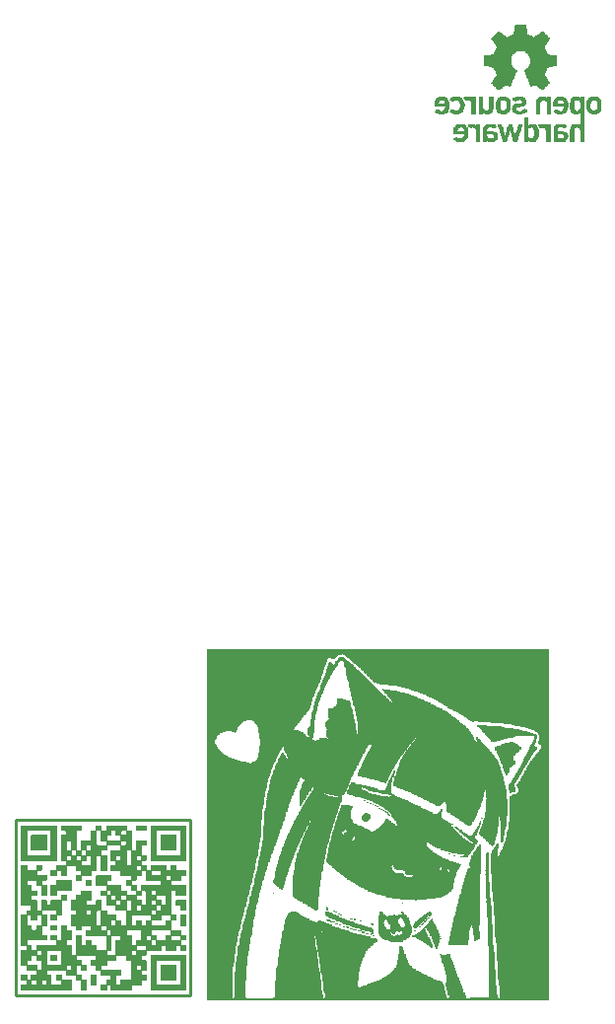
<source format=gbo>
G04*
G04 #@! TF.GenerationSoftware,Altium Limited,Altium Designer,21.9.2 (33)*
G04*
G04 Layer_Color=32896*
%FSLAX25Y25*%
%MOIN*%
G70*
G04*
G04 #@! TF.SameCoordinates,66518ADA-414C-4047-A028-89B1228E7E92*
G04*
G04*
G04 #@! TF.FilePolarity,Positive*
G04*
G01*
G75*
%ADD12C,0.01000*%
%ADD151C,0.00200*%
%ADD152C,0.00100*%
D12*
X213500Y6500D02*
Y65600D01*
X154500Y6500D02*
X213500D01*
X154500D02*
Y65600D01*
X213500D01*
D151*
X350100Y305400D02*
X351900D01*
X350500Y305600D02*
X351900D01*
X350700Y305800D02*
X352100D01*
X350900Y306000D02*
X352100D01*
X351100Y306200D02*
X352100D01*
X351100Y306400D02*
X352100D01*
X351100Y306600D02*
X352100D01*
X351100Y306800D02*
X352100D01*
X351100Y307000D02*
X352100D01*
X351100Y307200D02*
X352100D01*
X351100Y307400D02*
X352100D01*
X351100Y307600D02*
X352100D01*
X351100Y307800D02*
X352100D01*
X351100Y308000D02*
X352100D01*
X351100Y308200D02*
X352100D01*
X350900Y308400D02*
X352100D01*
X350900Y308600D02*
X352100D01*
X350700Y308800D02*
X352100D01*
X350300Y309000D02*
X351900D01*
X349300Y310200D02*
X350300D01*
X341700Y295200D02*
X342900D01*
X345300D02*
X346300D01*
X341700Y295400D02*
X342900D01*
X345300D02*
X346300D01*
X341700Y295600D02*
X342900D01*
X345300D02*
X346300D01*
X341700Y295800D02*
X342900D01*
X345300D02*
X346300D01*
X341700Y296200D02*
X342900D01*
X345300D02*
X346300D01*
X341700Y296400D02*
X342900D01*
X345300D02*
X346300D01*
X341700Y296600D02*
X342900D01*
X345300D02*
X346300D01*
X341700Y296800D02*
X342900D01*
X345300D02*
X346300D01*
X341700Y297000D02*
X342900D01*
X345300D02*
X346300D01*
X341700Y297200D02*
X342900D01*
X345300D02*
X346300D01*
X341700Y297400D02*
X342900D01*
X345300D02*
X346300D01*
X341700Y297600D02*
X342900D01*
X345300D02*
X346300D01*
X341700Y297800D02*
X342900D01*
X345300D02*
X346300D01*
X341700Y298000D02*
X342900D01*
X345300D02*
X346300D01*
X341700Y298200D02*
X342900D01*
X345300D02*
X346300D01*
X341700Y298400D02*
X342900D01*
X345300D02*
X346300D01*
X341700Y298600D02*
X342900D01*
X345300D02*
X346300D01*
X341700Y298800D02*
X342900D01*
X345300D02*
X346300D01*
X341700Y299000D02*
X342900D01*
X345300D02*
X346300D01*
X341700Y299200D02*
X342900D01*
X345100D02*
X346300D01*
X341900Y299400D02*
X343100D01*
X344900D02*
X346300D01*
X341900Y299600D02*
X343300D01*
X344700D02*
X346300D01*
X341900Y299800D02*
X343700D01*
X344300D02*
X346300D01*
X342100Y300000D02*
X346300D01*
X342100Y300200D02*
X346300D01*
X342300Y300400D02*
X345100D01*
X345300D02*
X346300D01*
X342500Y300600D02*
X344900D01*
X345300D02*
X346300D01*
X342900Y300800D02*
X344500D01*
X345300D02*
X346300D01*
X345300Y301000D02*
X346300D01*
X345300Y301200D02*
X346300D01*
X345300Y301400D02*
X346300D01*
X345300Y301600D02*
X346300D01*
X345300Y301800D02*
X346300D01*
X345300Y302000D02*
X346300D01*
X345300Y302200D02*
X346300D01*
X345300Y302400D02*
X346300D01*
X345300Y302600D02*
X346300D01*
X345300Y302800D02*
X346300D01*
X345300Y303000D02*
X346300D01*
X345300Y303200D02*
X346300D01*
X345300Y303400D02*
X346300D01*
X345300Y303600D02*
X346300D01*
X345300Y303800D02*
X346300D01*
X345300Y304200D02*
X346300D01*
X342900Y304400D02*
X344300D01*
X345300D02*
X346300D01*
X342700Y304600D02*
X344700D01*
X345300D02*
X346300D01*
X342300Y304800D02*
X344900D01*
X345300D02*
X346300D01*
X342100Y305000D02*
X346300D01*
X342100Y305200D02*
X346300D01*
X341900Y305400D02*
X343700D01*
X344300D02*
X346300D01*
X341900Y305600D02*
X343300D01*
X344700D02*
X346300D01*
X341900Y305800D02*
X343100D01*
X344900D02*
X346300D01*
X347700D02*
X348900D01*
X341900Y306000D02*
X343100D01*
X345100D02*
X346300D01*
X347500D02*
X348700D01*
X341700Y306200D02*
X342900D01*
X345100D02*
X346300D01*
X347500D02*
X348700D01*
X341700Y306400D02*
X342900D01*
X345300D02*
X346300D01*
X347500D02*
X348500D01*
X341700Y306600D02*
X342900D01*
X345300D02*
X346300D01*
X347500D02*
X348500D01*
X341700Y306800D02*
X342900D01*
X345300D02*
X346300D01*
X347500D02*
X348500D01*
X341700Y307000D02*
X342900D01*
X345300D02*
X346300D01*
X347500D02*
X348500D01*
X341700Y307200D02*
X342900D01*
X345300D02*
X346300D01*
X347500D02*
X348500D01*
X341700Y307400D02*
X342900D01*
X345300D02*
X346300D01*
X347500D02*
X348500D01*
X341700Y307600D02*
X342900D01*
X345300D02*
X346300D01*
X347500D02*
X348500D01*
X341700Y307800D02*
X342900D01*
X345300D02*
X346300D01*
X347500D02*
X348500D01*
X341700Y308000D02*
X342900D01*
X345300D02*
X346300D01*
X347500D02*
X348500D01*
X341700Y308200D02*
X342900D01*
X345300D02*
X346300D01*
X347500D02*
X348700D01*
X341900Y308400D02*
X342900D01*
X345100D02*
X346300D01*
X347500D02*
X348700D01*
X341900Y308600D02*
X343100D01*
X345100D02*
X346300D01*
X347500D02*
X348700D01*
X341900Y308800D02*
X343100D01*
X344900D02*
X346300D01*
X347700D02*
X348900D01*
X341900Y309000D02*
X343500D01*
X344700D02*
X346300D01*
X341900Y309200D02*
X346300D01*
X342100Y309400D02*
X346300D01*
X342300Y309600D02*
X346300D01*
X342500Y309800D02*
X344900D01*
X345300D02*
X346300D01*
X342700Y310000D02*
X344700D01*
X345300D02*
X346300D01*
X343300Y310200D02*
X344100D01*
X333700Y295200D02*
X334900D01*
X336300D02*
X337300D01*
X337700D02*
X339900D01*
X333700Y295400D02*
X334900D01*
X336300D02*
X337300D01*
X337500D02*
X340100D01*
X333700Y295600D02*
X334900D01*
X336300D02*
X340500D01*
X333700Y295800D02*
X334900D01*
X336300D02*
X340500D01*
X333700Y296200D02*
X334900D01*
X336300D02*
X337700D01*
X339500D02*
X340700D01*
X333700Y296400D02*
X334900D01*
X336300D02*
X337500D01*
X339700D02*
X340700D01*
X333700Y296600D02*
X334900D01*
X336300D02*
X337300D01*
X339700D02*
X340900D01*
X333700Y296800D02*
X334900D01*
X336300D02*
X337300D01*
X339700D02*
X340900D01*
X333700Y297000D02*
X334900D01*
X336300D02*
X337300D01*
X339700D02*
X340900D01*
X333700Y297200D02*
X334900D01*
X336300D02*
X337300D01*
X339700D02*
X340700D01*
X333700Y297400D02*
X334900D01*
X336300D02*
X337300D01*
X339500D02*
X340700D01*
X333700Y297600D02*
X334900D01*
X336300D02*
X340700D01*
X333700Y297800D02*
X334900D01*
X336300D02*
X340500D01*
X333700Y298000D02*
X334900D01*
X336300D02*
X340300D01*
X333700Y298200D02*
X334900D01*
X336300D02*
X340100D01*
X333700Y298400D02*
X334900D01*
X336300D02*
X339500D01*
X333700Y298600D02*
X334900D01*
X336300D02*
X337300D01*
X333700Y298800D02*
X334900D01*
X336300D02*
X337300D01*
X333700Y299000D02*
X334900D01*
X336300D02*
X337300D01*
X333500Y299200D02*
X334900D01*
X336300D02*
X337300D01*
X333500Y299400D02*
X334900D01*
X336300D02*
X337300D01*
X333300Y299600D02*
X334900D01*
X336300D02*
X337500D01*
X339500D02*
X339900D01*
X336300Y299800D02*
X337700D01*
X339300D02*
X340100D01*
X336300Y300000D02*
X340300D01*
X336500Y300200D02*
X340500D01*
X333700Y300400D02*
X334900D01*
X336700D02*
X340300D01*
X333700Y300600D02*
X334900D01*
X336900D02*
X340100D01*
X333700Y300800D02*
X334900D01*
X337500D02*
X339500D01*
X333900Y304400D02*
X334900D01*
X337500D02*
X339100D01*
X333900Y304600D02*
X334900D01*
X337100D02*
X339700D01*
X333900Y304800D02*
X334900D01*
X336700D02*
X339900D01*
X333900Y305000D02*
X334900D01*
X336500D02*
X340100D01*
X333900Y305200D02*
X334900D01*
X336300D02*
X340300D01*
X333900Y305400D02*
X334900D01*
X336500D02*
X337900D01*
X338900D02*
X340500D01*
X333900Y305600D02*
X334900D01*
X336700D02*
X337500D01*
X339300D02*
X340500D01*
X333900Y305800D02*
X334900D01*
X336900D02*
X337100D01*
X339500D02*
X340700D01*
X333900Y306000D02*
X334900D01*
X339500D02*
X340700D01*
X333900Y306200D02*
X334900D01*
X339700D02*
X340700D01*
X333900Y306400D02*
X334900D01*
X339700D02*
X340700D01*
X333900Y306600D02*
X334900D01*
X339700D02*
X340900D01*
X333900Y306800D02*
X334900D01*
X339700D02*
X340900D01*
X333900Y307000D02*
X334900D01*
X336100D02*
X340900D01*
X333900Y307200D02*
X334900D01*
X336100D02*
X340900D01*
X333900Y307400D02*
X334900D01*
X336100D02*
X340900D01*
X333900Y307600D02*
X334900D01*
X336100D02*
X340900D01*
X333900Y307800D02*
X334900D01*
X336100D02*
X337300D01*
X339700D02*
X340900D01*
X333900Y308000D02*
X334900D01*
X336100D02*
X337300D01*
X339700D02*
X340900D01*
X333900Y308200D02*
X334900D01*
X336100D02*
X337300D01*
X339700D02*
X340700D01*
X333900Y308400D02*
X334900D01*
X336100D02*
X337300D01*
X339700D02*
X340700D01*
X333700Y308600D02*
X334900D01*
X336300D02*
X337500D01*
X339500D02*
X340700D01*
X333500Y308800D02*
X334900D01*
X336300D02*
X337500D01*
X339500D02*
X340700D01*
X333300Y309000D02*
X334900D01*
X336300D02*
X337900D01*
X339100D02*
X340500D01*
X336500Y309200D02*
X338300D01*
X338700D02*
X340500D01*
X336700Y309400D02*
X340300D01*
X336900Y309600D02*
X340100D01*
X333900Y309800D02*
X334900D01*
X337100D02*
X339900D01*
X333900Y310000D02*
X335100D01*
X337500D02*
X339500D01*
X337900Y310200D02*
X338900D01*
X326300Y295200D02*
X327300D01*
X327900D02*
X329900D01*
X326300Y295400D02*
X327300D01*
X327700D02*
X330100D01*
X326300Y295600D02*
X327300D01*
X327500D02*
X330300D01*
X326300Y295800D02*
X330500D01*
X326300Y296200D02*
X327900D01*
X329100D02*
X330700D01*
X326300Y296400D02*
X327700D01*
X329300D02*
X330700D01*
X326300Y296600D02*
X327500D01*
X329500D02*
X330700D01*
X326300Y296800D02*
X327500D01*
X329500D02*
X330900D01*
X326300Y297000D02*
X327500D01*
X329700D02*
X330900D01*
X326300Y297200D02*
X327300D01*
X329700D02*
X330900D01*
X326300Y297400D02*
X327300D01*
X329700D02*
X330900D01*
X326300Y297600D02*
X327300D01*
X329700D02*
X330900D01*
X326300Y297800D02*
X327300D01*
X329700D02*
X330900D01*
X326300Y298000D02*
X327300D01*
X329700D02*
X330900D01*
X326300Y298200D02*
X327300D01*
X329700D02*
X330900D01*
X326300Y298400D02*
X327300D01*
X329700D02*
X330900D01*
X326300Y298600D02*
X327300D01*
X329700D02*
X330900D01*
X326300Y298800D02*
X327300D01*
X329700D02*
X330900D01*
X326300Y299000D02*
X327500D01*
X329700D02*
X330900D01*
X326300Y299200D02*
X327500D01*
X329500D02*
X330900D01*
X326300Y299400D02*
X327500D01*
X329500D02*
X330700D01*
X326300Y299600D02*
X327700D01*
X329300D02*
X330700D01*
X326300Y299800D02*
X328300D01*
X328900D02*
X330700D01*
X331500D02*
X332300D01*
X326300Y300000D02*
X330500D01*
X326300Y300200D02*
X330500D01*
X326300Y300400D02*
X327300D01*
X327500D02*
X330300D01*
X326300Y300600D02*
X327300D01*
X327900D02*
X330100D01*
X326300Y300800D02*
X327300D01*
X328300D02*
X329700D01*
X331500D02*
X332900D01*
X326300Y301000D02*
X327300D01*
X326300Y301200D02*
X327300D01*
X326300Y301400D02*
X327300D01*
X326300Y301600D02*
X327300D01*
X326300Y301800D02*
X327300D01*
X326300Y302000D02*
X327300D01*
X326300Y302200D02*
X327300D01*
X326300Y302400D02*
X327300D01*
X326300Y302600D02*
X327300D01*
X326300Y302800D02*
X327300D01*
X326300Y303000D02*
X327300D01*
X326300Y303200D02*
X327300D01*
X330500Y304400D02*
X331500D01*
X330500Y304600D02*
X331500D01*
X330500Y304800D02*
X331500D01*
X330500Y305000D02*
X331500D01*
X330500Y305200D02*
X331500D01*
X325300Y305400D02*
X327100D01*
X330500D02*
X331500D01*
X325700Y305600D02*
X326900D01*
X330500D02*
X331500D01*
X326100Y305800D02*
X326700D01*
X330500D02*
X331500D01*
X326300Y306000D02*
X326500D01*
X330500D02*
X331500D01*
X330500Y306200D02*
X331500D01*
X330500Y306400D02*
X331500D01*
X330500Y306600D02*
X331500D01*
X330500Y306800D02*
X331500D01*
X330500Y307000D02*
X331500D01*
X330500Y307200D02*
X331500D01*
X330500Y307400D02*
X331500D01*
X330500Y307600D02*
X331500D01*
X330500Y307800D02*
X331500D01*
X325300Y308000D02*
X326700D01*
X330500D02*
X331500D01*
X325500Y308200D02*
X326700D01*
X330500D02*
X331500D01*
X325700Y308400D02*
X326700D01*
X330500D02*
X331700D01*
X325700Y308600D02*
X326700D01*
X330500D02*
X331700D01*
X325500Y308800D02*
X326700D01*
X330500D02*
X331900D01*
X325300Y309000D02*
X326700D01*
X330500D02*
X332100D01*
X331900Y310200D02*
X332900D01*
X332400Y312600D02*
X332600D01*
X332000Y312800D02*
X332600D01*
X331800Y313000D02*
X332800D01*
X328400Y313800D02*
X328800D01*
X328400Y314000D02*
X329200D01*
X328400Y314200D02*
X329600D01*
X332000Y331800D02*
X332800D01*
X332200Y332000D02*
X332600D01*
X319100Y295200D02*
X320100D01*
X322700D02*
X323700D01*
X319100Y295400D02*
X320300D01*
X322500D02*
X323700D01*
X318900Y295600D02*
X320300D01*
X322500D02*
X323900D01*
X318900Y295800D02*
X320300D01*
X322500D02*
X323900D01*
X318700Y296200D02*
X320500D01*
X322300D02*
X324100D01*
X318700Y296400D02*
X320500D01*
X322300D02*
X324100D01*
X318700Y296600D02*
X320700D01*
X322100D02*
X324100D01*
X318700Y296800D02*
X320700D01*
X322100D02*
X324100D01*
X318500Y297000D02*
X319500D01*
X319700D02*
X320700D01*
X322100D02*
X323100D01*
X323300D02*
X324300D01*
X318500Y297200D02*
X319500D01*
X319900D02*
X320700D01*
X322100D02*
X322900D01*
X323300D02*
X324300D01*
X318500Y297400D02*
X319500D01*
X319900D02*
X320900D01*
X321900D02*
X322900D01*
X323300D02*
X324300D01*
X318300Y297600D02*
X319300D01*
X319900D02*
X320900D01*
X321900D02*
X322900D01*
X323500D02*
X324500D01*
X318300Y297800D02*
X319300D01*
X319900D02*
X320900D01*
X321900D02*
X322900D01*
X323500D02*
X324500D01*
X318100Y298000D02*
X319300D01*
X320100D02*
X320900D01*
X321700D02*
X322700D01*
X323500D02*
X324700D01*
X318100Y298200D02*
X319100D01*
X320100D02*
X321100D01*
X321700D02*
X322700D01*
X323700D02*
X324700D01*
X318100Y298400D02*
X319100D01*
X320300D02*
X321100D01*
X321700D02*
X322500D01*
X323700D02*
X324700D01*
X318100Y298600D02*
X319100D01*
X320300D02*
X321300D01*
X321500D02*
X322500D01*
X323700D02*
X324700D01*
X317900Y298800D02*
X319100D01*
X320300D02*
X321300D01*
X321500D02*
X322500D01*
X323700D02*
X324900D01*
X317900Y299000D02*
X318900D01*
X320300D02*
X321300D01*
X321500D02*
X322500D01*
X323900D02*
X324900D01*
X317900Y299200D02*
X318900D01*
X320500D02*
X322300D01*
X323900D02*
X324900D01*
X317700Y299400D02*
X318900D01*
X320500D02*
X322300D01*
X317700Y299600D02*
X318900D01*
X320500D02*
X322300D01*
X317700Y299800D02*
X318700D01*
X320700D02*
X322100D01*
X317500Y300000D02*
X318700D01*
X320700D02*
X322100D01*
X317500Y300200D02*
X318700D01*
X320900D02*
X321900D01*
X317500Y300400D02*
X318500D01*
X320900D02*
X321900D01*
X317500Y300600D02*
X318500D01*
X320900D02*
X321900D01*
X317300Y300800D02*
X318500D01*
X320900D02*
X321900D01*
X318300Y304400D02*
X319900D01*
X317900Y304600D02*
X320300D01*
X317500Y304800D02*
X320500D01*
X317300Y305000D02*
X320700D01*
X319300Y305400D02*
X321100D01*
X322300D02*
X323900D01*
X319700Y305600D02*
X321300D01*
X322300D02*
X323500D01*
X320100Y305800D02*
X321300D01*
X322300D02*
X323500D01*
X320100Y306000D02*
X321300D01*
X322100D02*
X323300D01*
X320300Y306200D02*
X321300D01*
X322100D02*
X323300D01*
X320300Y306400D02*
X321300D01*
X322300D02*
X323300D01*
X320300Y306600D02*
X321500D01*
X322300D02*
X323500D01*
X320300Y306800D02*
X321500D01*
X322300D02*
X324700D01*
X320300Y307000D02*
X321500D01*
X320300Y307200D02*
X321500D01*
X320300Y307400D02*
X321500D01*
X320300Y307600D02*
X321500D01*
X320300Y307800D02*
X321500D01*
X320300Y308000D02*
X321500D01*
X320300Y308200D02*
X321300D01*
X320300Y308400D02*
X321300D01*
X320100Y308600D02*
X321300D01*
X319900Y308800D02*
X321300D01*
X322900D02*
X323300D01*
X319700Y309000D02*
X321300D01*
X322700D02*
X323700D01*
X322500Y309200D02*
X324300D01*
X317300Y309400D02*
X320900D01*
X317500Y309600D02*
X320700D01*
X317700Y309800D02*
X320500D01*
X317900Y310000D02*
X320100D01*
X318500Y310200D02*
X319700D01*
X317400Y312600D02*
X317600D01*
X317200Y312800D02*
X318000D01*
X321000Y313800D02*
X321400D01*
X320800Y314000D02*
X321600D01*
X320400Y314200D02*
X321600D01*
X317200Y331800D02*
X318000D01*
X317400Y332000D02*
X317800D01*
X310100Y295200D02*
X311100D01*
X312500D02*
X313500D01*
X314100D02*
X316100D01*
X310100Y295400D02*
X311100D01*
X312500D02*
X313500D01*
X313700D02*
X316500D01*
X310100Y295600D02*
X311100D01*
X312500D02*
X316700D01*
X310100Y295800D02*
X311100D01*
X312500D02*
X316900D01*
X310100Y296200D02*
X311100D01*
X312500D02*
X313900D01*
X310100Y296400D02*
X311100D01*
X312500D02*
X313700D01*
X310100Y296600D02*
X311100D01*
X312500D02*
X313700D01*
X310100Y296800D02*
X311100D01*
X312500D02*
X313500D01*
X310100Y297000D02*
X311100D01*
X312500D02*
X313500D01*
X310100Y297200D02*
X311100D01*
X312500D02*
X313500D01*
X310100Y297400D02*
X311100D01*
X312500D02*
X313500D01*
X315700D02*
X316900D01*
X310100Y297600D02*
X311100D01*
X312500D02*
X316900D01*
X310100Y297800D02*
X311100D01*
X312500D02*
X316700D01*
X310100Y298000D02*
X311100D01*
X312500D02*
X316700D01*
X310100Y298200D02*
X311100D01*
X312500D02*
X316300D01*
X310100Y298400D02*
X311100D01*
X312500D02*
X315700D01*
X310100Y298600D02*
X311100D01*
X312500D02*
X313500D01*
X309900Y298800D02*
X311100D01*
X312500D02*
X313500D01*
X309900Y299000D02*
X311100D01*
X312500D02*
X313500D01*
X309900Y299200D02*
X311100D01*
X312500D02*
X313500D01*
X309700Y299400D02*
X311100D01*
X312500D02*
X313700D01*
X309500Y299600D02*
X311100D01*
X312500D02*
X313700D01*
X315900D02*
X316100D01*
X312500Y299800D02*
X314100D01*
X315500D02*
X316300D01*
X312700Y300000D02*
X316700D01*
X312900Y300200D02*
X316700D01*
X310100Y300400D02*
X311100D01*
X312900D02*
X316500D01*
X310100Y300600D02*
X311100D01*
X313300D02*
X316300D01*
X309900Y300800D02*
X311100D01*
X313700D02*
X315900D01*
X311100Y304400D02*
X312100D01*
X312900D02*
X314300D01*
X311100Y304600D02*
X312100D01*
X312700D02*
X314700D01*
X311100Y304800D02*
X312100D01*
X312300D02*
X314900D01*
X311100Y305000D02*
X315100D01*
X311100Y305200D02*
X315300D01*
X311100Y305400D02*
X313100D01*
X313500D02*
X315500D01*
X311100Y305600D02*
X312700D01*
X313900D02*
X315500D01*
X311100Y305800D02*
X312300D01*
X314100D02*
X315500D01*
X311100Y306000D02*
X312300D01*
X314300D02*
X315500D01*
X311100Y306200D02*
X312100D01*
X314500D02*
X315700D01*
X311100Y306400D02*
X312100D01*
X314500D02*
X315700D01*
X311100Y306600D02*
X312100D01*
X314500D02*
X315700D01*
X311100Y306800D02*
X312100D01*
X314500D02*
X315700D01*
X311100Y307000D02*
X312100D01*
X314500D02*
X315700D01*
X311100Y307200D02*
X312100D01*
X314500D02*
X315700D01*
X311100Y307400D02*
X312100D01*
X314500D02*
X315700D01*
X311100Y307600D02*
X312100D01*
X314500D02*
X315700D01*
X311100Y307800D02*
X312100D01*
X314500D02*
X315700D01*
X311100Y308000D02*
X312100D01*
X314500D02*
X315700D01*
X311100Y308200D02*
X312100D01*
X314500D02*
X315700D01*
X311100Y308400D02*
X312100D01*
X314500D02*
X315700D01*
X311100Y308600D02*
X312100D01*
X314500D02*
X315700D01*
X311100Y308800D02*
X312100D01*
X314500D02*
X315700D01*
X311100Y309000D02*
X312100D01*
X314500D02*
X315700D01*
X311100Y309200D02*
X312100D01*
X314500D02*
X315700D01*
X311100Y309400D02*
X312100D01*
X314500D02*
X315700D01*
X311100Y309600D02*
X312100D01*
X314500D02*
X315700D01*
X311100Y309800D02*
X312100D01*
X314500D02*
X315700D01*
X311100Y310000D02*
X312100D01*
X314500D02*
X315700D01*
X303500Y295200D02*
X305700D01*
X303100Y295400D02*
X306100D01*
X302900Y295600D02*
X306300D01*
X302500Y295800D02*
X306500D01*
X302900Y296200D02*
X303900D01*
X305300D02*
X306700D01*
X303100Y296400D02*
X303500D01*
X305500D02*
X306900D01*
X305700Y296600D02*
X306900D01*
X305900Y296800D02*
X306900D01*
X305900Y297000D02*
X307100D01*
X306100Y297200D02*
X307100D01*
X306100Y297400D02*
X307100D01*
X302300Y297600D02*
X307100D01*
X302300Y297800D02*
X307100D01*
X302300Y298000D02*
X307100D01*
X302300Y298200D02*
X307100D01*
X302300Y298400D02*
X307100D01*
X302300Y298600D02*
X303500D01*
X306100D02*
X307100D01*
X302300Y298800D02*
X303500D01*
X305900D02*
X307100D01*
X302300Y299000D02*
X303500D01*
X305900D02*
X307100D01*
X302500Y299200D02*
X303700D01*
X305900D02*
X306900D01*
X302500Y299400D02*
X303700D01*
X305700D02*
X306900D01*
X302500Y299600D02*
X303900D01*
X305500D02*
X306900D01*
X302700Y299800D02*
X304300D01*
X305300D02*
X306700D01*
X307900D02*
X308500D01*
X302900Y300000D02*
X306500D01*
X302900Y300200D02*
X306500D01*
X303100Y300400D02*
X306300D01*
X303500Y300600D02*
X305900D01*
X303900Y300800D02*
X305500D01*
X302300Y304400D02*
X304100D01*
X301900Y304600D02*
X304500D01*
X301700Y304800D02*
X304700D01*
X301300Y305000D02*
X305100D01*
X301300Y305400D02*
X302900D01*
X303500D02*
X305300D01*
X301500Y305600D02*
X302500D01*
X303900D02*
X305500D01*
X301700Y305800D02*
X302100D01*
X304300D02*
X305500D01*
X304500Y306000D02*
X305700D01*
X304500Y306200D02*
X305700D01*
X304500Y306400D02*
X305700D01*
X304700Y306600D02*
X305700D01*
X304700Y306800D02*
X305700D01*
X304700Y307000D02*
X305900D01*
X304700Y307200D02*
X305900D01*
X304700Y307400D02*
X305900D01*
X304700Y307600D02*
X305900D01*
X304700Y307800D02*
X305700D01*
X304700Y308000D02*
X305700D01*
X304500Y308200D02*
X305700D01*
X304500Y308400D02*
X305700D01*
X301900Y308600D02*
X302100D01*
X304300D02*
X305500D01*
X301700Y308800D02*
X302300D01*
X304100D02*
X305500D01*
X301500Y309000D02*
X302500D01*
X303900D02*
X305500D01*
X306500D02*
X306900D01*
X301300Y309400D02*
X305100D01*
X301500Y309600D02*
X304900D01*
X301700Y309800D02*
X304700D01*
X305700D02*
X308100D01*
X302100Y310000D02*
X304300D01*
X306100D02*
X307900D01*
X302700Y310200D02*
X303700D01*
X306500D02*
X307500D01*
X297300Y304400D02*
X299100D01*
X296900Y304600D02*
X299500D01*
X296500Y304800D02*
X299900D01*
X296300Y305000D02*
X300100D01*
X296100Y305200D02*
X300300D01*
X296300Y305400D02*
X297700D01*
X298700D02*
X300300D01*
X296500Y305600D02*
X297300D01*
X299100D02*
X300500D01*
X296900Y305800D02*
X297100D01*
X299300D02*
X300500D01*
X299500Y306000D02*
X300500D01*
X299500Y306200D02*
X300700D01*
X299500Y306400D02*
X300700D01*
X299700Y306600D02*
X300700D01*
X299700Y306800D02*
X300700D01*
X296100Y307000D02*
X300700D01*
X296100Y307200D02*
X300700D01*
X296100Y307400D02*
X300700D01*
X296100Y307600D02*
X300700D01*
X296100Y307800D02*
X297100D01*
X299700D02*
X300700D01*
X296100Y308000D02*
X297100D01*
X299700D02*
X300700D01*
X296100Y308200D02*
X297100D01*
X299500D02*
X300700D01*
X296100Y308400D02*
X297300D01*
X299500D02*
X300700D01*
X296100Y308600D02*
X297300D01*
X299500D02*
X300500D01*
X296100Y308800D02*
X297500D01*
X299300D02*
X300500D01*
X296300Y309000D02*
X297700D01*
X299100D02*
X300300D01*
X296300Y309200D02*
X298100D01*
X298500D02*
X300300D01*
X296500Y309400D02*
X300100D01*
X296700Y309600D02*
X299900D01*
X296900Y309800D02*
X299700D01*
X297300Y310000D02*
X299300D01*
X297900Y310200D02*
X298900D01*
X341700Y296000D02*
X342900D01*
X345300D02*
X346300D01*
X345300Y304000D02*
X346300D01*
X333700Y296000D02*
X334900D01*
X336300D02*
X340700D01*
X326300D02*
X330500D01*
X318900D02*
X320500D01*
X322300D02*
X323900D01*
X310100D02*
X311100D01*
X312500D02*
X316900D01*
X302500D02*
X306700D01*
X332700Y299800D02*
X334900D01*
X331300Y300000D02*
X334900D01*
X331300Y300200D02*
X334900D01*
X331100Y300400D02*
X333500D01*
X331100Y300600D02*
X333300D01*
X349100Y304400D02*
X350700D01*
X348700Y304600D02*
X351100D01*
X348300Y304800D02*
X351300D01*
X348100Y305000D02*
X351500D01*
X347900Y305200D02*
X351700D01*
X347700Y305400D02*
X349700D01*
X347700Y305600D02*
X349100D01*
X347700Y309000D02*
X349300D01*
X330700Y309200D02*
X334900D01*
X347900D02*
X351900D01*
X330700Y309400D02*
X334900D01*
X347900D02*
X351700D01*
X330900Y309600D02*
X334900D01*
X348100D02*
X351500D01*
X331100Y309800D02*
X333700D01*
X348500D02*
X351300D01*
X331500Y310000D02*
X333300D01*
X348700D02*
X350900D01*
X331400Y313200D02*
X333200D01*
X331200Y313400D02*
X333200D01*
X330800Y313600D02*
X333400D01*
X330600Y313800D02*
X333600D01*
X330400Y314000D02*
X333800D01*
X330000Y314200D02*
X334000D01*
X329800Y330400D02*
X334200D01*
X330200Y330600D02*
X334000D01*
X330400Y330800D02*
X333800D01*
X330800Y331000D02*
X333600D01*
X331000Y331200D02*
X333400D01*
X331400Y331400D02*
X333200D01*
X331600Y331600D02*
X333000D01*
X315700Y296200D02*
X317100D01*
X315900Y296400D02*
X317100D01*
X316100Y296600D02*
X317100D01*
X316100Y296800D02*
X317100D01*
X316100Y297000D02*
X317100D01*
X315900Y297200D02*
X317100D01*
X323900Y299400D02*
X325100D01*
X323900Y299600D02*
X325100D01*
X309100Y299800D02*
X311100D01*
X324100D02*
X325100D01*
X307700Y300000D02*
X311100D01*
X324100D02*
X325300D01*
X307500Y300200D02*
X311100D01*
X324100D02*
X325300D01*
X307300Y300400D02*
X309700D01*
X324300D02*
X325300D01*
X307300Y300600D02*
X309500D01*
X324300D02*
X325300D01*
X307700Y300800D02*
X309100D01*
X324300D02*
X325500D01*
X308500Y304400D02*
X309700D01*
X323700D02*
X325500D01*
X308500Y304600D02*
X309700D01*
X323100D02*
X326100D01*
X308500Y304800D02*
X309700D01*
X322900D02*
X326500D01*
X308500Y305000D02*
X309700D01*
X322700D02*
X326700D01*
X301100Y305200D02*
X305300D01*
X308500D02*
X309700D01*
X317100D02*
X320900D01*
X322500D02*
X327100D01*
X308500Y305400D02*
X309700D01*
X317100D02*
X318900D01*
X308500Y305600D02*
X309700D01*
X316900D02*
X318300D01*
X308500Y305800D02*
X309700D01*
X316900D02*
X318100D01*
X308500Y306000D02*
X309700D01*
X316900D02*
X317900D01*
X308500Y306200D02*
X309700D01*
X316700D02*
X317900D01*
X308500Y306400D02*
X309700D01*
X316700D02*
X317900D01*
X308500Y306600D02*
X309700D01*
X316700D02*
X317900D01*
X308500Y306800D02*
X309700D01*
X316700D02*
X317900D01*
X308500Y307000D02*
X309700D01*
X316700D02*
X317900D01*
X322500D02*
X325700D01*
X308500Y307200D02*
X309700D01*
X316700D02*
X317900D01*
X322500D02*
X326100D01*
X308500Y307400D02*
X309700D01*
X316700D02*
X317900D01*
X322700D02*
X326300D01*
X308500Y307600D02*
X309700D01*
X316700D02*
X317900D01*
X323100D02*
X326500D01*
X308500Y307800D02*
X309700D01*
X316700D02*
X317900D01*
X324100D02*
X326700D01*
X308500Y308000D02*
X309700D01*
X316700D02*
X317900D01*
X308500Y308200D02*
X309700D01*
X316700D02*
X317900D01*
X308500Y308400D02*
X309700D01*
X316700D02*
X317900D01*
X308300Y308600D02*
X309700D01*
X316900D02*
X318100D01*
X308100Y308800D02*
X309700D01*
X316900D02*
X318100D01*
X307900Y309000D02*
X309700D01*
X316900D02*
X318500D01*
X301100Y309200D02*
X305300D01*
X306300D02*
X309700D01*
X317100D02*
X321100D01*
X324900D02*
X326700D01*
X306100Y309400D02*
X309700D01*
X322500D02*
X326500D01*
X305900Y309600D02*
X309700D01*
X322500D02*
X326300D01*
X308500Y309800D02*
X309700D01*
X322900D02*
X326100D01*
X308500Y310000D02*
X309700D01*
X323300D02*
X325700D01*
X323900Y310200D02*
X325100D01*
X317000Y313000D02*
X318200D01*
X316800Y313200D02*
X318600D01*
X316600Y313400D02*
X318800D01*
X316400Y313600D02*
X319200D01*
X316200Y313800D02*
X319400D01*
X316000Y314000D02*
X319600D01*
X315800Y314200D02*
X320000D01*
X315600Y314400D02*
X321800D01*
X315400Y314600D02*
X321800D01*
X315200Y314800D02*
X321800D01*
X315400Y315000D02*
X322000D01*
X315400Y315200D02*
X322000D01*
X315600Y315400D02*
X322200D01*
X315800Y315600D02*
X322200D01*
X315800Y315800D02*
X322200D01*
X316000Y316000D02*
X322400D01*
X316200Y316200D02*
X322400D01*
X316200Y316400D02*
X322600D01*
X316400Y316600D02*
X322600D01*
X316600Y316800D02*
X322600D01*
X316600Y317000D02*
X322800D01*
X316800Y317200D02*
X322800D01*
X317000Y317400D02*
X323000D01*
X317000Y317600D02*
X323000D01*
X317000Y317800D02*
X323200D01*
X316800Y318000D02*
X323200D01*
X316800Y318200D02*
X323200D01*
X316600Y318400D02*
X323400D01*
X316600Y318600D02*
X323400D01*
X316600Y318800D02*
X323600D01*
X316400Y319000D02*
X323600D01*
X316400Y319200D02*
X323400D01*
X316200Y319400D02*
X323200D01*
X316200Y319600D02*
X322800D01*
X316000Y319800D02*
X322600D01*
X315400Y320200D02*
X322200D01*
X314400Y320400D02*
X322000D01*
X313200Y320600D02*
X322000D01*
X312800Y320800D02*
X321800D01*
X312800Y321000D02*
X321800D01*
X312800Y321200D02*
X321600D01*
X312800Y321400D02*
X321600D01*
X312800Y321600D02*
X321600D01*
X312800Y321800D02*
X321600D01*
X312800Y322000D02*
X321600D01*
X312800Y322200D02*
X321600D01*
X312800Y322400D02*
X321600D01*
X312800Y322600D02*
X321600D01*
X312800Y322800D02*
X321600D01*
X312800Y323000D02*
X321600D01*
X312800Y323200D02*
X321600D01*
X312800Y323400D02*
X321600D01*
X312800Y323600D02*
X321800D01*
X312800Y323800D02*
X321800D01*
X312800Y324000D02*
X322000D01*
X313800Y324200D02*
X322000D01*
X315200Y324400D02*
X322200D01*
X316000Y324600D02*
X322400D01*
X316200Y324800D02*
X322600D01*
X316200Y325000D02*
X322800D01*
X316400Y325200D02*
X323000D01*
X316400Y325400D02*
X323400D01*
X316400Y325600D02*
X324000D01*
X315800Y330400D02*
X320000D01*
X316000Y330600D02*
X319800D01*
X321400D02*
X328600D01*
X316200Y330800D02*
X319400D01*
X321800D02*
X328200D01*
X316400Y331000D02*
X319200D01*
X322200D02*
X327800D01*
X316600Y331200D02*
X318800D01*
X322600D02*
X327200D01*
X316800Y331400D02*
X318600D01*
X322800D02*
X327200D01*
X317000Y331600D02*
X318400D01*
X322800D02*
X327200D01*
X322800Y331800D02*
X327200D01*
X322800Y332000D02*
X327200D01*
X322800Y332200D02*
X327000D01*
X323000Y332400D02*
X327000D01*
X323000Y332600D02*
X327000D01*
X323000Y332800D02*
X327000D01*
X323000Y333000D02*
X327000D01*
X323000Y333200D02*
X326800D01*
X323200Y333400D02*
X326800D01*
X323200Y333600D02*
X326800D01*
X323200Y333800D02*
X326800D01*
X323200Y334000D02*
X326600D01*
X323200Y334200D02*
X326600D01*
X323400Y334400D02*
X326600D01*
X316000Y320000D02*
X322400D01*
X328200Y314400D02*
X334200D01*
X328200Y314600D02*
X334400D01*
X328000Y314800D02*
X334600D01*
X328000Y315000D02*
X334600D01*
X328000Y315200D02*
X334600D01*
X327800Y315400D02*
X334400D01*
X327800Y315600D02*
X334200D01*
X327600Y315800D02*
X334200D01*
X327600Y316000D02*
X334000D01*
X327600Y316200D02*
X333800D01*
X327400Y316400D02*
X333800D01*
X327400Y316600D02*
X333600D01*
X327200Y316800D02*
X333400D01*
X327200Y317000D02*
X333400D01*
X327200Y317200D02*
X333200D01*
X327000Y317400D02*
X333000D01*
X327000Y317600D02*
X333000D01*
X326800Y317800D02*
X333000D01*
X326800Y318000D02*
X333200D01*
X326800Y318200D02*
X333200D01*
X326600Y318400D02*
X333400D01*
X326600Y318600D02*
X333400D01*
X326400Y318800D02*
X333400D01*
X326400Y319000D02*
X333600D01*
X326600Y319200D02*
X333600D01*
X326800Y319400D02*
X333800D01*
X327200Y319600D02*
X333800D01*
X327400Y319800D02*
X333800D01*
X327800Y320200D02*
X334400D01*
X327800Y320400D02*
X335600D01*
X328000Y320600D02*
X336800D01*
X328000Y320800D02*
X337200D01*
X328200Y321000D02*
X337200D01*
X328200Y321200D02*
X337200D01*
X328400Y321400D02*
X337200D01*
X328400Y321600D02*
X337200D01*
X328400Y321800D02*
X337200D01*
X328400Y322000D02*
X337200D01*
X328400Y322200D02*
X337200D01*
X328400Y322400D02*
X337200D01*
X328400Y322600D02*
X337200D01*
X328400Y322800D02*
X337200D01*
X328400Y323000D02*
X337200D01*
X328400Y323200D02*
X337200D01*
X328200Y323400D02*
X337200D01*
X328200Y323600D02*
X337200D01*
X328000Y323800D02*
X337200D01*
X328000Y324000D02*
X337000D01*
X327800Y324200D02*
X336000D01*
X327800Y324400D02*
X334800D01*
X327600Y324600D02*
X334000D01*
X327400Y324800D02*
X333800D01*
X327200Y325000D02*
X333800D01*
X326800Y325200D02*
X333600D01*
X326600Y325400D02*
X333600D01*
X326000Y325600D02*
X333400D01*
X316600Y325800D02*
X333400D01*
X316600Y326000D02*
X333400D01*
X316800Y326200D02*
X333200D01*
X316800Y326400D02*
X333200D01*
X317000Y326600D02*
X333000D01*
X317000Y326800D02*
X333000D01*
X317000Y327000D02*
X332800D01*
X317000Y327200D02*
X333000D01*
X316800Y327400D02*
X333200D01*
X316800Y327600D02*
X333200D01*
X316600Y327800D02*
X333400D01*
X316400Y328200D02*
X333600D01*
X316200Y328400D02*
X333800D01*
X316000Y328600D02*
X334000D01*
X316000Y328800D02*
X334000D01*
X315800Y329000D02*
X334200D01*
X315600Y329200D02*
X334400D01*
X315400Y329400D02*
X334400D01*
X315400Y329600D02*
X334600D01*
X315200Y329800D02*
X334600D01*
X315400Y330000D02*
X334600D01*
X315600Y330200D02*
X334400D01*
X320800Y330400D02*
X329200D01*
X327600Y320000D02*
X334000D01*
X316400Y328000D02*
X333600D01*
X219100Y123500D02*
X334500D01*
X219100Y123300D02*
X334500D01*
X219100Y123100D02*
X334500D01*
X219100Y122900D02*
X334500D01*
X219100Y122700D02*
X334500D01*
X219100Y122500D02*
X334500D01*
X219100Y122300D02*
X334500D01*
X219100Y122100D02*
X334500D01*
X264900Y121900D02*
X334500D01*
X219100D02*
X264300D01*
X265500Y121700D02*
X334500D01*
X219100D02*
X263300D01*
X265700Y121500D02*
X334500D01*
X219100D02*
X263100D01*
X266100Y121300D02*
X334500D01*
X219100D02*
X262900D01*
X266100Y121100D02*
X334500D01*
X219100D02*
X262700D01*
X266500Y120900D02*
X334500D01*
X263900D02*
X264700D01*
X219100D02*
X262500D01*
X266700Y120700D02*
X334500D01*
X263700D02*
X264900D01*
X260500D02*
X262300D01*
X219100D02*
X260100D01*
X267100Y120500D02*
X334500D01*
X263500D02*
X265300D01*
X261100D02*
X262100D01*
X219100D02*
X259700D01*
X267100Y120300D02*
X334500D01*
X263300D02*
X265300D01*
X261100D02*
X261900D01*
X219100D02*
X259700D01*
X267500Y120100D02*
X334500D01*
X263300D02*
X265700D01*
X219100D02*
X259500D01*
X267700Y119900D02*
X334500D01*
X264700D02*
X265900D01*
X263100D02*
X264300D01*
X219100D02*
X259500D01*
X267900Y119700D02*
X334500D01*
X264900D02*
X266100D01*
X262900D02*
X263900D01*
X219100D02*
X259300D01*
X268100Y119500D02*
X334500D01*
X265100D02*
X266300D01*
X262900D02*
X263700D01*
X219100D02*
X259300D01*
X268300Y119300D02*
X334500D01*
X265100D02*
X266700D01*
X262500D02*
X263500D01*
X219100D02*
X259100D01*
X268500Y119100D02*
X334500D01*
X265300D02*
X266900D01*
X262500D02*
X263300D01*
X260300D02*
X260700D01*
X219100D02*
X259100D01*
X268700Y118900D02*
X334500D01*
X265300D02*
X267100D01*
X262500D02*
X263100D01*
X260300D02*
X260700D01*
X219100D02*
X258900D01*
X268900Y118700D02*
X334500D01*
X265300D02*
X267300D01*
X262500D02*
X263100D01*
X260100D02*
X260900D01*
X219100D02*
X258900D01*
X269300Y118500D02*
X334500D01*
X265300D02*
X267700D01*
X262300D02*
X263100D01*
X260100D02*
X261300D01*
X219100D02*
X258900D01*
X269500Y118300D02*
X334500D01*
X265300D02*
X267900D01*
X262100D02*
X263100D01*
X260100D02*
X261500D01*
X219100D02*
X258700D01*
X269700Y118100D02*
X334500D01*
X265300D02*
X268300D01*
X260100D02*
X262900D01*
X219100D02*
X258700D01*
X269900Y117900D02*
X334500D01*
X265300D02*
X268300D01*
X259900D02*
X262700D01*
X219100D02*
X258700D01*
X270100Y117700D02*
X334500D01*
X265500D02*
X268500D01*
X259700D02*
X262500D01*
X219100D02*
X258500D01*
X270300Y117500D02*
X334500D01*
X265700D02*
X268700D01*
X259700D02*
X262500D01*
X219100D02*
X258500D01*
X270700Y117300D02*
X334500D01*
X265700D02*
X269100D01*
X259700D02*
X262300D01*
X219100D02*
X258300D01*
X270900Y117100D02*
X334500D01*
X265900D02*
X269100D01*
X259700D02*
X262100D01*
X219100D02*
X258300D01*
X271100Y116900D02*
X334500D01*
X265900D02*
X269500D01*
X259700D02*
X262100D01*
X219100D02*
X258300D01*
X271300Y116700D02*
X334500D01*
X265900D02*
X269500D01*
X259500D02*
X261900D01*
X219100D02*
X258300D01*
X271500Y116500D02*
X334500D01*
X265900D02*
X269900D01*
X259300D02*
X261700D01*
X219100D02*
X258100D01*
X271700Y116300D02*
X334500D01*
X265900D02*
X269900D01*
X259300D02*
X261700D01*
X219100D02*
X258100D01*
X271900Y116100D02*
X334500D01*
X265900D02*
X270300D01*
X259300D02*
X261500D01*
X219100D02*
X258100D01*
X272100Y115900D02*
X334500D01*
X266100D02*
X270300D01*
X259300D02*
X261300D01*
X219100D02*
X257900D01*
X272300Y115700D02*
X334500D01*
X266100D02*
X270700D01*
X259300D02*
X261300D01*
X219100D02*
X257900D01*
X272500Y115500D02*
X334500D01*
X266100D02*
X270900D01*
X259300D02*
X261100D01*
X219100D02*
X257900D01*
X272700Y115300D02*
X334500D01*
X266100D02*
X271100D01*
X259100D02*
X261100D01*
X219100D02*
X257900D01*
X272900Y115100D02*
X334500D01*
X266100D02*
X271300D01*
X258900D02*
X260900D01*
X219100D02*
X257700D01*
X273100Y114900D02*
X334500D01*
X266100D02*
X271500D01*
X258900D02*
X260700D01*
X219100D02*
X257700D01*
X273300Y114700D02*
X334500D01*
X266300D02*
X271700D01*
X258900D02*
X260700D01*
X219100D02*
X257700D01*
X273500Y114500D02*
X334500D01*
X266300D02*
X271900D01*
X258900D02*
X260500D01*
X219100D02*
X257500D01*
X273700Y114300D02*
X334500D01*
X266500D02*
X272100D01*
X258700D02*
X260500D01*
X219100D02*
X257500D01*
X274100Y114100D02*
X334500D01*
X266500D02*
X272300D01*
X258700D02*
X260300D01*
X219100D02*
X257500D01*
X274100Y113900D02*
X334500D01*
X266500D02*
X272500D01*
X258500D02*
X260300D01*
X219100D02*
X257500D01*
X274300Y113700D02*
X334500D01*
X266500D02*
X272700D01*
X258500D02*
X260100D01*
X219100D02*
X257300D01*
X274500Y113500D02*
X334500D01*
X266500D02*
X272900D01*
X258300D02*
X259900D01*
X219100D02*
X257300D01*
X274900Y113300D02*
X334500D01*
X266500D02*
X273100D01*
X258300D02*
X259900D01*
X219100D02*
X257300D01*
X274900Y113100D02*
X334500D01*
X266700D02*
X273300D01*
X258100D02*
X259700D01*
X219100D02*
X257100D01*
X275100Y112900D02*
X334500D01*
X266700D02*
X273500D01*
X258100D02*
X259700D01*
X219100D02*
X257100D01*
X275300Y112700D02*
X334500D01*
X266700D02*
X273700D01*
X258100D02*
X259500D01*
X219100D02*
X257100D01*
X275500Y112500D02*
X334500D01*
X266900D02*
X273900D01*
X257900D02*
X259500D01*
X219100D02*
X256900D01*
X275700Y112300D02*
X334500D01*
X266900D02*
X274100D01*
X257900D02*
X259300D01*
X219100D02*
X256700D01*
X276300Y112100D02*
X334500D01*
X266900D02*
X274300D01*
X257700D02*
X259300D01*
X219100D02*
X256700D01*
X277300Y111900D02*
X334500D01*
X266900D02*
X274500D01*
X257700D02*
X259100D01*
X219100D02*
X256500D01*
X279500Y111700D02*
X334500D01*
X266900D02*
X274700D01*
X257700D02*
X259100D01*
X219100D02*
X256500D01*
X280500Y111500D02*
X334500D01*
X266900D02*
X274900D01*
X257700D02*
X259100D01*
X219100D02*
X256300D01*
X282500Y111300D02*
X334500D01*
X267100D02*
X275100D01*
X257500D02*
X258900D01*
X219100D02*
X256300D01*
X283500Y111100D02*
X334500D01*
X267100D02*
X275300D01*
X257500D02*
X258700D01*
X219100D02*
X256300D01*
X284700Y110900D02*
X334500D01*
X267100D02*
X275500D01*
X257300D02*
X258700D01*
X219100D02*
X256100D01*
X285100Y110700D02*
X334500D01*
X267300D02*
X275700D01*
X257300D02*
X258700D01*
X219100D02*
X256100D01*
X286100Y110500D02*
X334500D01*
X267300D02*
X275900D01*
X257300D02*
X258500D01*
X219100D02*
X255900D01*
X286500Y110300D02*
X334500D01*
X267300D02*
X276100D01*
X257300D02*
X258500D01*
X219100D02*
X255900D01*
X287500Y110100D02*
X334500D01*
X278300D02*
X278500D01*
X267300D02*
X276300D01*
X257300D02*
X258300D01*
X219100D02*
X255700D01*
X287900Y109900D02*
X334500D01*
X278500D02*
X278900D01*
X267300D02*
X276500D01*
X257100D02*
X258300D01*
X219100D02*
X255700D01*
X288700Y109700D02*
X334500D01*
X278500D02*
X280700D01*
X267500D02*
X276700D01*
X257100D02*
X258100D01*
X219100D02*
X255500D01*
X289100Y109500D02*
X334500D01*
X278700D02*
X281500D01*
X267500D02*
X276900D01*
X256900D02*
X258100D01*
X219100D02*
X255500D01*
X289900Y109300D02*
X334500D01*
X278900D02*
X283100D01*
X267500D02*
X277100D01*
X256900D02*
X257900D01*
X219100D02*
X255500D01*
X290300Y109100D02*
X334500D01*
X278900D02*
X284100D01*
X267700D02*
X277300D01*
X256700D02*
X257900D01*
X219100D02*
X255300D01*
X291100Y108900D02*
X334500D01*
X279100D02*
X285100D01*
X267700D02*
X277500D01*
X256700D02*
X257900D01*
X219100D02*
X255300D01*
X291500Y108700D02*
X334500D01*
X279300D02*
X285700D01*
X267700D02*
X277700D01*
X256500D02*
X257700D01*
X219100D02*
X255100D01*
X292100Y108500D02*
X334500D01*
X279700D02*
X286500D01*
X267700D02*
X277900D01*
X256500D02*
X257700D01*
X219100D02*
X255100D01*
X292300Y108300D02*
X334500D01*
X279700D02*
X286900D01*
X267700D02*
X278100D01*
X256500D02*
X257500D01*
X219100D02*
X255100D01*
X293100Y108100D02*
X334500D01*
X279900D02*
X287700D01*
X267700D02*
X278300D01*
X256300D02*
X257500D01*
X219100D02*
X254900D01*
X293300Y107900D02*
X334500D01*
X280100D02*
X287900D01*
X267700D02*
X278700D01*
X256300D02*
X257500D01*
X219100D02*
X254900D01*
X293900Y107700D02*
X334500D01*
X280300D02*
X288700D01*
X267900D02*
X278900D01*
X256100D02*
X257300D01*
X219100D02*
X254700D01*
X294100Y107500D02*
X334500D01*
X280500D02*
X288900D01*
X267900D02*
X279100D01*
X256100D02*
X257300D01*
X219100D02*
X254700D01*
X294700Y107300D02*
X334500D01*
X280500D02*
X289700D01*
X268100D02*
X279300D01*
X256100D02*
X257100D01*
X219100D02*
X254700D01*
X295100Y107100D02*
X334500D01*
X280700D02*
X290100D01*
X268100D02*
X279500D01*
X255900D02*
X257100D01*
X219100D02*
X254500D01*
X295700Y106900D02*
X334500D01*
X280900D02*
X290500D01*
X268100D02*
X279700D01*
X263100D02*
X264500D01*
X255900D02*
X257100D01*
X219100D02*
X254500D01*
X295900Y106700D02*
X334500D01*
X281100D02*
X290900D01*
X268100D02*
X279900D01*
X263100D02*
X264700D01*
X255700D02*
X257100D01*
X219100D02*
X254500D01*
X296300Y106500D02*
X334500D01*
X281300D02*
X291500D01*
X268100D02*
X280100D01*
X262900D02*
X265500D01*
X255700D02*
X256900D01*
X219100D02*
X254300D01*
X296700Y106300D02*
X334500D01*
X281300D02*
X291900D01*
X268300D02*
X280300D01*
X262900D02*
X265700D01*
X255700D02*
X256900D01*
X219100D02*
X254300D01*
X297100Y106100D02*
X334500D01*
X281500D02*
X292500D01*
X268300D02*
X280500D01*
X262900D02*
X267100D01*
X255700D02*
X256700D01*
X219100D02*
X254300D01*
X297300Y105900D02*
X334500D01*
X281700D02*
X292700D01*
X268300D02*
X280700D01*
X262900D02*
X267100D01*
X255700D02*
X256700D01*
X219100D02*
X254100D01*
X297900Y105700D02*
X334500D01*
X281900D02*
X293300D01*
X268500D02*
X280900D01*
X262900D02*
X267100D01*
X255500D02*
X256700D01*
X219100D02*
X254100D01*
X298100Y105500D02*
X334500D01*
X281900D02*
X293700D01*
X268500D02*
X281100D01*
X262900D02*
X267300D01*
X255500D02*
X256500D01*
X219100D02*
X254100D01*
X298500Y105300D02*
X334500D01*
X268500D02*
X294300D01*
X262900D02*
X267300D01*
X255300D02*
X256500D01*
X219100D02*
X253900D01*
X298700Y105100D02*
X334500D01*
X268500D02*
X294500D01*
X262900D02*
X267300D01*
X255300D02*
X256500D01*
X219100D02*
X253900D01*
X299100Y104900D02*
X334500D01*
X268500D02*
X295100D01*
X262900D02*
X267500D01*
X255300D02*
X256300D01*
X219100D02*
X253900D01*
X299300Y104700D02*
X334500D01*
X268700D02*
X295300D01*
X262700D02*
X267500D01*
X255300D02*
X256300D01*
X219100D02*
X253900D01*
X299700Y104500D02*
X334500D01*
X268700D02*
X295900D01*
X262700D02*
X267500D01*
X255100D02*
X256300D01*
X219100D02*
X253700D01*
X299900Y104300D02*
X334500D01*
X268700D02*
X296100D01*
X262700D02*
X267500D01*
X255100D02*
X256300D01*
X219100D02*
X253700D01*
X300300Y104100D02*
X334500D01*
X268900D02*
X296500D01*
X262100D02*
X267500D01*
X254900D02*
X256100D01*
X219100D02*
X253700D01*
X300500Y103900D02*
X334500D01*
X268900D02*
X296900D01*
X261900D02*
X267700D01*
X254900D02*
X256100D01*
X219100D02*
X253700D01*
X300900Y103700D02*
X334500D01*
X268900D02*
X297500D01*
X261700D02*
X267700D01*
X254900D02*
X256100D01*
X219100D02*
X253500D01*
X301100Y103500D02*
X334500D01*
X268900D02*
X297700D01*
X261500D02*
X267700D01*
X254900D02*
X256100D01*
X219100D02*
X253500D01*
X301500Y103300D02*
X334500D01*
X268900D02*
X298300D01*
X260100D02*
X267700D01*
X254900D02*
X255900D01*
X219100D02*
X253300D01*
X301900Y103100D02*
X334500D01*
X269100D02*
X298500D01*
X259900D02*
X267900D01*
X254900D02*
X255900D01*
X219100D02*
X253300D01*
X302500Y102900D02*
X334500D01*
X269100D02*
X298900D01*
X259900D02*
X267900D01*
X254900D02*
X255900D01*
X219100D02*
X253100D01*
X302700Y102700D02*
X334500D01*
X269300D02*
X299300D01*
X259900D02*
X267900D01*
X254700D02*
X255900D01*
X219100D02*
X252900D01*
X303300Y102500D02*
X334500D01*
X269300D02*
X299500D01*
X259900D02*
X267900D01*
X254700D02*
X255700D01*
X219100D02*
X252700D01*
X303500Y102300D02*
X334500D01*
X269300D02*
X299900D01*
X259900D02*
X268100D01*
X254700D02*
X255700D01*
X219100D02*
X252500D01*
X304100Y102100D02*
X334500D01*
X269300D02*
X300300D01*
X259900D02*
X268100D01*
X254500D02*
X255700D01*
X219100D02*
X252300D01*
X304300Y101900D02*
X334500D01*
X269300D02*
X300500D01*
X259900D02*
X268100D01*
X254500D02*
X255700D01*
X219100D02*
X252300D01*
X304700Y101700D02*
X334500D01*
X269300D02*
X300700D01*
X259900D02*
X268100D01*
X254500D02*
X255500D01*
X219100D02*
X252100D01*
X304900Y101500D02*
X334500D01*
X269500D02*
X301100D01*
X259900D02*
X268300D01*
X254500D02*
X255500D01*
X219100D02*
X251900D01*
X305500Y101300D02*
X334500D01*
X269500D02*
X301300D01*
X260100D02*
X268300D01*
X254500D02*
X255500D01*
X219100D02*
X251700D01*
X305700Y101100D02*
X334500D01*
X269500D02*
X301500D01*
X260100D02*
X268300D01*
X254500D02*
X255500D01*
X219100D02*
X251500D01*
X306100Y100900D02*
X334500D01*
X269700D02*
X301900D01*
X260100D02*
X268300D01*
X254500D02*
X255500D01*
X219100D02*
X251300D01*
X306300Y100700D02*
X334500D01*
X269700D02*
X302100D01*
X260100D02*
X268300D01*
X254300D02*
X255300D01*
X219100D02*
X251100D01*
X306700Y100500D02*
X334500D01*
X269700D02*
X302300D01*
X260100D02*
X268500D01*
X254300D02*
X255300D01*
X219100D02*
X251100D01*
X306900Y100300D02*
X334500D01*
X269700D02*
X302700D01*
X260100D02*
X268500D01*
X254300D02*
X255300D01*
X219100D02*
X250900D01*
X307100Y100100D02*
X334500D01*
X269700D02*
X302900D01*
X260300D02*
X268500D01*
X254300D02*
X255300D01*
X219100D02*
X250700D01*
X307500Y99900D02*
X334500D01*
X269700D02*
X303100D01*
X260300D02*
X268500D01*
X254300D02*
X255300D01*
X219100D02*
X250700D01*
X307700Y99700D02*
X334500D01*
X269700D02*
X303500D01*
X260100D02*
X268700D01*
X254100D02*
X255100D01*
X233700D02*
X250500D01*
X219100D02*
X232700D01*
X307900Y99500D02*
X334500D01*
X269700D02*
X303700D01*
X259900D02*
X268700D01*
X254100D02*
X255100D01*
X234300D02*
X250300D01*
X219100D02*
X232100D01*
X308300Y99300D02*
X334500D01*
X269900D02*
X303900D01*
X259700D02*
X268700D01*
X254100D02*
X255100D01*
X234700D02*
X250100D01*
X219100D02*
X231500D01*
X310700Y99100D02*
X334500D01*
X308700D02*
X309100D01*
X269900D02*
X304100D01*
X259500D02*
X268700D01*
X254100D02*
X255100D01*
X234900D02*
X249900D01*
X219100D02*
X231100D01*
X315100Y98900D02*
X334500D01*
X269900D02*
X304500D01*
X259300D02*
X268700D01*
X254100D02*
X255100D01*
X235100D02*
X249900D01*
X219100D02*
X230700D01*
X316700Y98700D02*
X334500D01*
X269900D02*
X304500D01*
X259100D02*
X268700D01*
X254100D02*
X255100D01*
X235300D02*
X249700D01*
X219100D02*
X230700D01*
X319300Y98500D02*
X334500D01*
X270100D02*
X304900D01*
X259100D02*
X268900D01*
X254100D02*
X255100D01*
X235500D02*
X249500D01*
X219100D02*
X230300D01*
X320500Y98300D02*
X334500D01*
X270100D02*
X305100D01*
X258900D02*
X268900D01*
X254100D02*
X254900D01*
X235700D02*
X249500D01*
X219100D02*
X230100D01*
X322100Y98100D02*
X334500D01*
X270100D02*
X305300D01*
X258900D02*
X268900D01*
X254100D02*
X254900D01*
X235700D02*
X249300D01*
X219100D02*
X229900D01*
X322900Y97900D02*
X334500D01*
X270100D02*
X305500D01*
X258900D02*
X268900D01*
X254100D02*
X254900D01*
X235900D02*
X249100D01*
X219100D02*
X229700D01*
X324300Y97700D02*
X334500D01*
X310500D02*
X313500D01*
X270100D02*
X305900D01*
X259100D02*
X268900D01*
X254100D02*
X254900D01*
X235900D02*
X248900D01*
X219100D02*
X229500D01*
X325100Y97500D02*
X334500D01*
X310500D02*
X315900D01*
X270100D02*
X306100D01*
X259100D02*
X269100D01*
X253900D02*
X254900D01*
X235900D02*
X248700D01*
X219100D02*
X229500D01*
X326100Y97300D02*
X334500D01*
X310700D02*
X318500D01*
X270100D02*
X306300D01*
X259100D02*
X269100D01*
X253700D02*
X254900D01*
X236100D02*
X248500D01*
X219100D02*
X229300D01*
X326700Y97100D02*
X334500D01*
X310900D02*
X319300D01*
X270100D02*
X306500D01*
X259300D02*
X269100D01*
X253500D02*
X254900D01*
X236300D02*
X248300D01*
X219100D02*
X229100D01*
X327700Y96900D02*
X334500D01*
X311300D02*
X321100D01*
X270100D02*
X306700D01*
X259500D02*
X269100D01*
X253300D02*
X254900D01*
X236300D02*
X248300D01*
X219100D02*
X229100D01*
X328100Y96700D02*
X334500D01*
X311300D02*
X322300D01*
X270100D02*
X306900D01*
X259500D02*
X269100D01*
X253100D02*
X254900D01*
X236300D02*
X248100D01*
X219100D02*
X228900D01*
X328700Y96500D02*
X334500D01*
X311700D02*
X323700D01*
X270100D02*
X307100D01*
X259700D02*
X269100D01*
X252900D02*
X254900D01*
X236300D02*
X247900D01*
X219100D02*
X228900D01*
X329100Y96300D02*
X334500D01*
X311700D02*
X324300D01*
X270100D02*
X307300D01*
X259700D02*
X269100D01*
X252900D02*
X254900D01*
X236500D02*
X247900D01*
X219100D02*
X228700D01*
X329700Y96100D02*
X334500D01*
X312100D02*
X325300D01*
X270100D02*
X307500D01*
X259500D02*
X269300D01*
X252900D02*
X254900D01*
X248700D02*
X249700D01*
X236500D02*
X248300D01*
X226300D02*
X228700D01*
X219100D02*
X225900D01*
X330100Y95900D02*
X334500D01*
X312100D02*
X326100D01*
X270100D02*
X307700D01*
X259300D02*
X269300D01*
X252900D02*
X254900D01*
X236500D02*
X250100D01*
X227300D02*
X228700D01*
X219100D02*
X224900D01*
X330300Y95700D02*
X334500D01*
X312500D02*
X327100D01*
X270100D02*
X307700D01*
X259500D02*
X269300D01*
X252900D02*
X254900D01*
X236500D02*
X250300D01*
X227900D02*
X228700D01*
X219100D02*
X224100D01*
X330700Y95500D02*
X334500D01*
X312500D02*
X327500D01*
X270100D02*
X307900D01*
X259500D02*
X269300D01*
X252900D02*
X254900D01*
X236500D02*
X250700D01*
X228300D02*
X228500D01*
X219100D02*
X223900D01*
X330900Y95300D02*
X334500D01*
X312700D02*
X328100D01*
X270100D02*
X307900D01*
X259500D02*
X269300D01*
X252900D02*
X254700D01*
X236700D02*
X251500D01*
X219100D02*
X223500D01*
X330900Y95100D02*
X334500D01*
X312900D02*
X328900D01*
X270100D02*
X308100D01*
X259500D02*
X269500D01*
X253100D02*
X254700D01*
X236700D02*
X251500D01*
X219100D02*
X223100D01*
X330900Y94900D02*
X334500D01*
X313100D02*
X329900D01*
X259500D02*
X308300D01*
X253100D02*
X254700D01*
X236700D02*
X251700D01*
X219100D02*
X222900D01*
X331100Y94700D02*
X334500D01*
X313300D02*
X330100D01*
X259500D02*
X308300D01*
X253300D02*
X254700D01*
X236700D02*
X251900D01*
X219100D02*
X222700D01*
X331300Y94500D02*
X334500D01*
X313300D02*
X330300D01*
X259500D02*
X308500D01*
X253300D02*
X254700D01*
X236700D02*
X251900D01*
X219100D02*
X222500D01*
X331300Y94300D02*
X334500D01*
X313700D02*
X330300D01*
X259500D02*
X308700D01*
X253500D02*
X254700D01*
X236700D02*
X252100D01*
X219100D02*
X222300D01*
X331300Y94100D02*
X334500D01*
X329700D02*
X330500D01*
X313700D02*
X323100D01*
X259500D02*
X308700D01*
X253700D02*
X254700D01*
X236700D02*
X252500D01*
X219100D02*
X222100D01*
X331300Y93900D02*
X334500D01*
X329900D02*
X330500D01*
X313900D02*
X322300D01*
X289900D02*
X308700D01*
X259700D02*
X289700D01*
X253700D02*
X254700D01*
X236700D02*
X252700D01*
X219100D02*
X222100D01*
X331300Y93700D02*
X334500D01*
X329700D02*
X330500D01*
X314100D02*
X320900D01*
X310100D02*
X310300D01*
X289900D02*
X308900D01*
X259700D02*
X289300D01*
X253500D02*
X254500D01*
X236700D02*
X253100D01*
X219100D02*
X221900D01*
X331300Y93500D02*
X334500D01*
X329700D02*
X330300D01*
X314300D02*
X320500D01*
X310100D02*
X310500D01*
X289900D02*
X309100D01*
X259900D02*
X289100D01*
X258100D02*
X258900D01*
X236700D02*
X254500D01*
X219100D02*
X221900D01*
X331300Y93300D02*
X334500D01*
X329700D02*
X330300D01*
X314500D02*
X319500D01*
X310100D02*
X310500D01*
X289700D02*
X309100D01*
X259900D02*
X289100D01*
X257100D02*
X259300D01*
X236900D02*
X254500D01*
X219100D02*
X221700D01*
X331300Y93100D02*
X334500D01*
X329700D02*
X330100D01*
X314700D02*
X318900D01*
X310100D02*
X310900D01*
X289500D02*
X309100D01*
X256900D02*
X288900D01*
X236900D02*
X254500D01*
X219100D02*
X221700D01*
X331300Y92900D02*
X334500D01*
X329500D02*
X330100D01*
X314900D02*
X317900D01*
X310300D02*
X311100D01*
X289300D02*
X309300D01*
X256300D02*
X288700D01*
X236900D02*
X254500D01*
X219100D02*
X221500D01*
X331300Y92700D02*
X334500D01*
X329300D02*
X330100D01*
X314900D02*
X317500D01*
X310300D02*
X311300D01*
X289300D02*
X309500D01*
X256100D02*
X288500D01*
X236900D02*
X254900D01*
X219100D02*
X221500D01*
X331100Y92500D02*
X334500D01*
X329300D02*
X329900D01*
X315100D02*
X316700D01*
X310300D02*
X311500D01*
X288900D02*
X309500D01*
X236900D02*
X288300D01*
X219100D02*
X221500D01*
X331100Y92300D02*
X334500D01*
X329300D02*
X329900D01*
X315300D02*
X316300D01*
X310300D02*
X311500D01*
X288900D02*
X309700D01*
X236900D02*
X288300D01*
X219100D02*
X221500D01*
X331100Y92100D02*
X334500D01*
X329100D02*
X329900D01*
X321300D02*
X322300D01*
X288700D02*
X311700D01*
X236900D02*
X288100D01*
X219100D02*
X221500D01*
X331100Y91900D02*
X334500D01*
X328900D02*
X329700D01*
X320900D02*
X322500D01*
X288500D02*
X311900D01*
X236900D02*
X287900D01*
X219100D02*
X221500D01*
X331100Y91700D02*
X334500D01*
X328900D02*
X329700D01*
X319700D02*
X322900D01*
X288500D02*
X312100D01*
X236900D02*
X287700D01*
X219100D02*
X221500D01*
X331300Y91500D02*
X334500D01*
X328900D02*
X329700D01*
X319500D02*
X323100D01*
X288300D02*
X312300D01*
X236900D02*
X287500D01*
X219100D02*
X221700D01*
X331700Y91300D02*
X334500D01*
X328700D02*
X329500D01*
X318700D02*
X323700D01*
X288100D02*
X312500D01*
X274700D02*
X287300D01*
X236900D02*
X274100D01*
X219100D02*
X221700D01*
X331900Y91100D02*
X334500D01*
X328500D02*
X329500D01*
X318300D02*
X323900D01*
X288100D02*
X312700D01*
X274700D02*
X287100D01*
X236900D02*
X273300D01*
X219100D02*
X221900D01*
X331900Y90900D02*
X334500D01*
X328500D02*
X329500D01*
X317500D02*
X324300D01*
X287900D02*
X312900D01*
X274700D02*
X286900D01*
X244700D02*
X273100D01*
X236900D02*
X244300D01*
X219100D02*
X221900D01*
X332100Y90700D02*
X334500D01*
X328300D02*
X329700D01*
X317100D02*
X324500D01*
X287700D02*
X313100D01*
X274700D02*
X286900D01*
X244900D02*
X273100D01*
X236700D02*
X244300D01*
X219100D02*
X221900D01*
X332100Y90500D02*
X334500D01*
X328300D02*
X329900D01*
X316500D02*
X324700D01*
X287500D02*
X313300D01*
X274500D02*
X286700D01*
X244900D02*
X272900D01*
X236700D02*
X244300D01*
X219100D02*
X222100D01*
X331900Y90300D02*
X334500D01*
X328100D02*
X330500D01*
X316300D02*
X324900D01*
X287300D02*
X313500D01*
X274300D02*
X286700D01*
X245100D02*
X272700D01*
X236700D02*
X244100D01*
X219100D02*
X222300D01*
X331900Y90100D02*
X334500D01*
X328100D02*
X330300D01*
X316300D02*
X324900D01*
X287100D02*
X313700D01*
X274300D02*
X286500D01*
X245100D02*
X272700D01*
X236700D02*
X243900D01*
X219100D02*
X222300D01*
X331700Y89900D02*
X334500D01*
X327900D02*
X330300D01*
X316300D02*
X324900D01*
X287100D02*
X313900D01*
X274100D02*
X286300D01*
X245100D02*
X272500D01*
X236700D02*
X243900D01*
X219100D02*
X222500D01*
X331700Y89700D02*
X334500D01*
X327900D02*
X330100D01*
X316300D02*
X324700D01*
X286900D02*
X313900D01*
X274100D02*
X286100D01*
X245100D02*
X272500D01*
X236700D02*
X243700D01*
X219100D02*
X222700D01*
X331700Y89500D02*
X334500D01*
X327900D02*
X329900D01*
X316500D02*
X324500D01*
X286700D02*
X314100D01*
X273900D02*
X285900D01*
X245100D02*
X272300D01*
X236700D02*
X243700D01*
X219100D02*
X222900D01*
X331500Y89300D02*
X334500D01*
X327700D02*
X329700D01*
X316700D02*
X324300D01*
X286500D02*
X314300D01*
X273900D02*
X285900D01*
X245300D02*
X272300D01*
X236700D02*
X243500D01*
X219100D02*
X223100D01*
X331300Y89100D02*
X334500D01*
X327700D02*
X329700D01*
X316900D02*
X324300D01*
X286300D02*
X314500D01*
X273700D02*
X285700D01*
X245500D02*
X272300D01*
X236700D02*
X243500D01*
X219100D02*
X223300D01*
X331300Y88900D02*
X334500D01*
X327500D02*
X329500D01*
X316900D02*
X323900D01*
X286300D02*
X314700D01*
X273700D02*
X285500D01*
X245500D02*
X272100D01*
X236700D02*
X243300D01*
X219100D02*
X223500D01*
X331100Y88700D02*
X334500D01*
X327500D02*
X329300D01*
X316900D02*
X323700D01*
X286100D02*
X314900D01*
X273500D02*
X285300D01*
X245500D02*
X271900D01*
X236700D02*
X243100D01*
X219100D02*
X223700D01*
X330900Y88500D02*
X334500D01*
X327300D02*
X329100D01*
X317100D02*
X323500D01*
X285900D02*
X314900D01*
X273500D02*
X285300D01*
X245700D02*
X271900D01*
X244500D02*
X244700D01*
X236700D02*
X243100D01*
X219100D02*
X223900D01*
X330700Y88300D02*
X334500D01*
X327300D02*
X329100D01*
X317300D02*
X323300D01*
X285900D02*
X314900D01*
X273300D02*
X285100D01*
X245700D02*
X271700D01*
X244300D02*
X244700D01*
X236500D02*
X243100D01*
X219100D02*
X224100D01*
X330500Y88100D02*
X334500D01*
X327100D02*
X328900D01*
X317300D02*
X323100D01*
X285700D02*
X315300D01*
X273100D02*
X284900D01*
X245900D02*
X271500D01*
X244100D02*
X244700D01*
X236500D02*
X242900D01*
X219100D02*
X224500D01*
X330300Y87900D02*
X334500D01*
X327100D02*
X328700D01*
X317300D02*
X322900D01*
X285700D02*
X315300D01*
X273100D02*
X284700D01*
X245900D02*
X271500D01*
X244100D02*
X244900D01*
X236500D02*
X242700D01*
X219100D02*
X224700D01*
X330100Y87700D02*
X334500D01*
X326900D02*
X328700D01*
X317500D02*
X322700D01*
X285500D02*
X315700D01*
X272900D02*
X284500D01*
X245900D02*
X271500D01*
X243900D02*
X245100D01*
X236500D02*
X242700D01*
X219100D02*
X225100D01*
X330100Y87500D02*
X334500D01*
X326900D02*
X328500D01*
X317700D02*
X322500D01*
X285300D02*
X315700D01*
X272900D02*
X284500D01*
X246100D02*
X271300D01*
X243900D02*
X245100D01*
X236300D02*
X242700D01*
X219100D02*
X225300D01*
X329900Y87300D02*
X334500D01*
X326700D02*
X328500D01*
X317700D02*
X322300D01*
X285300D02*
X315900D01*
X272700D02*
X284300D01*
X246300D02*
X271100D01*
X243700D02*
X245300D01*
X236300D02*
X242500D01*
X219100D02*
X225700D01*
X329700Y87100D02*
X334500D01*
X326500D02*
X328300D01*
X317700D02*
X322300D01*
X285100D02*
X316100D01*
X272700D02*
X284100D01*
X246300D02*
X271100D01*
X243700D02*
X245500D01*
X236300D02*
X242300D01*
X219100D02*
X225900D01*
X329500Y86900D02*
X334500D01*
X326500D02*
X328100D01*
X317900D02*
X322300D01*
X284900D02*
X316300D01*
X272500D02*
X284100D01*
X246300D02*
X271100D01*
X243500D02*
X245500D01*
X236100D02*
X242300D01*
X219100D02*
X226700D01*
X329300Y86700D02*
X334500D01*
X326300D02*
X328100D01*
X317900D02*
X322300D01*
X284900D02*
X316500D01*
X272500D02*
X283900D01*
X246500D02*
X270900D01*
X243500D02*
X245700D01*
X236100D02*
X242100D01*
X219100D02*
X226900D01*
X329100Y86500D02*
X334500D01*
X326300D02*
X327900D01*
X318100D02*
X322500D01*
X284900D02*
X316500D01*
X272300D02*
X283700D01*
X246500D02*
X270700D01*
X243300D02*
X245900D01*
X235900D02*
X242100D01*
X219100D02*
X227500D01*
X328900Y86300D02*
X334500D01*
X326100D02*
X327700D01*
X318100D02*
X322500D01*
X284700D02*
X316700D01*
X272300D02*
X283500D01*
X246700D02*
X270700D01*
X243100D02*
X246100D01*
X235900D02*
X241900D01*
X219100D02*
X227900D01*
X328900Y86100D02*
X334500D01*
X326100D02*
X327700D01*
X318100D02*
X322500D01*
X284500D02*
X316900D01*
X272100D02*
X283500D01*
X246700D02*
X270700D01*
X243100D02*
X246300D01*
X235700D02*
X241900D01*
X219100D02*
X228900D01*
X328700Y85900D02*
X334500D01*
X325900D02*
X327500D01*
X318300D02*
X322700D01*
X284500D02*
X317100D01*
X272100D02*
X283300D01*
X246700D02*
X270500D01*
X243100D02*
X246300D01*
X235700D02*
X241900D01*
X219100D02*
X229300D01*
X328500Y85700D02*
X334500D01*
X325900D02*
X327300D01*
X318300D02*
X322900D01*
X284500D02*
X317100D01*
X271900D02*
X283300D01*
X246900D02*
X270300D01*
X242900D02*
X246500D01*
X235500D02*
X241700D01*
X219100D02*
X230100D01*
X328500Y85500D02*
X334500D01*
X325700D02*
X327300D01*
X318500D02*
X322900D01*
X284500D02*
X317100D01*
X271900D02*
X283100D01*
X247100D02*
X270300D01*
X242900D02*
X246700D01*
X235100D02*
X241700D01*
X219100D02*
X230700D01*
X328300Y85300D02*
X334500D01*
X325700D02*
X327100D01*
X318500D02*
X323100D01*
X284300D02*
X317300D01*
X271700D02*
X282900D01*
X242900D02*
X270100D01*
X234300D02*
X241500D01*
X219100D02*
X232100D01*
X328100Y85100D02*
X334500D01*
X325700D02*
X327100D01*
X318500D02*
X323100D01*
X284100D02*
X317300D01*
X271700D02*
X282900D01*
X242700D02*
X270100D01*
X234100D02*
X241500D01*
X219100D02*
X232900D01*
X328100Y84900D02*
X334500D01*
X325500D02*
X326900D01*
X318700D02*
X322900D01*
X284100D02*
X317500D01*
X271500D02*
X282700D01*
X242500D02*
X269900D01*
X219100D02*
X241300D01*
X327900Y84700D02*
X334500D01*
X325500D02*
X326700D01*
X318700D02*
X322900D01*
X284100D02*
X317500D01*
X271500D02*
X282500D01*
X242500D02*
X269900D01*
X219100D02*
X241300D01*
X327700Y84500D02*
X334500D01*
X325300D02*
X326700D01*
X318900D02*
X322500D01*
X284100D02*
X317500D01*
X271300D02*
X282500D01*
X242500D02*
X269900D01*
X219100D02*
X241100D01*
X327700Y84300D02*
X334500D01*
X325300D02*
X326500D01*
X318900D02*
X322500D01*
X283900D02*
X317700D01*
X271300D02*
X282300D01*
X242300D02*
X269700D01*
X219100D02*
X241100D01*
X327500Y84100D02*
X334500D01*
X325100D02*
X326300D01*
X318900D02*
X321900D01*
X283900D02*
X317700D01*
X271300D02*
X282300D01*
X242100D02*
X269500D01*
X219100D02*
X241100D01*
X327500Y83900D02*
X334500D01*
X324900D02*
X326300D01*
X318900D02*
X321700D01*
X283700D02*
X317900D01*
X271100D02*
X282100D01*
X242100D02*
X269500D01*
X219100D02*
X240900D01*
X327300Y83700D02*
X334500D01*
X324900D02*
X326100D01*
X319100D02*
X321300D01*
X283700D02*
X317900D01*
X271100D02*
X281900D01*
X242100D02*
X269300D01*
X219100D02*
X240900D01*
X327300Y83500D02*
X334500D01*
X324700D02*
X326100D01*
X319100D02*
X321100D01*
X283700D02*
X317900D01*
X270900D02*
X281900D01*
X242100D02*
X269300D01*
X219100D02*
X240700D01*
X327100Y83300D02*
X334500D01*
X324700D02*
X325900D01*
X319300D02*
X320900D01*
X283700D02*
X317900D01*
X270900D02*
X281700D01*
X241900D02*
X269100D01*
X219100D02*
X240700D01*
X326900Y83100D02*
X334500D01*
X324500D02*
X325700D01*
X319300D02*
X320900D01*
X283500D02*
X318100D01*
X270700D02*
X281700D01*
X241900D02*
X269100D01*
X219100D02*
X240700D01*
X326900Y82900D02*
X334500D01*
X324500D02*
X325700D01*
X319300D02*
X320900D01*
X283300D02*
X318100D01*
X270700D02*
X281500D01*
X241700D02*
X268900D01*
X219100D02*
X240500D01*
X326900Y82700D02*
X334500D01*
X324300D02*
X325500D01*
X319300D02*
X320900D01*
X283300D02*
X318100D01*
X270500D02*
X281500D01*
X241700D02*
X268900D01*
X219100D02*
X240500D01*
X326700Y82500D02*
X334500D01*
X324100D02*
X325500D01*
X319500D02*
X320900D01*
X283300D02*
X318300D01*
X270500D02*
X281300D01*
X241700D02*
X268700D01*
X219100D02*
X240300D01*
X326500Y82300D02*
X334500D01*
X324100D02*
X325300D01*
X319500D02*
X320900D01*
X283300D02*
X318300D01*
X282100D02*
X282300D01*
X270300D02*
X281100D01*
X241500D02*
X268700D01*
X219100D02*
X240300D01*
X326500Y82100D02*
X334500D01*
X323900D02*
X325300D01*
X319700D02*
X320900D01*
X283100D02*
X318300D01*
X282100D02*
X282300D01*
X270300D02*
X281100D01*
X241500D02*
X268500D01*
X219100D02*
X240300D01*
X326500Y81900D02*
X334500D01*
X323900D02*
X325100D01*
X319700D02*
X320700D01*
X283100D02*
X318500D01*
X282100D02*
X282300D01*
X270300D02*
X281100D01*
X241300D02*
X268500D01*
X219100D02*
X240300D01*
X326300Y81700D02*
X334500D01*
X323700D02*
X325100D01*
X319900D02*
X320500D01*
X282900D02*
X318500D01*
X281900D02*
X282100D01*
X270100D02*
X280900D01*
X241300D02*
X268300D01*
X219100D02*
X240100D01*
X326100Y81500D02*
X334500D01*
X323500D02*
X324900D01*
X319900D02*
X320500D01*
X282900D02*
X318500D01*
X281700D02*
X282100D01*
X269900D02*
X280700D01*
X241300D02*
X268300D01*
X219100D02*
X240100D01*
X326100Y81300D02*
X334500D01*
X323500D02*
X324700D01*
X320100D02*
X320500D01*
X282900D02*
X318700D01*
X281700D02*
X281900D01*
X269900D02*
X280700D01*
X241300D02*
X268300D01*
X219100D02*
X239900D01*
X325900Y81100D02*
X334500D01*
X323300D02*
X324700D01*
X320100D02*
X320300D01*
X282900D02*
X318700D01*
X281700D02*
X281900D01*
X269900D02*
X280700D01*
X241100D02*
X267900D01*
X219100D02*
X239900D01*
X325900Y80900D02*
X334500D01*
X323300D02*
X324500D01*
X282900D02*
X318700D01*
X281500D02*
X281900D01*
X270100D02*
X280500D01*
X241100D02*
X267900D01*
X219100D02*
X239900D01*
X325700Y80700D02*
X334500D01*
X323100D02*
X324300D01*
X282700D02*
X318700D01*
X281300D02*
X281900D01*
X270700D02*
X280300D01*
X240900D02*
X267900D01*
X219100D02*
X239900D01*
X325700Y80500D02*
X334500D01*
X323100D02*
X324300D01*
X282700D02*
X318900D01*
X281300D02*
X281900D01*
X271500D02*
X280300D01*
X250700D02*
X267700D01*
X240900D02*
X250500D01*
X219100D02*
X239700D01*
X325500Y80300D02*
X334500D01*
X322900D02*
X324100D01*
X282500D02*
X318900D01*
X281300D02*
X281700D01*
X272300D02*
X280300D01*
X250900D02*
X267700D01*
X240700D02*
X250300D01*
X219100D02*
X239700D01*
X325300Y80100D02*
X334500D01*
X322700D02*
X324100D01*
X282500D02*
X318900D01*
X281100D02*
X281500D01*
X273100D02*
X280100D01*
X251100D02*
X267500D01*
X240700D02*
X250300D01*
X219100D02*
X239700D01*
X325300Y79900D02*
X334500D01*
X322700D02*
X323900D01*
X282500D02*
X318900D01*
X280900D02*
X281500D01*
X274100D02*
X280100D01*
X251300D02*
X267500D01*
X240700D02*
X250100D01*
X219100D02*
X239500D01*
X325100Y79700D02*
X334500D01*
X322500D02*
X323700D01*
X282500D02*
X319100D01*
X280900D02*
X281500D01*
X275100D02*
X279900D01*
X251700D02*
X267500D01*
X240700D02*
X250100D01*
X219100D02*
X239500D01*
X325100Y79500D02*
X334500D01*
X322300D02*
X323700D01*
X282500D02*
X319100D01*
X280700D02*
X281500D01*
X275700D02*
X279900D01*
X251900D02*
X267300D01*
X240700D02*
X249900D01*
X219100D02*
X239500D01*
X324900Y79300D02*
X334500D01*
X322300D02*
X323500D01*
X282300D02*
X319100D01*
X280700D02*
X281500D01*
X276500D02*
X279900D01*
X251900D02*
X267300D01*
X240500D02*
X249900D01*
X219100D02*
X239500D01*
X324900Y79100D02*
X334500D01*
X322100D02*
X323300D01*
X282300D02*
X319100D01*
X280500D02*
X281500D01*
X277100D02*
X279700D01*
X251900D02*
X267100D01*
X240500D02*
X249900D01*
X219100D02*
X239500D01*
X324700Y78900D02*
X334500D01*
X322100D02*
X323300D01*
X282300D02*
X319300D01*
X280500D02*
X281300D01*
X277700D02*
X279500D01*
X251900D02*
X267100D01*
X240500D02*
X249700D01*
X219100D02*
X239300D01*
X324500Y78700D02*
X334500D01*
X321900D02*
X323100D01*
X282100D02*
X319300D01*
X280500D02*
X281100D01*
X278300D02*
X279500D01*
X252500D02*
X267100D01*
X251700D02*
X252300D01*
X240500D02*
X249500D01*
X219100D02*
X239300D01*
X324500Y78500D02*
X334500D01*
X321700D02*
X323100D01*
X282100D02*
X319300D01*
X280300D02*
X281100D01*
X278900D02*
X279500D01*
X251500D02*
X266900D01*
X240500D02*
X249500D01*
X219100D02*
X239100D01*
X324300Y78300D02*
X334500D01*
X321700D02*
X322900D01*
X282100D02*
X319300D01*
X280300D02*
X281100D01*
X267700D02*
X268700D01*
X251300D02*
X266900D01*
X240500D02*
X249500D01*
X219100D02*
X239100D01*
X324100Y78100D02*
X334500D01*
X321500D02*
X322700D01*
X282100D02*
X319500D01*
X280100D02*
X281100D01*
X267700D02*
X269100D01*
X251300D02*
X266700D01*
X240300D02*
X249300D01*
X219100D02*
X239100D01*
X323900Y77900D02*
X334500D01*
X321300D02*
X322700D01*
X282100D02*
X319500D01*
X280100D02*
X281100D01*
X267700D02*
X270300D01*
X251100D02*
X266700D01*
X240300D02*
X249300D01*
X219100D02*
X239100D01*
X323700Y77700D02*
X334500D01*
X321100D02*
X322700D01*
X282100D02*
X319500D01*
X280100D02*
X281100D01*
X269100D02*
X270900D01*
X267500D02*
X268900D01*
X251100D02*
X266700D01*
X240100D02*
X249100D01*
X219100D02*
X239100D01*
X323700Y77500D02*
X334500D01*
X321100D02*
X322500D01*
X282100D02*
X319700D01*
X279900D02*
X281100D01*
X267300D02*
X272500D01*
X250900D02*
X266700D01*
X240100D02*
X249100D01*
X219100D02*
X238900D01*
X323700Y77300D02*
X334500D01*
X321100D02*
X322700D01*
X282300D02*
X319700D01*
X280700D02*
X281100D01*
X279900D02*
X280500D01*
X267100D02*
X272700D01*
X250900D02*
X266500D01*
X240100D02*
X249100D01*
X219100D02*
X238900D01*
X323900Y77100D02*
X334500D01*
X321100D02*
X322700D01*
X313100D02*
X319700D01*
X282900D02*
X312900D01*
X280700D02*
X281100D01*
X279700D02*
X280500D01*
X272100D02*
X273900D01*
X267100D02*
X271900D01*
X254700D02*
X266300D01*
X250900D02*
X254300D01*
X239900D02*
X248900D01*
X219100D02*
X238900D01*
X324100Y76900D02*
X334500D01*
X321100D02*
X322900D01*
X313100D02*
X319700D01*
X283500D02*
X312900D01*
X279700D02*
X281100D01*
X271700D02*
X274300D01*
X267100D02*
X270900D01*
X255100D02*
X266300D01*
X250900D02*
X254300D01*
X239900D02*
X248900D01*
X219100D02*
X238900D01*
X324100Y76700D02*
X334500D01*
X321100D02*
X322900D01*
X313100D02*
X319700D01*
X283900D02*
X312900D01*
X279700D02*
X281100D01*
X272300D02*
X275500D01*
X266900D02*
X271100D01*
X255300D02*
X266300D01*
X250900D02*
X254300D01*
X240100D02*
X248700D01*
X219100D02*
X238700D01*
X324300Y76500D02*
X334500D01*
X321100D02*
X322900D01*
X313300D02*
X319700D01*
X284500D02*
X312900D01*
X279500D02*
X281100D01*
X272700D02*
X275500D01*
X266900D02*
X271100D01*
X255100D02*
X266100D01*
X250700D02*
X254100D01*
X239900D02*
X248700D01*
X219100D02*
X238700D01*
X324300Y76300D02*
X334500D01*
X321100D02*
X323100D01*
X313300D02*
X319700D01*
X284900D02*
X312900D01*
X279300D02*
X281100D01*
X272900D02*
X276500D01*
X266900D02*
X271100D01*
X255100D02*
X266100D01*
X250700D02*
X253900D01*
X239900D02*
X248500D01*
X219100D02*
X238700D01*
X324300Y76100D02*
X334500D01*
X321100D02*
X323100D01*
X313300D02*
X319900D01*
X285500D02*
X312900D01*
X279300D02*
X281100D01*
X273500D02*
X276700D01*
X266700D02*
X271300D01*
X254900D02*
X265900D01*
X250700D02*
X253900D01*
X239900D02*
X248300D01*
X219100D02*
X238700D01*
X324300Y75900D02*
X334500D01*
X321300D02*
X323100D01*
X313300D02*
X319900D01*
X285900D02*
X312700D01*
X279100D02*
X281100D01*
X273700D02*
X277700D01*
X266700D02*
X271700D01*
X254700D02*
X265900D01*
X250700D02*
X253900D01*
X239700D02*
X248300D01*
X219100D02*
X238700D01*
X324500Y75700D02*
X334500D01*
X321300D02*
X322900D01*
X313300D02*
X319900D01*
X286500D02*
X312700D01*
X274500D02*
X281100D01*
X266500D02*
X272300D01*
X254700D02*
X265900D01*
X250500D02*
X253500D01*
X239700D02*
X248300D01*
X219100D02*
X238700D01*
X324300Y75500D02*
X334500D01*
X321300D02*
X322900D01*
X313300D02*
X320100D01*
X286900D02*
X312700D01*
X274900D02*
X281100D01*
X266500D02*
X272500D01*
X254500D02*
X265700D01*
X250500D02*
X253500D01*
X239700D02*
X248300D01*
X219100D02*
X238500D01*
X324300Y75300D02*
X334500D01*
X321300D02*
X322100D01*
X313500D02*
X320100D01*
X287500D02*
X312500D01*
X276300D02*
X280900D01*
X266300D02*
X272900D01*
X254500D02*
X265500D01*
X250500D02*
X253300D01*
X239700D02*
X248100D01*
X219100D02*
X238500D01*
X324100Y75100D02*
X334500D01*
X321300D02*
X321700D01*
X313500D02*
X320100D01*
X287900D02*
X312500D01*
X277100D02*
X280900D01*
X266300D02*
X273300D01*
X254300D02*
X265300D01*
X250500D02*
X253100D01*
X239700D02*
X248100D01*
X219100D02*
X238500D01*
X323900Y74900D02*
X334500D01*
X313500D02*
X320100D01*
X288300D02*
X312500D01*
X277900D02*
X280900D01*
X266300D02*
X274100D01*
X258900D02*
X265300D01*
X254100D02*
X258300D01*
X250500D02*
X253100D01*
X239700D02*
X248100D01*
X219100D02*
X238300D01*
X323700Y74700D02*
X334500D01*
X313500D02*
X320100D01*
X288700D02*
X312500D01*
X280900D02*
X281300D01*
X278300D02*
X280700D01*
X266300D02*
X274500D01*
X259700D02*
X265100D01*
X254100D02*
X258500D01*
X250500D02*
X253100D01*
X239500D02*
X247900D01*
X219100D02*
X238300D01*
X323100Y74500D02*
X334500D01*
X313500D02*
X320100D01*
X289100D02*
X312500D01*
X280300D02*
X281500D01*
X266900D02*
X275300D01*
X260300D02*
X264900D01*
X253900D02*
X258700D01*
X250500D02*
X252900D01*
X239500D02*
X247900D01*
X219100D02*
X238300D01*
X322500Y74300D02*
X334500D01*
X313500D02*
X320100D01*
X289500D02*
X312300D01*
X280700D02*
X281900D01*
X267500D02*
X276100D01*
X261100D02*
X264700D01*
X253700D02*
X259100D01*
X250500D02*
X252700D01*
X239500D02*
X247700D01*
X219100D02*
X238300D01*
X321900Y74100D02*
X334500D01*
X313500D02*
X320100D01*
X290100D02*
X312300D01*
X281300D02*
X282300D01*
X268500D02*
X277500D01*
X261900D02*
X264300D01*
X253700D02*
X259700D01*
X250500D02*
X252500D01*
X239500D02*
X247700D01*
X219100D02*
X238300D01*
X321500Y73900D02*
X334500D01*
X313500D02*
X320100D01*
X290500D02*
X312300D01*
X281300D02*
X282900D01*
X269100D02*
X278100D01*
X263300D02*
X264100D01*
X253500D02*
X260300D01*
X250500D02*
X252500D01*
X239300D02*
X247500D01*
X219100D02*
X238300D01*
X321300Y73700D02*
X334500D01*
X313500D02*
X320100D01*
X290900D02*
X312100D01*
X281900D02*
X282900D01*
X280700D02*
X281700D01*
X270500D02*
X279900D01*
X263500D02*
X264300D01*
X253300D02*
X261300D01*
X250500D02*
X252300D01*
X239300D02*
X247500D01*
X219100D02*
X238300D01*
X321300Y73500D02*
X334500D01*
X313500D02*
X320100D01*
X291300D02*
X312100D01*
X270900D02*
X283900D01*
X263300D02*
X264300D01*
X253300D02*
X262300D01*
X250500D02*
X252300D01*
X239300D02*
X247500D01*
X219100D02*
X238100D01*
X321300Y73300D02*
X334500D01*
X313700D02*
X320100D01*
X291700D02*
X312100D01*
X271900D02*
X284100D01*
X253100D02*
X264500D01*
X250500D02*
X252100D01*
X239300D02*
X247300D01*
X219100D02*
X238100D01*
X321300Y73100D02*
X334500D01*
X313700D02*
X320100D01*
X292100D02*
X312100D01*
X283500D02*
X284700D01*
X272100D02*
X283300D01*
X253100D02*
X264500D01*
X250500D02*
X251900D01*
X239100D02*
X247300D01*
X219100D02*
X238100D01*
X321300Y72900D02*
X334500D01*
X313700D02*
X320100D01*
X292500D02*
X311900D01*
X284300D02*
X284900D01*
X283900D02*
X284100D01*
X273100D02*
X283700D01*
X252900D02*
X264500D01*
X250500D02*
X251900D01*
X239300D02*
X247100D01*
X219100D02*
X238100D01*
X321300Y72700D02*
X334500D01*
X313500D02*
X320300D01*
X292900D02*
X311900D01*
X284700D02*
X285700D01*
X273500D02*
X284300D01*
X252700D02*
X264300D01*
X250500D02*
X251700D01*
X239300D02*
X247100D01*
X219100D02*
X238100D01*
X321300Y72500D02*
X334500D01*
X313500D02*
X320300D01*
X293300D02*
X311900D01*
X274100D02*
X286100D01*
X252700D02*
X264300D01*
X250500D02*
X251500D01*
X239100D02*
X247100D01*
X219100D02*
X238100D01*
X321300Y72300D02*
X334500D01*
X313500D02*
X320300D01*
X293700D02*
X311700D01*
X285500D02*
X286700D01*
X274300D02*
X285300D01*
X272100D02*
X272300D01*
X252500D02*
X264300D01*
X250500D02*
X251500D01*
X239100D02*
X247100D01*
X219100D02*
X237900D01*
X321300Y72100D02*
X334500D01*
X313500D02*
X320300D01*
X299500D02*
X311700D01*
X294100D02*
X299100D01*
X275100D02*
X286900D01*
X252500D02*
X264300D01*
X250500D02*
X251500D01*
X239100D02*
X246900D01*
X219100D02*
X237900D01*
X321300Y71900D02*
X334500D01*
X313500D02*
X320300D01*
X299700D02*
X311700D01*
X294500D02*
X298700D01*
X275300D02*
X287500D01*
X273100D02*
X273300D01*
X252300D02*
X264100D01*
X250500D02*
X251100D01*
X239100D02*
X246700D01*
X219100D02*
X237900D01*
X321300Y71700D02*
X334500D01*
X313500D02*
X320300D01*
X299700D02*
X311700D01*
X294900D02*
X298500D01*
X275900D02*
X287700D01*
X252100D02*
X263900D01*
X250500D02*
X251100D01*
X238900D02*
X246700D01*
X219100D02*
X237900D01*
X321300Y71500D02*
X334500D01*
X313500D02*
X320300D01*
X299700D02*
X311500D01*
X295300D02*
X298300D01*
X276100D02*
X288300D01*
X274100D02*
X274300D01*
X252100D02*
X263700D01*
X250500D02*
X251100D01*
X238900D02*
X246700D01*
X219100D02*
X237900D01*
X321300Y71300D02*
X334500D01*
X313300D02*
X320300D01*
X299900D02*
X311500D01*
X295700D02*
X298100D01*
X276700D02*
X288500D01*
X251900D02*
X263700D01*
X250500D02*
X250900D01*
X238900D02*
X246700D01*
X219100D02*
X237900D01*
X321300Y71100D02*
X334500D01*
X313300D02*
X320300D01*
X299900D02*
X311300D01*
X295900D02*
X297900D01*
X276900D02*
X289100D01*
X274900D02*
X275100D01*
X251700D02*
X263700D01*
X250500D02*
X250700D01*
X238900D02*
X246500D01*
X219100D02*
X237900D01*
X321300Y70900D02*
X334500D01*
X313300D02*
X320300D01*
X299900D02*
X311300D01*
X296300D02*
X297700D01*
X277500D02*
X289300D01*
X264700D02*
X266100D01*
X251700D02*
X263700D01*
X250500D02*
X250700D01*
X238900D02*
X246500D01*
X219100D02*
X237700D01*
X321300Y70700D02*
X334500D01*
X313300D02*
X320300D01*
X299900D02*
X311300D01*
X296700D02*
X297500D01*
X277700D02*
X290100D01*
X275700D02*
X275900D01*
X264500D02*
X267100D01*
X251500D02*
X263500D01*
X250500D02*
X250700D01*
X238900D02*
X246300D01*
X219100D02*
X237700D01*
X321300Y70500D02*
X334500D01*
X313300D02*
X320300D01*
X299900D02*
X311300D01*
X278100D02*
X290100D01*
X264500D02*
X267900D01*
X251500D02*
X263500D01*
X238900D02*
X246300D01*
X219100D02*
X237700D01*
X321300Y70300D02*
X334500D01*
X313300D02*
X320500D01*
X299900D02*
X311100D01*
X290100D02*
X290900D01*
X278300D02*
X289900D01*
X276300D02*
X276700D01*
X264300D02*
X267900D01*
X251300D02*
X263500D01*
X238900D02*
X246300D01*
X219100D02*
X237700D01*
X321300Y70100D02*
X334500D01*
X313300D02*
X320500D01*
X300100D02*
X310900D01*
X278700D02*
X291100D01*
X264300D02*
X267900D01*
X251100D02*
X263500D01*
X238900D02*
X246300D01*
X219100D02*
X237700D01*
X321300Y69900D02*
X334500D01*
X313300D02*
X320500D01*
X300100D02*
X310900D01*
X278900D02*
X291500D01*
X277100D02*
X277500D01*
X264300D02*
X267700D01*
X251100D02*
X263500D01*
X238900D02*
X246100D01*
X219100D02*
X237700D01*
X321300Y69700D02*
X334500D01*
X313300D02*
X320500D01*
X300100D02*
X310900D01*
X291300D02*
X291700D01*
X279100D02*
X291100D01*
X264100D02*
X267700D01*
X250900D02*
X263300D01*
X238700D02*
X246100D01*
X219100D02*
X237500D01*
X321300Y69500D02*
X334500D01*
X313300D02*
X320500D01*
X300100D02*
X310700D01*
X279500D02*
X292500D01*
X277700D02*
X278100D01*
X264100D02*
X267700D01*
X250900D02*
X263100D01*
X238700D02*
X245900D01*
X219100D02*
X237500D01*
X321300Y69300D02*
X334500D01*
X313300D02*
X320500D01*
X300100D02*
X310700D01*
X298100D02*
X298300D01*
X279700D02*
X292700D01*
X263900D02*
X267500D01*
X250700D02*
X263100D01*
X238700D02*
X245900D01*
X219100D02*
X237500D01*
X321300Y69100D02*
X334500D01*
X313300D02*
X320500D01*
X300100D02*
X310500D01*
X298100D02*
X298300D01*
X292300D02*
X293300D01*
X279900D02*
X292100D01*
X278500D02*
X278700D01*
X263900D02*
X267500D01*
X250700D02*
X263100D01*
X238700D02*
X245900D01*
X219100D02*
X237500D01*
X321300Y68900D02*
X334500D01*
X313300D02*
X320500D01*
X300100D02*
X310500D01*
X297900D02*
X298300D01*
X280300D02*
X293300D01*
X263900D02*
X267500D01*
X250500D02*
X263100D01*
X238700D02*
X245900D01*
X219100D02*
X237500D01*
X321300Y68700D02*
X334500D01*
X313300D02*
X320500D01*
X300300D02*
X310500D01*
X297700D02*
X298100D01*
X280500D02*
X294100D01*
X278900D02*
X279300D01*
X263700D02*
X267500D01*
X250300D02*
X262900D01*
X238500D02*
X245700D01*
X219100D02*
X237500D01*
X321300Y68500D02*
X334500D01*
X313100D02*
X320300D01*
X300500D02*
X310300D01*
X297500D02*
X298100D01*
X280700D02*
X294300D01*
X263700D02*
X267500D01*
X250300D02*
X262900D01*
X238500D02*
X245500D01*
X219100D02*
X237500D01*
X321300Y68300D02*
X334500D01*
X313100D02*
X320300D01*
X300900D02*
X310300D01*
X297300D02*
X298100D01*
X280900D02*
X294900D01*
X279500D02*
X279900D01*
X263700D02*
X267500D01*
X250100D02*
X262700D01*
X238500D02*
X245500D01*
X219100D02*
X237500D01*
X321300Y68100D02*
X334500D01*
X313100D02*
X320300D01*
X301300D02*
X310100D01*
X296900D02*
X298100D01*
X294500D02*
X295100D01*
X281100D02*
X294300D01*
X279900D02*
X280100D01*
X272500D02*
X273100D01*
X263500D02*
X267500D01*
X250100D02*
X262700D01*
X238500D02*
X245500D01*
X219100D02*
X237500D01*
X321300Y67900D02*
X334500D01*
X312900D02*
X320300D01*
X301500D02*
X310100D01*
X296700D02*
X298100D01*
X281300D02*
X295700D01*
X280100D02*
X280300D01*
X272300D02*
X273500D01*
X263500D02*
X267500D01*
X249900D02*
X262700D01*
X238500D02*
X245500D01*
X219100D02*
X237500D01*
X321300Y67700D02*
X334500D01*
X312900D02*
X320300D01*
X301700D02*
X310100D01*
X281300D02*
X297900D01*
X271900D02*
X273700D01*
X263500D02*
X267500D01*
X249900D02*
X262700D01*
X238500D02*
X245500D01*
X219100D02*
X237300D01*
X321300Y67500D02*
X334500D01*
X312900D02*
X320300D01*
X302100D02*
X309900D01*
X281500D02*
X297900D01*
X280500D02*
X280700D01*
X271900D02*
X273900D01*
X263300D02*
X267500D01*
X255100D02*
X262500D01*
X249700D02*
X254900D01*
X238500D02*
X245500D01*
X219100D02*
X237300D01*
X321300Y67300D02*
X334500D01*
X312900D02*
X320100D01*
X302300D02*
X309900D01*
X281500D02*
X297900D01*
X271700D02*
X273900D01*
X263300D02*
X267500D01*
X249700D02*
X262300D01*
X238500D02*
X245300D01*
X219100D02*
X237300D01*
X321300Y67100D02*
X334500D01*
X312900D02*
X320100D01*
X302700D02*
X309700D01*
X281500D02*
X297900D01*
X271500D02*
X273900D01*
X263100D02*
X267500D01*
X254700D02*
X262300D01*
X249500D02*
X254500D01*
X238500D02*
X245300D01*
X219100D02*
X237300D01*
X321300Y66900D02*
X334500D01*
X318100D02*
X320100D01*
X312900D02*
X317300D01*
X302900D02*
X309700D01*
X281700D02*
X297900D01*
X271500D02*
X273900D01*
X263100D02*
X267500D01*
X254700D02*
X262300D01*
X249300D02*
X254300D01*
X238500D02*
X245100D01*
X219100D02*
X237300D01*
X321300Y66700D02*
X334500D01*
X318100D02*
X320100D01*
X312900D02*
X317300D01*
X303300D02*
X309500D01*
X281700D02*
X297900D01*
X271500D02*
X273900D01*
X263100D02*
X267500D01*
X254700D02*
X262300D01*
X249300D02*
X254300D01*
X238500D02*
X245100D01*
X219100D02*
X237300D01*
X321300Y66500D02*
X334500D01*
X318100D02*
X320100D01*
X312900D02*
X317300D01*
X311700D02*
X311900D01*
X303700D02*
X309500D01*
X281900D02*
X297900D01*
X271500D02*
X273900D01*
X263100D02*
X267500D01*
X254500D02*
X262100D01*
X249300D02*
X254300D01*
X238500D02*
X245100D01*
X219100D02*
X237300D01*
X321300Y66300D02*
X334500D01*
X318100D02*
X320100D01*
X312700D02*
X317300D01*
X311700D02*
X311900D01*
X303900D02*
X309300D01*
X297900D02*
X298500D01*
X282100D02*
X297700D01*
X271500D02*
X273900D01*
X262900D02*
X267500D01*
X254500D02*
X262100D01*
X249100D02*
X254100D01*
X238300D02*
X245100D01*
X219100D02*
X237300D01*
X321300Y66100D02*
X334500D01*
X318100D02*
X320100D01*
X312700D02*
X317300D01*
X304300D02*
X309300D01*
X298100D02*
X298700D01*
X282300D02*
X297700D01*
X279500D02*
X279900D01*
X271500D02*
X273700D01*
X262900D02*
X267700D01*
X254500D02*
X261900D01*
X248900D02*
X253900D01*
X238300D02*
X244900D01*
X219100D02*
X237300D01*
X321300Y65900D02*
X334500D01*
X318100D02*
X320100D01*
X312500D02*
X317300D01*
X304500D02*
X309100D01*
X297900D02*
X299100D01*
X282500D02*
X297700D01*
X279300D02*
X280100D01*
X271700D02*
X273500D01*
X262900D02*
X267700D01*
X254300D02*
X261900D01*
X248900D02*
X253900D01*
X238300D02*
X244900D01*
X219100D02*
X237100D01*
X321300Y65700D02*
X334500D01*
X318300D02*
X320100D01*
X312500D02*
X317300D01*
X304900D02*
X308900D01*
X298500D02*
X299500D01*
X282700D02*
X298300D01*
X279300D02*
X280300D01*
X271700D02*
X273500D01*
X262700D02*
X267900D01*
X254300D02*
X261900D01*
X248700D02*
X253700D01*
X238300D02*
X244700D01*
X219100D02*
X237100D01*
X321300Y65500D02*
X334500D01*
X318300D02*
X320100D01*
X312500D02*
X317300D01*
X311300D02*
X311500D01*
X305100D02*
X308900D01*
X282900D02*
X299900D01*
X279100D02*
X280700D01*
X272100D02*
X273100D01*
X262700D02*
X267900D01*
X254100D02*
X261900D01*
X248700D02*
X253500D01*
X238300D02*
X244700D01*
X219100D02*
X237100D01*
X321300Y65300D02*
X334500D01*
X318500D02*
X320100D01*
X312500D02*
X317300D01*
X311300D02*
X311500D01*
X305500D02*
X308700D01*
X283100D02*
X300100D01*
X278900D02*
X280900D01*
X262700D02*
X267900D01*
X254100D02*
X261900D01*
X248500D02*
X253500D01*
X238300D02*
X244700D01*
X219100D02*
X237100D01*
X321100Y65100D02*
X334500D01*
X318500D02*
X319900D01*
X312500D02*
X317300D01*
X311300D02*
X311500D01*
X305700D02*
X308500D01*
X283100D02*
X300500D01*
X278900D02*
X281100D01*
X262500D02*
X268100D01*
X253900D02*
X261700D01*
X248500D02*
X253300D01*
X238300D02*
X244500D01*
X219100D02*
X237100D01*
X321100Y64900D02*
X334500D01*
X318500D02*
X319900D01*
X312300D02*
X317300D01*
X311300D02*
X311500D01*
X306100D02*
X308500D01*
X283100D02*
X300700D01*
X278900D02*
X281500D01*
X262500D02*
X268300D01*
X253900D02*
X261700D01*
X248500D02*
X253300D01*
X238300D02*
X244500D01*
X219100D02*
X237100D01*
X321100Y64700D02*
X334500D01*
X318500D02*
X319900D01*
X312300D02*
X317300D01*
X311100D02*
X311500D01*
X306300D02*
X308300D01*
X300100D02*
X301100D01*
X283100D02*
X299900D01*
X278700D02*
X281700D01*
X262500D02*
X268500D01*
X253700D02*
X261500D01*
X248300D02*
X253100D01*
X238300D02*
X244300D01*
X219100D02*
X237100D01*
X321100Y64500D02*
X334500D01*
X318500D02*
X319900D01*
X312100D02*
X317300D01*
X310900D02*
X311300D01*
X306500D02*
X308300D01*
X283300D02*
X301300D01*
X278500D02*
X282100D01*
X262300D02*
X268900D01*
X253700D02*
X261500D01*
X248100D02*
X253100D01*
X238300D02*
X244300D01*
X219100D02*
X237100D01*
X321100Y64300D02*
X334500D01*
X318500D02*
X319900D01*
X312100D02*
X317300D01*
X310900D02*
X311300D01*
X306900D02*
X308100D01*
X283300D02*
X301900D01*
X278300D02*
X282300D01*
X262300D02*
X269300D01*
X253500D02*
X261500D01*
X247900D02*
X252900D01*
X238300D02*
X244300D01*
X219100D02*
X237100D01*
X321100Y64100D02*
X334500D01*
X318500D02*
X319900D01*
X312100D02*
X317300D01*
X310900D02*
X311100D01*
X307100D02*
X307900D01*
X301100D02*
X301500D01*
X283300D02*
X300900D01*
X278100D02*
X282500D01*
X262300D02*
X269700D01*
X253500D02*
X261500D01*
X247900D02*
X252900D01*
X238300D02*
X244300D01*
X219100D02*
X237100D01*
X320900Y63900D02*
X334500D01*
X318500D02*
X319900D01*
X312100D02*
X317300D01*
X310700D02*
X311100D01*
X283300D02*
X301500D01*
X277900D02*
X282700D01*
X262300D02*
X270300D01*
X253300D02*
X261300D01*
X247900D02*
X252700D01*
X238100D02*
X244100D01*
X219100D02*
X237100D01*
X320900Y63700D02*
X334500D01*
X318500D02*
X319900D01*
X311900D02*
X317100D01*
X310700D02*
X311100D01*
X283500D02*
X301500D01*
X277700D02*
X283100D01*
X262100D02*
X270900D01*
X253300D02*
X261300D01*
X247700D02*
X252700D01*
X238100D02*
X244100D01*
X219100D02*
X237100D01*
X320900Y63500D02*
X334500D01*
X318500D02*
X319700D01*
X311900D02*
X317100D01*
X310500D02*
X310900D01*
X302700D02*
X303100D01*
X283500D02*
X301500D01*
X277500D02*
X283300D01*
X262100D02*
X271300D01*
X253100D02*
X261300D01*
X247700D02*
X252500D01*
X238100D02*
X243900D01*
X219100D02*
X237100D01*
X320900Y63300D02*
X334500D01*
X318500D02*
X319700D01*
X311700D02*
X317100D01*
X310500D02*
X310900D01*
X302900D02*
X303300D01*
X277300D02*
X301900D01*
X262100D02*
X271700D01*
X253100D02*
X261100D01*
X247700D02*
X252500D01*
X238100D02*
X243900D01*
X219100D02*
X237100D01*
X320900Y63100D02*
X334500D01*
X318500D02*
X319700D01*
X311700D02*
X317100D01*
X310300D02*
X310700D01*
X303100D02*
X303700D01*
X277100D02*
X301900D01*
X261900D02*
X272100D01*
X253100D02*
X261100D01*
X247500D02*
X252300D01*
X238100D02*
X243900D01*
X219100D02*
X237100D01*
X320900Y62900D02*
X334500D01*
X318500D02*
X319700D01*
X311700D02*
X317100D01*
X310100D02*
X310700D01*
X303500D02*
X303700D01*
X276900D02*
X302100D01*
X261900D02*
X272500D01*
X252900D02*
X261100D01*
X247300D02*
X252300D01*
X238100D02*
X243700D01*
X219100D02*
X237100D01*
X320900Y62700D02*
X334500D01*
X318500D02*
X319500D01*
X311500D02*
X317100D01*
X310100D02*
X310700D01*
X303700D02*
X304100D01*
X276500D02*
X302300D01*
X261900D02*
X272900D01*
X252900D02*
X261100D01*
X247300D02*
X252100D01*
X238100D02*
X243700D01*
X219100D02*
X237100D01*
X320700Y62500D02*
X334500D01*
X318500D02*
X319500D01*
X311500D02*
X317100D01*
X310100D02*
X310500D01*
X303900D02*
X304300D01*
X276300D02*
X302500D01*
X266100D02*
X273300D01*
X261900D02*
X265500D01*
X252700D02*
X260900D01*
X247100D02*
X251900D01*
X238100D02*
X243500D01*
X219100D02*
X237100D01*
X320700Y62300D02*
X334500D01*
X318500D02*
X319500D01*
X311300D02*
X317100D01*
X309700D02*
X310500D01*
X304100D02*
X304900D01*
X275900D02*
X302700D01*
X266300D02*
X273700D01*
X261700D02*
X265100D01*
X252700D02*
X260900D01*
X247100D02*
X251900D01*
X238100D02*
X243500D01*
X219100D02*
X237100D01*
X320700Y62100D02*
X334500D01*
X318500D02*
X319500D01*
X311300D02*
X316900D01*
X309700D02*
X310300D01*
X304300D02*
X304900D01*
X275300D02*
X302900D01*
X266500D02*
X273900D01*
X261700D02*
X264900D01*
X252500D02*
X260700D01*
X246900D02*
X251900D01*
X238100D02*
X243500D01*
X219100D02*
X237100D01*
X320700Y61900D02*
X334500D01*
X318500D02*
X319500D01*
X311100D02*
X316900D01*
X309700D02*
X310300D01*
X304500D02*
X305500D01*
X274900D02*
X303100D01*
X266500D02*
X274300D01*
X261500D02*
X264500D01*
X252500D02*
X260700D01*
X246900D02*
X251700D01*
X238100D02*
X243500D01*
X219100D02*
X237100D01*
X320500Y61700D02*
X334500D01*
X318500D02*
X319500D01*
X311100D02*
X316900D01*
X309300D02*
X310100D01*
X304700D02*
X305500D01*
X266100D02*
X303300D01*
X261500D02*
X264500D01*
X252300D02*
X260700D01*
X246900D02*
X251700D01*
X238100D02*
X243300D01*
X219100D02*
X237100D01*
X320500Y61500D02*
X334500D01*
X318500D02*
X319500D01*
X310900D02*
X316900D01*
X309300D02*
X310100D01*
X304900D02*
X306100D01*
X265900D02*
X303500D01*
X261500D02*
X264500D01*
X252300D02*
X260700D01*
X246700D02*
X251500D01*
X238100D02*
X243300D01*
X219100D02*
X236900D01*
X320500Y61300D02*
X334500D01*
X318500D02*
X319300D01*
X310900D02*
X316700D01*
X309100D02*
X309900D01*
X305300D02*
X306100D01*
X265500D02*
X303700D01*
X261500D02*
X264500D01*
X252100D02*
X260700D01*
X246700D02*
X251500D01*
X238100D02*
X243100D01*
X219100D02*
X236900D01*
X320500Y61100D02*
X334500D01*
X318500D02*
X319300D01*
X311100D02*
X316700D01*
X308900D02*
X309900D01*
X305300D02*
X306700D01*
X265300D02*
X303900D01*
X261300D02*
X264700D01*
X252100D02*
X260500D01*
X246500D02*
X251300D01*
X238100D02*
X243100D01*
X219100D02*
X236900D01*
X320500Y60900D02*
X334500D01*
X318500D02*
X319300D01*
X311300D02*
X316700D01*
X308900D02*
X309900D01*
X305700D02*
X306900D01*
X261300D02*
X304100D01*
X252100D02*
X260500D01*
X246500D02*
X251300D01*
X238100D02*
X243100D01*
X219100D02*
X236900D01*
X320500Y60700D02*
X334500D01*
X318500D02*
X319300D01*
X311500D02*
X316700D01*
X308700D02*
X309700D01*
X305900D02*
X307100D01*
X261300D02*
X304500D01*
X251900D02*
X260500D01*
X246300D02*
X251100D01*
X238100D02*
X242900D01*
X219100D02*
X236900D01*
X320300Y60500D02*
X334500D01*
X318500D02*
X319100D01*
X311700D02*
X316700D01*
X308700D02*
X309500D01*
X306100D02*
X307300D01*
X261300D02*
X304700D01*
X251900D02*
X260300D01*
X246300D02*
X251100D01*
X238100D02*
X242900D01*
X219100D02*
X236900D01*
X320300Y60300D02*
X334500D01*
X318500D02*
X319100D01*
X311900D02*
X316700D01*
X308500D02*
X309300D01*
X306300D02*
X307900D01*
X269100D02*
X304900D01*
X261100D02*
X268500D01*
X251700D02*
X260300D01*
X246100D02*
X250900D01*
X238100D02*
X242900D01*
X219100D02*
X236900D01*
X320300Y60100D02*
X334500D01*
X318500D02*
X319100D01*
X312300D02*
X316500D01*
X308300D02*
X309300D01*
X306700D02*
X308100D01*
X269100D02*
X305100D01*
X261100D02*
X268300D01*
X251700D02*
X260300D01*
X246100D02*
X250900D01*
X238100D02*
X242700D01*
X219100D02*
X236900D01*
X320100Y59900D02*
X334500D01*
X318500D02*
X319100D01*
X312500D02*
X316500D01*
X306900D02*
X309300D01*
X269100D02*
X305300D01*
X261100D02*
X268100D01*
X251500D02*
X260300D01*
X246100D02*
X250700D01*
X238100D02*
X242700D01*
X219100D02*
X236700D01*
X320100Y59700D02*
X334500D01*
X318500D02*
X318900D01*
X312900D02*
X316300D01*
X307300D02*
X309300D01*
X269100D02*
X305500D01*
X261100D02*
X267900D01*
X251500D02*
X260100D01*
X245900D02*
X250700D01*
X238100D02*
X242700D01*
X219100D02*
X236700D01*
X320100Y59500D02*
X334500D01*
X318500D02*
X318900D01*
X312900D02*
X316300D01*
X307300D02*
X309500D01*
X268900D02*
X305700D01*
X260900D02*
X267900D01*
X251500D02*
X260100D01*
X245900D02*
X250500D01*
X237900D02*
X242700D01*
X219100D02*
X236700D01*
X320100Y59300D02*
X334500D01*
X318500D02*
X318900D01*
X313100D02*
X316300D01*
X307700D02*
X309700D01*
X268900D02*
X306100D01*
X260900D02*
X267700D01*
X251500D02*
X259900D01*
X245700D02*
X250500D01*
X237900D02*
X242500D01*
X219100D02*
X236700D01*
X319900Y59100D02*
X334500D01*
X318500D02*
X318900D01*
X313300D02*
X316300D01*
X309300D02*
X309900D01*
X307700D02*
X309100D01*
X268700D02*
X306300D01*
X260900D02*
X267700D01*
X251300D02*
X259900D01*
X245700D02*
X250300D01*
X237900D02*
X242300D01*
X219100D02*
X236700D01*
X319900Y58900D02*
X334500D01*
X318500D02*
X318900D01*
X313500D02*
X316100D01*
X308100D02*
X310100D01*
X260700D02*
X306700D01*
X251300D02*
X259900D01*
X245500D02*
X250300D01*
X237900D02*
X242300D01*
X219100D02*
X236700D01*
X319900Y58700D02*
X334500D01*
X318500D02*
X318700D01*
X313700D02*
X316100D01*
X308300D02*
X310300D01*
X260700D02*
X306900D01*
X251100D02*
X259900D01*
X245500D02*
X250100D01*
X237700D02*
X242300D01*
X219100D02*
X236700D01*
X319700Y58500D02*
X334500D01*
X318500D02*
X318700D01*
X313900D02*
X316100D01*
X308700D02*
X310300D01*
X293500D02*
X307100D01*
X260700D02*
X293100D01*
X251100D02*
X259900D01*
X245500D02*
X250100D01*
X237700D02*
X242300D01*
X219100D02*
X236700D01*
X319700Y58300D02*
X334500D01*
X314100D02*
X315900D01*
X308900D02*
X310100D01*
X293700D02*
X307500D01*
X260700D02*
X292900D01*
X251100D02*
X259700D01*
X245300D02*
X249900D01*
X237700D02*
X242100D01*
X219100D02*
X236700D01*
X319700Y58100D02*
X334500D01*
X314300D02*
X315900D01*
X308900D02*
X310100D01*
X294100D02*
X307900D01*
X260500D02*
X292900D01*
X250900D02*
X259700D01*
X245300D02*
X249900D01*
X237700D02*
X241900D01*
X219100D02*
X236500D01*
X319700Y57900D02*
X334500D01*
X316900D02*
X317300D01*
X314500D02*
X315900D01*
X309300D02*
X309900D01*
X294300D02*
X309100D01*
X260500D02*
X292700D01*
X250700D02*
X259700D01*
X245300D02*
X249700D01*
X237700D02*
X241900D01*
X219100D02*
X236500D01*
X319500Y57700D02*
X334500D01*
X316900D02*
X317300D01*
X314700D02*
X315700D01*
X294700D02*
X309700D01*
X260500D02*
X292900D01*
X250700D02*
X259500D01*
X245100D02*
X249700D01*
X237700D02*
X241900D01*
X219100D02*
X236500D01*
X319500Y57500D02*
X334500D01*
X316900D02*
X317300D01*
X314900D02*
X315700D01*
X310900D02*
X311500D01*
X294900D02*
X309500D01*
X260500D02*
X292900D01*
X250700D02*
X259500D01*
X245100D02*
X249700D01*
X237700D02*
X241900D01*
X219100D02*
X236500D01*
X319300Y57300D02*
X334500D01*
X316700D02*
X317300D01*
X314900D02*
X315500D01*
X310900D02*
X311500D01*
X295300D02*
X309500D01*
X260300D02*
X293100D01*
X250700D02*
X259500D01*
X244900D02*
X249500D01*
X237700D02*
X241900D01*
X219100D02*
X236500D01*
X319300Y57100D02*
X334500D01*
X316700D02*
X317300D01*
X315300D02*
X315500D01*
X310900D02*
X311500D01*
X295500D02*
X309500D01*
X260300D02*
X293100D01*
X250500D02*
X259500D01*
X244900D02*
X249500D01*
X237700D02*
X241700D01*
X219100D02*
X236300D01*
X319300Y56900D02*
X334500D01*
X316500D02*
X317300D01*
X310700D02*
X311500D01*
X296100D02*
X309300D01*
X260300D02*
X293300D01*
X250500D02*
X259500D01*
X244700D02*
X249300D01*
X237500D02*
X241500D01*
X219100D02*
X236300D01*
X319100Y56700D02*
X334500D01*
X316500D02*
X317300D01*
X310500D02*
X311500D01*
X296300D02*
X309300D01*
X260300D02*
X293500D01*
X250300D02*
X259500D01*
X244700D02*
X249300D01*
X237500D02*
X241500D01*
X219100D02*
X236300D01*
X319100Y56500D02*
X334500D01*
X316300D02*
X317300D01*
X310500D02*
X311500D01*
X296700D02*
X309100D01*
X260100D02*
X293500D01*
X250300D02*
X259300D01*
X244700D02*
X249100D01*
X237500D02*
X241500D01*
X219100D02*
X236300D01*
X318900Y56300D02*
X334500D01*
X316100D02*
X317100D01*
X310300D02*
X311500D01*
X297100D02*
X308900D01*
X260100D02*
X293700D01*
X250300D02*
X259300D01*
X244500D02*
X249100D01*
X237500D02*
X241500D01*
X219100D02*
X236300D01*
X318900Y56100D02*
X334500D01*
X316100D02*
X317100D01*
X310100D02*
X311500D01*
X297900D02*
X308900D01*
X260100D02*
X293900D01*
X250300D02*
X259100D01*
X244500D02*
X249100D01*
X237300D02*
X241300D01*
X219100D02*
X236300D01*
X318900Y55900D02*
X334500D01*
X315900D02*
X317100D01*
X310100D02*
X311500D01*
X298100D02*
X308700D01*
X260100D02*
X294100D01*
X250100D02*
X259100D01*
X244500D02*
X248900D01*
X237300D02*
X241300D01*
X219100D02*
X236100D01*
X318700Y55700D02*
X334500D01*
X315700D02*
X317100D01*
X309900D02*
X311500D01*
X298900D02*
X308500D01*
X259900D02*
X294300D01*
X250100D02*
X259100D01*
X244300D02*
X248900D01*
X237300D02*
X241100D01*
X219100D02*
X236100D01*
X318500Y55500D02*
X334500D01*
X315700D02*
X317100D01*
X309700D02*
X311500D01*
X299300D02*
X308300D01*
X259900D02*
X294700D01*
X249900D02*
X259100D01*
X244300D02*
X248700D01*
X237300D02*
X241100D01*
X219100D02*
X236100D01*
X318500Y55300D02*
X334500D01*
X315500D02*
X317100D01*
X309700D02*
X311500D01*
X300300D02*
X308300D01*
X259900D02*
X294900D01*
X249900D02*
X259100D01*
X244300D02*
X248700D01*
X237300D02*
X241100D01*
X219100D02*
X236100D01*
X318300Y55100D02*
X334500D01*
X315500D02*
X316900D01*
X309300D02*
X311500D01*
X300700D02*
X308100D01*
X259900D02*
X295100D01*
X249900D02*
X259100D01*
X244100D02*
X248700D01*
X237100D02*
X241100D01*
X219100D02*
X235900D01*
X318300Y54900D02*
X334500D01*
X315300D02*
X316900D01*
X309300D02*
X311500D01*
X301700D02*
X307900D01*
X259900D02*
X295500D01*
X249900D02*
X258900D01*
X244100D02*
X248500D01*
X237100D02*
X240900D01*
X219100D02*
X235900D01*
X318100Y54700D02*
X334500D01*
X315300D02*
X316900D01*
X313700D02*
X313900D01*
X309100D02*
X311500D01*
X302100D02*
X307700D01*
X259900D02*
X295700D01*
X249700D02*
X258900D01*
X243900D02*
X248500D01*
X237100D02*
X240700D01*
X219100D02*
X235900D01*
X318100Y54500D02*
X334500D01*
X315300D02*
X316900D01*
X313500D02*
X313900D01*
X309100D02*
X311500D01*
X303700D02*
X307700D01*
X259700D02*
X295900D01*
X249700D02*
X258900D01*
X243900D02*
X248500D01*
X237100D02*
X240700D01*
X219100D02*
X235900D01*
X318100Y54300D02*
X334500D01*
X315100D02*
X316900D01*
X313500D02*
X314100D01*
X308900D02*
X311500D01*
X304500D02*
X307500D01*
X300700D02*
X301100D01*
X259700D02*
X296300D01*
X249500D02*
X258700D01*
X243900D02*
X248300D01*
X236900D02*
X240700D01*
X219100D02*
X235900D01*
X317900Y54100D02*
X334500D01*
X315100D02*
X316900D01*
X313500D02*
X314100D01*
X308900D02*
X311500D01*
X306100D02*
X307300D01*
X259700D02*
X296700D01*
X249500D02*
X258700D01*
X243700D02*
X248300D01*
X236900D02*
X240500D01*
X219100D02*
X235900D01*
X317700Y53900D02*
X334500D01*
X315100D02*
X316900D01*
X313500D02*
X314100D01*
X308500D02*
X311500D01*
X306500D02*
X307100D01*
X302500D02*
X302700D01*
X259700D02*
X296900D01*
X249500D02*
X258700D01*
X243700D02*
X248100D01*
X236900D02*
X240500D01*
X219100D02*
X235900D01*
X317700Y53700D02*
X334500D01*
X314900D02*
X316900D01*
X313500D02*
X313900D01*
X308500D02*
X311500D01*
X305700D02*
X306900D01*
X259700D02*
X297300D01*
X249500D02*
X258700D01*
X243700D02*
X248100D01*
X236900D02*
X240300D01*
X219100D02*
X235700D01*
X314900Y53500D02*
X334500D01*
X313500D02*
X313900D01*
X308500D02*
X311500D01*
X304700D02*
X306900D01*
X259700D02*
X297700D01*
X249500D02*
X258700D01*
X243700D02*
X248100D01*
X236700D02*
X240300D01*
X219100D02*
X235700D01*
X314900Y53300D02*
X334500D01*
X313500D02*
X313900D01*
X308500D02*
X311500D01*
X306500D02*
X306700D01*
X259700D02*
X298100D01*
X249300D02*
X258700D01*
X243500D02*
X247900D01*
X236700D02*
X240300D01*
X219100D02*
X235700D01*
X314900Y53100D02*
X334500D01*
X313500D02*
X313900D01*
X308500D02*
X311500D01*
X259700D02*
X298500D01*
X249300D02*
X258700D01*
X243500D02*
X247900D01*
X236700D02*
X240300D01*
X219100D02*
X235700D01*
X315100Y52900D02*
X334500D01*
X313500D02*
X313900D01*
X308300D02*
X311500D01*
X259500D02*
X298900D01*
X249100D02*
X258700D01*
X243500D02*
X247700D01*
X236700D02*
X240100D01*
X219100D02*
X235500D01*
X315100Y52700D02*
X334500D01*
X313500D02*
X313900D01*
X308300D02*
X311500D01*
X259500D02*
X299300D01*
X249100D02*
X258500D01*
X243300D02*
X247700D01*
X236700D02*
X240100D01*
X219100D02*
X235500D01*
X315100Y52500D02*
X334500D01*
X313500D02*
X313900D01*
X308100D02*
X311500D01*
X259300D02*
X299900D01*
X249100D02*
X258300D01*
X243300D02*
X247700D01*
X236700D02*
X239900D01*
X219100D02*
X235500D01*
X315100Y52300D02*
X334500D01*
X313500D02*
X313900D01*
X308100D02*
X311500D01*
X259300D02*
X300300D01*
X249100D02*
X258300D01*
X243300D02*
X247500D01*
X236700D02*
X239900D01*
X219100D02*
X235500D01*
X315100Y52100D02*
X334500D01*
X313500D02*
X313900D01*
X308100D02*
X311500D01*
X259300D02*
X300700D01*
X249100D02*
X258300D01*
X243100D02*
X247500D01*
X236500D02*
X239900D01*
X219100D02*
X235500D01*
X315100Y51900D02*
X334500D01*
X313500D02*
X313900D01*
X308100D02*
X311500D01*
X259300D02*
X301500D01*
X248900D02*
X258300D01*
X243100D02*
X247500D01*
X236500D02*
X239900D01*
X219100D02*
X235500D01*
X315100Y51700D02*
X334500D01*
X313300D02*
X313900D01*
X308100D02*
X311500D01*
X259300D02*
X302100D01*
X248900D02*
X258300D01*
X243100D02*
X247300D01*
X236500D02*
X239700D01*
X219100D02*
X235300D01*
X314900Y51500D02*
X334500D01*
X313300D02*
X313900D01*
X307900D02*
X311300D01*
X259700D02*
X302500D01*
X248700D02*
X258300D01*
X242900D02*
X247300D01*
X236500D02*
X239500D01*
X219100D02*
X235300D01*
X314900Y51300D02*
X334500D01*
X313300D02*
X313900D01*
X307700D02*
X311300D01*
X259900D02*
X303100D01*
X248700D02*
X258300D01*
X242900D02*
X247300D01*
X236500D02*
X239500D01*
X219100D02*
X235300D01*
X314900Y51100D02*
X334500D01*
X313300D02*
X313900D01*
X307700D02*
X311300D01*
X260100D02*
X304100D01*
X248700D02*
X258300D01*
X242900D02*
X247100D01*
X236500D02*
X239500D01*
X219100D02*
X235100D01*
X314900Y50900D02*
X334500D01*
X313300D02*
X313900D01*
X307700D02*
X311300D01*
X260500D02*
X304500D01*
X248700D02*
X258100D01*
X242900D02*
X247100D01*
X236300D02*
X239500D01*
X219100D02*
X235100D01*
X314900Y50700D02*
X334500D01*
X313300D02*
X313900D01*
X307700D02*
X311300D01*
X260500D02*
X304700D01*
X248700D02*
X258100D01*
X242700D02*
X246900D01*
X236300D02*
X239300D01*
X219100D02*
X235100D01*
X314900Y50500D02*
X334500D01*
X313300D02*
X313900D01*
X307700D02*
X311300D01*
X281900D02*
X304500D01*
X260900D02*
X281300D01*
X248700D02*
X258100D01*
X242700D02*
X246900D01*
X236300D02*
X239300D01*
X219100D02*
X235100D01*
X314900Y50300D02*
X334500D01*
X313300D02*
X313900D01*
X307900D02*
X311300D01*
X282100D02*
X304500D01*
X260900D02*
X281100D01*
X248700D02*
X257900D01*
X242700D02*
X246700D01*
X236300D02*
X239100D01*
X219100D02*
X235100D01*
X314900Y50100D02*
X334500D01*
X313300D02*
X313900D01*
X308100D02*
X311300D01*
X282100D02*
X304300D01*
X261300D02*
X281100D01*
X248700D02*
X257900D01*
X242700D02*
X246700D01*
X236100D02*
X239100D01*
X219100D02*
X235100D01*
X315100Y49900D02*
X334500D01*
X313300D02*
X313900D01*
X308100D02*
X311300D01*
X298300D02*
X304100D01*
X282300D02*
X297700D01*
X261500D02*
X281300D01*
X248700D02*
X257900D01*
X242500D02*
X246700D01*
X236100D02*
X239100D01*
X219100D02*
X235100D01*
X315100Y49700D02*
X334500D01*
X313300D02*
X313900D01*
X307900D02*
X311300D01*
X298300D02*
X303900D01*
X282500D02*
X297700D01*
X261700D02*
X281300D01*
X248700D02*
X257900D01*
X242500D02*
X246700D01*
X235900D02*
X239100D01*
X219100D02*
X234900D01*
X315100Y49500D02*
X334500D01*
X313300D02*
X313900D01*
X307700D02*
X311300D01*
X300500D02*
X303900D01*
X298300D02*
X299900D01*
X282500D02*
X297500D01*
X261900D02*
X281300D01*
X248700D02*
X257900D01*
X242500D02*
X246500D01*
X235900D02*
X238900D01*
X219100D02*
X234900D01*
X315100Y49300D02*
X334500D01*
X313300D02*
X313900D01*
X307500D02*
X311300D01*
X300700D02*
X303700D01*
X298300D02*
X300100D01*
X282700D02*
X297500D01*
X262300D02*
X281500D01*
X248700D02*
X257900D01*
X242500D02*
X246500D01*
X236100D02*
X238900D01*
X219100D02*
X234900D01*
X315100Y49100D02*
X334500D01*
X313300D02*
X313900D01*
X307100D02*
X311300D01*
X300700D02*
X303700D01*
X298300D02*
X300100D01*
X282900D02*
X297500D01*
X262500D02*
X281500D01*
X248700D02*
X257900D01*
X242300D02*
X246500D01*
X235900D02*
X238900D01*
X219100D02*
X234900D01*
X315100Y48900D02*
X334500D01*
X313100D02*
X313900D01*
X307100D02*
X311300D01*
X300900D02*
X303500D01*
X298100D02*
X300100D01*
X285500D02*
X297500D01*
X262700D02*
X281500D01*
X248500D02*
X257900D01*
X242300D02*
X246500D01*
X235900D02*
X238700D01*
X219100D02*
X234700D01*
X315100Y48700D02*
X334500D01*
X313100D02*
X313900D01*
X307100D02*
X311300D01*
X300900D02*
X303300D01*
X285700D02*
X300100D01*
X262900D02*
X281700D01*
X248500D02*
X257700D01*
X242300D02*
X246300D01*
X235900D02*
X238700D01*
X219100D02*
X234700D01*
X315100Y48500D02*
X334500D01*
X313300D02*
X313900D01*
X306900D02*
X311300D01*
X301100D02*
X303300D01*
X285900D02*
X300300D01*
X263100D02*
X281900D01*
X248500D02*
X257700D01*
X242300D02*
X246300D01*
X235900D02*
X238700D01*
X219100D02*
X234700D01*
X315100Y48300D02*
X334500D01*
X313300D02*
X313900D01*
X306900D02*
X311300D01*
X301100D02*
X303300D01*
X285900D02*
X300300D01*
X263300D02*
X282100D01*
X248500D02*
X257700D01*
X242100D02*
X246100D01*
X235700D02*
X238700D01*
X219100D02*
X234700D01*
X315100Y48100D02*
X334500D01*
X313300D02*
X313900D01*
X306700D02*
X311300D01*
X286100D02*
X303100D01*
X263700D02*
X282500D01*
X248500D02*
X257500D01*
X242100D02*
X246100D01*
X235700D02*
X238500D01*
X219100D02*
X234700D01*
X315100Y47900D02*
X334500D01*
X313300D02*
X313900D01*
X306700D02*
X311300D01*
X286100D02*
X303100D01*
X263900D02*
X284700D01*
X248500D02*
X257500D01*
X242100D02*
X245900D01*
X235700D02*
X238500D01*
X219100D02*
X234500D01*
X315300Y47700D02*
X334500D01*
X313300D02*
X313900D01*
X306700D02*
X311100D01*
X286300D02*
X302900D01*
X264100D02*
X284900D01*
X248300D02*
X257500D01*
X242100D02*
X245900D01*
X235700D02*
X238300D01*
X219100D02*
X234500D01*
X315300Y47500D02*
X334500D01*
X313300D02*
X313900D01*
X306700D02*
X311100D01*
X286300D02*
X302900D01*
X264300D02*
X285100D01*
X248300D02*
X257500D01*
X242100D02*
X245900D01*
X235700D02*
X238300D01*
X219100D02*
X234500D01*
X315300Y47300D02*
X334500D01*
X313100D02*
X314100D01*
X306700D02*
X311100D01*
X288500D02*
X302900D01*
X286700D02*
X287500D01*
X264700D02*
X285300D01*
X248300D02*
X257500D01*
X242100D02*
X245900D01*
X235500D02*
X238300D01*
X219100D02*
X234300D01*
X315300Y47100D02*
X334500D01*
X313300D02*
X314100D01*
X306500D02*
X311100D01*
X288700D02*
X302900D01*
X264900D02*
X285500D01*
X248100D02*
X257500D01*
X242100D02*
X245700D01*
X235500D02*
X238300D01*
X219100D02*
X234300D01*
X315300Y46900D02*
X334500D01*
X313300D02*
X314100D01*
X306500D02*
X311100D01*
X288500D02*
X302700D01*
X265300D02*
X285700D01*
X248100D02*
X257500D01*
X241900D02*
X245700D01*
X235500D02*
X238100D01*
X219100D02*
X234300D01*
X315300Y46700D02*
X334500D01*
X313300D02*
X314100D01*
X306300D02*
X311100D01*
X288300D02*
X302700D01*
X265300D02*
X285900D01*
X248100D02*
X257500D01*
X241900D02*
X245500D01*
X235500D02*
X238100D01*
X219100D02*
X234300D01*
X315300Y46500D02*
X334500D01*
X313300D02*
X314100D01*
X306300D02*
X311100D01*
X287900D02*
X302700D01*
X265700D02*
X286300D01*
X248100D02*
X257500D01*
X241900D02*
X245500D01*
X235300D02*
X238100D01*
X219100D02*
X234300D01*
X315300Y46300D02*
X334500D01*
X313300D02*
X314100D01*
X306300D02*
X311100D01*
X266100D02*
X302500D01*
X248100D02*
X257300D01*
X241900D02*
X245500D01*
X235300D02*
X237900D01*
X219100D02*
X234300D01*
X315300Y46100D02*
X334500D01*
X313300D02*
X314100D01*
X306100D02*
X311100D01*
X266300D02*
X302500D01*
X248100D02*
X257300D01*
X241700D02*
X245500D01*
X235100D02*
X237900D01*
X219100D02*
X234100D01*
X315300Y45900D02*
X334500D01*
X313300D02*
X314100D01*
X306100D02*
X311100D01*
X266500D02*
X302500D01*
X248100D02*
X257300D01*
X241700D02*
X245500D01*
X235300D02*
X237900D01*
X219100D02*
X234100D01*
X315300Y45700D02*
X334500D01*
X313300D02*
X314100D01*
X306100D02*
X311100D01*
X266900D02*
X302500D01*
X248100D02*
X257100D01*
X241700D02*
X245300D01*
X235100D02*
X237900D01*
X219100D02*
X234100D01*
X315300Y45500D02*
X334500D01*
X313300D02*
X314100D01*
X306100D02*
X311100D01*
X267300D02*
X302500D01*
X248100D02*
X257100D01*
X241700D02*
X245300D01*
X235100D02*
X237700D01*
X219100D02*
X233900D01*
X315300Y45300D02*
X334500D01*
X313300D02*
X314100D01*
X305900D02*
X311100D01*
X267500D02*
X302500D01*
X247900D02*
X257100D01*
X241500D02*
X245100D01*
X235100D02*
X237700D01*
X219100D02*
X233900D01*
X315300Y45100D02*
X334500D01*
X313300D02*
X314100D01*
X305900D02*
X311100D01*
X267700D02*
X302300D01*
X247900D02*
X257100D01*
X241500D02*
X245100D01*
X235100D02*
X237500D01*
X219100D02*
X233900D01*
X315300Y44900D02*
X334500D01*
X313300D02*
X314300D01*
X305900D02*
X311100D01*
X268300D02*
X302300D01*
X248100D02*
X257100D01*
X241500D02*
X245100D01*
X234900D02*
X237500D01*
X219100D02*
X233900D01*
X315300Y44700D02*
X334500D01*
X313300D02*
X314300D01*
X305700D02*
X311100D01*
X268500D02*
X302300D01*
X248100D02*
X257100D01*
X241700D02*
X245100D01*
X234900D02*
X237500D01*
X219100D02*
X233900D01*
X315300Y44500D02*
X334500D01*
X313300D02*
X314300D01*
X305700D02*
X311100D01*
X268900D02*
X302100D01*
X248100D02*
X257100D01*
X241700D02*
X244900D01*
X234900D02*
X237500D01*
X219100D02*
X233700D01*
X315300Y44300D02*
X334500D01*
X313300D02*
X314300D01*
X305700D02*
X311100D01*
X269100D02*
X302100D01*
X248100D02*
X257100D01*
X241900D02*
X244900D01*
X234900D02*
X237500D01*
X219100D02*
X233700D01*
X315500Y44100D02*
X334500D01*
X313300D02*
X314300D01*
X305700D02*
X311100D01*
X269500D02*
X302100D01*
X248100D02*
X257100D01*
X242100D02*
X244900D01*
X234900D02*
X237300D01*
X219100D02*
X233700D01*
X315500Y43900D02*
X334500D01*
X313300D02*
X314300D01*
X305500D02*
X311100D01*
X269900D02*
X302100D01*
X248100D02*
X257100D01*
X242300D02*
X244700D01*
X234900D02*
X237300D01*
X219100D02*
X233500D01*
X315500Y43700D02*
X334500D01*
X313300D02*
X314300D01*
X305500D02*
X311100D01*
X270300D02*
X302100D01*
X248100D02*
X256900D01*
X242700D02*
X244700D01*
X234700D02*
X237100D01*
X219100D02*
X233500D01*
X315500Y43500D02*
X334500D01*
X313300D02*
X314300D01*
X305500D02*
X311100D01*
X270500D02*
X302100D01*
X248100D02*
X256900D01*
X242700D02*
X244700D01*
X234700D02*
X237100D01*
X219100D02*
X233500D01*
X315500Y43300D02*
X334500D01*
X313300D02*
X314300D01*
X305300D02*
X311100D01*
X270900D02*
X301900D01*
X248100D02*
X256900D01*
X242900D02*
X244700D01*
X234700D02*
X237100D01*
X219100D02*
X233500D01*
X315500Y43100D02*
X334500D01*
X313300D02*
X314300D01*
X305300D02*
X311100D01*
X271100D02*
X301900D01*
X248100D02*
X256700D01*
X243300D02*
X244700D01*
X234500D02*
X237100D01*
X219100D02*
X233500D01*
X315500Y42900D02*
X334500D01*
X313300D02*
X314300D01*
X305300D02*
X311100D01*
X271900D02*
X301900D01*
X247900D02*
X256700D01*
X243500D02*
X244500D01*
X234500D02*
X237100D01*
X219100D02*
X233300D01*
X315500Y42700D02*
X334500D01*
X313300D02*
X314300D01*
X305300D02*
X311100D01*
X271900D02*
X301700D01*
X247900D02*
X256700D01*
X243700D02*
X244500D01*
X234300D02*
X236900D01*
X219100D02*
X233300D01*
X315500Y42500D02*
X334500D01*
X313300D02*
X314300D01*
X305300D02*
X311100D01*
X272500D02*
X301700D01*
X248100D02*
X256700D01*
X243900D02*
X244300D01*
X234300D02*
X236900D01*
X219100D02*
X233300D01*
X315500Y42300D02*
X334500D01*
X313500D02*
X314300D01*
X305100D02*
X311100D01*
X272700D02*
X301500D01*
X248100D02*
X256700D01*
X234300D02*
X236900D01*
X219100D02*
X233100D01*
X315500Y42100D02*
X334500D01*
X313500D02*
X314300D01*
X305100D02*
X311100D01*
X273300D02*
X301300D01*
X248100D02*
X256700D01*
X234300D02*
X236700D01*
X219100D02*
X233100D01*
X315500Y41900D02*
X334500D01*
X313500D02*
X314300D01*
X304900D02*
X311100D01*
X273500D02*
X301300D01*
X248100D02*
X256700D01*
X234300D02*
X236700D01*
X219100D02*
X233100D01*
X315700Y41700D02*
X334500D01*
X313500D02*
X314500D01*
X304900D02*
X311100D01*
X274300D02*
X301100D01*
X248100D02*
X256700D01*
X234100D02*
X236700D01*
X219100D02*
X233100D01*
X315700Y41500D02*
X334500D01*
X313300D02*
X314500D01*
X304900D02*
X311100D01*
X274700D02*
X300700D01*
X248100D02*
X256700D01*
X234100D02*
X236700D01*
X219100D02*
X233100D01*
X315700Y41300D02*
X334500D01*
X313300D02*
X314500D01*
X304900D02*
X311100D01*
X275700D02*
X300500D01*
X248100D02*
X256700D01*
X234100D02*
X236700D01*
X219100D02*
X232900D01*
X315700Y41100D02*
X334500D01*
X313500D02*
X314500D01*
X304900D02*
X311100D01*
X275700D02*
X300300D01*
X248100D02*
X256700D01*
X241300D02*
X241500D01*
X234100D02*
X236500D01*
X219100D02*
X232900D01*
X315700Y40900D02*
X334500D01*
X313500D02*
X314500D01*
X304700D02*
X311100D01*
X276500D02*
X300100D01*
X248100D02*
X256700D01*
X234100D02*
X236500D01*
X219100D02*
X232900D01*
X315700Y40700D02*
X334500D01*
X313500D02*
X314500D01*
X304700D02*
X311100D01*
X276900D02*
X299900D01*
X248100D02*
X256700D01*
X233900D02*
X236300D01*
X219100D02*
X232700D01*
X315700Y40500D02*
X334500D01*
X313500D02*
X314500D01*
X304500D02*
X311100D01*
X277900D02*
X299500D01*
X248100D02*
X256700D01*
X233900D02*
X236300D01*
X219100D02*
X232700D01*
X315700Y40300D02*
X334500D01*
X313500D02*
X314500D01*
X304500D02*
X311100D01*
X278100D02*
X299100D01*
X248100D02*
X256700D01*
X233900D02*
X236300D01*
X219100D02*
X232700D01*
X315700Y40100D02*
X334500D01*
X313500D02*
X314500D01*
X304500D02*
X311100D01*
X279300D02*
X298700D01*
X248100D02*
X256700D01*
X233700D02*
X236300D01*
X219100D02*
X232700D01*
X315700Y39900D02*
X334500D01*
X313500D02*
X314500D01*
X304500D02*
X311100D01*
X279700D02*
X297900D01*
X248300D02*
X256500D01*
X233700D02*
X236300D01*
X219100D02*
X232500D01*
X315700Y39700D02*
X334500D01*
X313500D02*
X314500D01*
X304500D02*
X310900D01*
X281100D02*
X296900D01*
X248500D02*
X256500D01*
X233500D02*
X236300D01*
X219100D02*
X232500D01*
X315700Y39500D02*
X334500D01*
X313500D02*
X314700D01*
X304500D02*
X310900D01*
X281700D02*
X296100D01*
X248700D02*
X256500D01*
X233500D02*
X236100D01*
X219100D02*
X232500D01*
X315700Y39300D02*
X334500D01*
X313500D02*
X314700D01*
X304300D02*
X310900D01*
X283500D02*
X294700D01*
X249300D02*
X256500D01*
X233500D02*
X236100D01*
X219100D02*
X232300D01*
X315700Y39100D02*
X334500D01*
X313700D02*
X314700D01*
X304100D02*
X310900D01*
X284500D02*
X292900D01*
X249500D02*
X256500D01*
X233500D02*
X236100D01*
X219100D02*
X232300D01*
X315700Y38900D02*
X334500D01*
X313700D02*
X314700D01*
X304100D02*
X310900D01*
X289300D02*
X289700D01*
X249700D02*
X256500D01*
X233500D02*
X235900D01*
X219100D02*
X232300D01*
X315700Y38700D02*
X334500D01*
X313700D02*
X314700D01*
X304100D02*
X310900D01*
X250300D02*
X256300D01*
X233500D02*
X235900D01*
X219100D02*
X232300D01*
X315700Y38500D02*
X334500D01*
X313500D02*
X314700D01*
X304100D02*
X310900D01*
X250500D02*
X256300D01*
X233300D02*
X235900D01*
X219100D02*
X232300D01*
X315900Y38300D02*
X334500D01*
X313500D02*
X314700D01*
X304100D02*
X310900D01*
X250900D02*
X256300D01*
X233300D02*
X235900D01*
X219100D02*
X232100D01*
X315900Y38100D02*
X334500D01*
X313500D02*
X314700D01*
X304100D02*
X310900D01*
X251300D02*
X256300D01*
X233300D02*
X235900D01*
X219100D02*
X232100D01*
X315900Y37900D02*
X334500D01*
X313700D02*
X314700D01*
X303900D02*
X310900D01*
X284900D02*
X285100D01*
X251500D02*
X256300D01*
X233300D02*
X235700D01*
X219100D02*
X232100D01*
X315900Y37700D02*
X334500D01*
X313700D02*
X314700D01*
X303900D02*
X310900D01*
X284900D02*
X285100D01*
X251900D02*
X256300D01*
X233300D02*
X235700D01*
X219100D02*
X231900D01*
X315900Y37500D02*
X334500D01*
X313700D02*
X314700D01*
X303900D02*
X310900D01*
X252300D02*
X256300D01*
X233100D02*
X235700D01*
X219100D02*
X231900D01*
X315900Y37300D02*
X334500D01*
X313700D02*
X314700D01*
X303700D02*
X310900D01*
X252500D02*
X256300D01*
X233100D02*
X235500D01*
X219100D02*
X231900D01*
X315900Y37100D02*
X334500D01*
X313700D02*
X314700D01*
X303700D02*
X310900D01*
X252900D02*
X256300D01*
X233100D02*
X235500D01*
X219100D02*
X231900D01*
X315900Y36900D02*
X334500D01*
X313700D02*
X314700D01*
X303700D02*
X310900D01*
X253100D02*
X256300D01*
X232900D02*
X235500D01*
X219100D02*
X231900D01*
X316100Y36700D02*
X334500D01*
X313700D02*
X314900D01*
X303700D02*
X310900D01*
X253500D02*
X256300D01*
X232900D02*
X235500D01*
X219100D02*
X231700D01*
X316100Y36500D02*
X334500D01*
X313700D02*
X314900D01*
X303700D02*
X310900D01*
X253900D02*
X256300D01*
X232700D02*
X235500D01*
X219100D02*
X231700D01*
X316100Y36300D02*
X334500D01*
X313700D02*
X314900D01*
X303500D02*
X310900D01*
X259300D02*
X259500D01*
X254300D02*
X256300D01*
X232700D02*
X235500D01*
X219100D02*
X231700D01*
X316100Y36100D02*
X334500D01*
X313700D02*
X314900D01*
X303500D02*
X310900D01*
X259300D02*
X259700D01*
X254500D02*
X256300D01*
X232700D02*
X235300D01*
X219100D02*
X231500D01*
X316100Y35900D02*
X334500D01*
X313700D02*
X314900D01*
X303300D02*
X310900D01*
X259300D02*
X259700D01*
X254900D02*
X256300D01*
X232700D02*
X235300D01*
X219100D02*
X231500D01*
X316100Y35700D02*
X334500D01*
X313700D02*
X314900D01*
X303300D02*
X310900D01*
X255300D02*
X256300D01*
X232700D02*
X235300D01*
X219100D02*
X231500D01*
X316100Y35500D02*
X334500D01*
X313700D02*
X314900D01*
X303300D02*
X310900D01*
X259300D02*
X259700D01*
X255500D02*
X256100D01*
X232500D02*
X235100D01*
X219100D02*
X231500D01*
X316100Y35300D02*
X334500D01*
X313700D02*
X314900D01*
X303300D02*
X310900D01*
X232500D02*
X235100D01*
X219100D02*
X231500D01*
X316100Y35100D02*
X334500D01*
X313700D02*
X314900D01*
X303300D02*
X310900D01*
X261700D02*
X261900D01*
X232500D02*
X235100D01*
X219100D02*
X231300D01*
X316100Y34900D02*
X334500D01*
X313700D02*
X314900D01*
X303300D02*
X310900D01*
X259300D02*
X259700D01*
X248100D02*
X248300D01*
X232500D02*
X235100D01*
X219100D02*
X231300D01*
X316100Y34700D02*
X334500D01*
X313700D02*
X314900D01*
X303100D02*
X310900D01*
X294100D02*
X294300D01*
X284700D02*
X285100D01*
X277500D02*
X277900D01*
X262500D02*
X262700D01*
X259100D02*
X259900D01*
X247500D02*
X248900D01*
X232500D02*
X235100D01*
X219100D02*
X231100D01*
X316100Y34500D02*
X334500D01*
X313700D02*
X314900D01*
X303100D02*
X310900D01*
X293700D02*
X294500D01*
X284700D02*
X285100D01*
X277300D02*
X278100D01*
X259100D02*
X260500D01*
X247300D02*
X249100D01*
X232300D02*
X235100D01*
X219100D02*
X231100D01*
X316100Y34300D02*
X334500D01*
X313900D02*
X314900D01*
X302900D02*
X310900D01*
X294500D02*
X294700D01*
X293500D02*
X294300D01*
X284900D02*
X285300D01*
X277300D02*
X278300D01*
X259100D02*
X260900D01*
X246700D02*
X249700D01*
X232300D02*
X234900D01*
X219100D02*
X231100D01*
X316100Y34100D02*
X334500D01*
X313700D02*
X314900D01*
X302900D02*
X310900D01*
X294500D02*
X294700D01*
X293100D02*
X294300D01*
X284900D02*
X285500D01*
X277300D02*
X278500D01*
X263300D02*
X263700D01*
X259100D02*
X261300D01*
X246500D02*
X249900D01*
X232300D02*
X234900D01*
X219100D02*
X231100D01*
X316100Y33900D02*
X334500D01*
X313700D02*
X314900D01*
X302900D02*
X310900D01*
X294500D02*
X294700D01*
X292900D02*
X293900D01*
X284900D02*
X285700D01*
X277300D02*
X278700D01*
X264100D02*
X264300D01*
X259100D02*
X261700D01*
X246500D02*
X250300D01*
X232100D02*
X234900D01*
X219100D02*
X231100D01*
X316100Y33700D02*
X334500D01*
X313700D02*
X315100D01*
X302900D02*
X310900D01*
X292500D02*
X293700D01*
X283700D02*
X285900D01*
X281900D02*
X282300D01*
X277300D02*
X278900D01*
X264100D02*
X264300D01*
X259300D02*
X262300D01*
X246300D02*
X250500D01*
X232100D02*
X234900D01*
X219100D02*
X230900D01*
X316300Y33500D02*
X334500D01*
X313700D02*
X315100D01*
X302900D02*
X310900D01*
X293900D02*
X294300D01*
X292300D02*
X293500D01*
X280700D02*
X286100D01*
X277100D02*
X279100D01*
X259500D02*
X262500D01*
X246100D02*
X251100D01*
X231900D02*
X234900D01*
X219100D02*
X230900D01*
X316300Y33300D02*
X334500D01*
X313700D02*
X315100D01*
X302700D02*
X310900D01*
X293900D02*
X294100D01*
X291900D02*
X293500D01*
X280500D02*
X286300D01*
X277100D02*
X279300D01*
X259700D02*
X263300D01*
X246100D02*
X251100D01*
X231900D02*
X234700D01*
X219100D02*
X230700D01*
X316300Y33100D02*
X334500D01*
X313700D02*
X315100D01*
X302700D02*
X310900D01*
X291700D02*
X293300D01*
X277100D02*
X286500D01*
X259900D02*
X263500D01*
X246100D02*
X251700D01*
X231900D02*
X234700D01*
X219100D02*
X230700D01*
X316300Y32900D02*
X334500D01*
X313900D02*
X315100D01*
X302700D02*
X310900D01*
X293700D02*
X293900D01*
X291500D02*
X293100D01*
X284700D02*
X286700D01*
X277100D02*
X284100D01*
X260500D02*
X264100D01*
X245900D02*
X251900D01*
X231900D02*
X234700D01*
X219100D02*
X230700D01*
X316300Y32700D02*
X334500D01*
X313900D02*
X315100D01*
X302500D02*
X310900D01*
X291100D02*
X292900D01*
X284900D02*
X286900D01*
X277100D02*
X283700D01*
X261100D02*
X264500D01*
X245700D02*
X252500D01*
X231900D02*
X234700D01*
X219100D02*
X230700D01*
X316300Y32500D02*
X334500D01*
X313900D02*
X315100D01*
X302500D02*
X310900D01*
X293100D02*
X293500D01*
X290900D02*
X292700D01*
X285100D02*
X287100D01*
X277100D02*
X283700D01*
X267300D02*
X267900D01*
X261300D02*
X265100D01*
X245700D02*
X252700D01*
X231700D02*
X234700D01*
X219100D02*
X230700D01*
X316300Y32300D02*
X334500D01*
X313900D02*
X315100D01*
X302500D02*
X310900D01*
X294900D02*
X295100D01*
X293100D02*
X293500D01*
X290700D02*
X292500D01*
X285300D02*
X287100D01*
X277100D02*
X283500D01*
X268700D02*
X268900D01*
X261900D02*
X265300D01*
X245700D02*
X253300D01*
X231700D02*
X234700D01*
X219100D02*
X230700D01*
X316300Y32100D02*
X334500D01*
X313900D02*
X315100D01*
X302500D02*
X310900D01*
X294700D02*
X295100D01*
X292900D02*
X293100D01*
X290500D02*
X292300D01*
X285300D02*
X287100D01*
X279700D02*
X283500D01*
X277100D02*
X279100D01*
X268700D02*
X268900D01*
X262300D02*
X266100D01*
X259500D02*
X260300D01*
X245500D02*
X253500D01*
X231700D02*
X234500D01*
X219100D02*
X230500D01*
X316300Y31900D02*
X334500D01*
X313900D02*
X315100D01*
X302300D02*
X310900D01*
X294500D02*
X295100D01*
X292900D02*
X293100D01*
X290300D02*
X292100D01*
X285500D02*
X287100D01*
X279900D02*
X283500D01*
X277100D02*
X278700D01*
X262700D02*
X266300D01*
X259700D02*
X259900D01*
X256900D02*
X257500D01*
X245500D02*
X254100D01*
X231700D02*
X234500D01*
X219100D02*
X230500D01*
X316300Y31700D02*
X334500D01*
X313900D02*
X315100D01*
X302300D02*
X310900D01*
X294500D02*
X295100D01*
X292500D02*
X292700D01*
X290100D02*
X291900D01*
X285500D02*
X287300D01*
X280100D02*
X283500D01*
X277100D02*
X278700D01*
X270700D02*
X270900D01*
X263100D02*
X267100D01*
X260500D02*
X260700D01*
X256700D02*
X257500D01*
X245300D02*
X254300D01*
X231700D02*
X234500D01*
X219100D02*
X230300D01*
X316300Y31500D02*
X334500D01*
X313900D02*
X315100D01*
X302300D02*
X310900D01*
X294300D02*
X295500D01*
X292300D02*
X292700D01*
X289900D02*
X291700D01*
X285700D02*
X287500D01*
X280100D02*
X283500D01*
X276900D02*
X278700D01*
X263900D02*
X267500D01*
X260700D02*
X261300D01*
X256500D02*
X258100D01*
X245300D02*
X255100D01*
X231500D02*
X234300D01*
X219100D02*
X230300D01*
X316300Y31300D02*
X334500D01*
X313900D02*
X315100D01*
X308500D02*
X310900D01*
X302300D02*
X307900D01*
X294100D02*
X295500D01*
X292300D02*
X292500D01*
X289500D02*
X291500D01*
X285700D02*
X287500D01*
X280300D02*
X283500D01*
X276900D02*
X278700D01*
X264100D02*
X268300D01*
X261500D02*
X262100D01*
X256500D02*
X258300D01*
X245300D02*
X255300D01*
X231500D02*
X234300D01*
X219100D02*
X230300D01*
X316300Y31100D02*
X334500D01*
X313900D02*
X315100D01*
X308500D02*
X310900D01*
X302100D02*
X307900D01*
X293900D02*
X295500D01*
X291900D02*
X292100D01*
X289300D02*
X291300D01*
X285700D02*
X287500D01*
X280500D02*
X283500D01*
X276900D02*
X278500D01*
X264700D02*
X268700D01*
X245300D02*
X258900D01*
X231500D02*
X234300D01*
X219100D02*
X230300D01*
X316500Y30900D02*
X334500D01*
X313900D02*
X315100D01*
X308500D02*
X310900D01*
X302100D02*
X307900D01*
X293700D02*
X295500D01*
X291700D02*
X291900D01*
X289100D02*
X291100D01*
X285900D02*
X287500D01*
X280500D02*
X283700D01*
X276900D02*
X278700D01*
X274700D02*
X274900D01*
X274300D02*
X274500D01*
X265100D02*
X269500D01*
X262500D02*
X262900D01*
X245300D02*
X259100D01*
X231300D02*
X234300D01*
X219100D02*
X230300D01*
X316500Y30700D02*
X334500D01*
X313900D02*
X315100D01*
X308500D02*
X310900D01*
X302100D02*
X307900D01*
X293700D02*
X295700D01*
X288900D02*
X290900D01*
X285900D02*
X287500D01*
X280700D02*
X283700D01*
X276900D02*
X278700D01*
X274700D02*
X274900D01*
X265900D02*
X269700D01*
X262500D02*
X262900D01*
X245300D02*
X259900D01*
X231300D02*
X234300D01*
X219100D02*
X230100D01*
X316500Y30500D02*
X334500D01*
X313900D02*
X315300D01*
X308500D02*
X310900D01*
X302100D02*
X307900D01*
X293500D02*
X295900D01*
X291500D02*
X291700D01*
X288900D02*
X290700D01*
X286100D02*
X287700D01*
X280900D02*
X283900D01*
X276900D02*
X278700D01*
X274700D02*
X274900D01*
X266100D02*
X270500D01*
X263700D02*
X263900D01*
X245300D02*
X260100D01*
X231300D02*
X234300D01*
X219100D02*
X230100D01*
X316500Y30300D02*
X334500D01*
X313900D02*
X315300D01*
X308500D02*
X310900D01*
X302100D02*
X307900D01*
X293300D02*
X295900D01*
X288900D02*
X290500D01*
X286100D02*
X287700D01*
X280900D02*
X283900D01*
X276900D02*
X278700D01*
X266900D02*
X270900D01*
X263700D02*
X263900D01*
X245100D02*
X260900D01*
X231100D02*
X234300D01*
X219100D02*
X230100D01*
X316500Y30100D02*
X334500D01*
X313900D02*
X315300D01*
X308700D02*
X310700D01*
X301900D02*
X307900D01*
X293100D02*
X295900D01*
X288700D02*
X290300D01*
X285900D02*
X287700D01*
X280900D02*
X283900D01*
X276900D02*
X278700D01*
X267300D02*
X271900D01*
X245100D02*
X261100D01*
X231100D02*
X234300D01*
X219100D02*
X229900D01*
X316500Y29900D02*
X334500D01*
X313900D02*
X315300D01*
X308700D02*
X310700D01*
X301900D02*
X307900D01*
X292900D02*
X296100D01*
X288700D02*
X290100D01*
X285900D02*
X287900D01*
X280900D02*
X284100D01*
X276900D02*
X278900D01*
X268100D02*
X272300D01*
X264900D02*
X265500D01*
X244900D02*
X261900D01*
X231100D02*
X234300D01*
X219100D02*
X229900D01*
X316500Y29700D02*
X334500D01*
X314100D02*
X315300D01*
X308700D02*
X310700D01*
X301900D02*
X307900D01*
X292700D02*
X296300D01*
X290700D02*
X290900D01*
X288900D02*
X289900D01*
X285700D02*
X287900D01*
X280900D02*
X284300D01*
X276900D02*
X278900D01*
X268500D02*
X273100D01*
X265900D02*
X266700D01*
X244900D02*
X262100D01*
X231100D02*
X234100D01*
X219100D02*
X229900D01*
X316500Y29500D02*
X334500D01*
X314100D02*
X315300D01*
X308700D02*
X310700D01*
X301900D02*
X307700D01*
X293100D02*
X296300D01*
X292500D02*
X292900D01*
X288900D02*
X289700D01*
X285700D02*
X287900D01*
X280900D02*
X284500D01*
X276900D02*
X279100D01*
X269100D02*
X273500D01*
X266500D02*
X266700D01*
X244900D02*
X262900D01*
X231100D02*
X234100D01*
X219100D02*
X229900D01*
X316500Y29300D02*
X334500D01*
X314100D02*
X315300D01*
X308900D02*
X310700D01*
X301700D02*
X307700D01*
X293300D02*
X296300D01*
X292300D02*
X292700D01*
X288900D02*
X289500D01*
X285300D02*
X287900D01*
X280900D02*
X284900D01*
X276900D02*
X279300D01*
X269700D02*
X274500D01*
X244900D02*
X263300D01*
X230900D02*
X234100D01*
X219100D02*
X229900D01*
X316500Y29100D02*
X334500D01*
X314100D02*
X315300D01*
X308900D02*
X310700D01*
X301700D02*
X307700D01*
X293300D02*
X296500D01*
X292100D02*
X292500D01*
X280900D02*
X287900D01*
X276900D02*
X279500D01*
X270700D02*
X274700D01*
X267300D02*
X268100D01*
X244900D02*
X264100D01*
X230900D02*
X234100D01*
X219100D02*
X229900D01*
X316500Y28900D02*
X334500D01*
X314100D02*
X315300D01*
X308900D02*
X310700D01*
X301700D02*
X307700D01*
X293500D02*
X296700D01*
X291900D02*
X292500D01*
X280700D02*
X287900D01*
X276900D02*
X279700D01*
X271100D02*
X275100D01*
X268500D02*
X269500D01*
X244900D02*
X264300D01*
X230900D02*
X233900D01*
X219100D02*
X229700D01*
X316500Y28700D02*
X334500D01*
X313900D02*
X315300D01*
X308900D02*
X310700D01*
X301700D02*
X307500D01*
X293700D02*
X296700D01*
X291700D02*
X292700D01*
X277100D02*
X287900D01*
X271700D02*
X275100D01*
X268700D02*
X268900D01*
X244900D02*
X265300D01*
X230900D02*
X233900D01*
X219100D02*
X229700D01*
X316500Y28500D02*
X334500D01*
X314100D02*
X315300D01*
X308900D02*
X310700D01*
X301700D02*
X307500D01*
X293700D02*
X296700D01*
X291500D02*
X292700D01*
X289300D02*
X289500D01*
X283300D02*
X287900D01*
X277100D02*
X282900D01*
X272500D02*
X275100D01*
X244700D02*
X265500D01*
X230700D02*
X233900D01*
X219100D02*
X229700D01*
X316500Y28300D02*
X334500D01*
X314100D02*
X315300D01*
X308900D02*
X310700D01*
X301700D02*
X307500D01*
X293900D02*
X296900D01*
X291300D02*
X292700D01*
X289100D02*
X289500D01*
X284900D02*
X287900D01*
X283500D02*
X284300D01*
X277100D02*
X282700D01*
X273500D02*
X275100D01*
X270100D02*
X271100D01*
X244700D02*
X266700D01*
X230700D02*
X233900D01*
X219100D02*
X229500D01*
X316500Y28100D02*
X334500D01*
X314100D02*
X315300D01*
X308900D02*
X310900D01*
X301500D02*
X307500D01*
X294100D02*
X297100D01*
X291100D02*
X292700D01*
X284900D02*
X287900D01*
X283700D02*
X283900D01*
X281100D02*
X282700D01*
X277100D02*
X280900D01*
X273900D02*
X275100D01*
X271300D02*
X272100D01*
X257900D02*
X266900D01*
X244500D02*
X257300D01*
X230700D02*
X233900D01*
X219100D02*
X229500D01*
X316500Y27900D02*
X334500D01*
X314100D02*
X315300D01*
X308900D02*
X310900D01*
X301500D02*
X307500D01*
X294100D02*
X297100D01*
X290500D02*
X293100D01*
X284900D02*
X287900D01*
X281300D02*
X282300D01*
X277100D02*
X280700D01*
X274700D02*
X275100D01*
X271500D02*
X272100D01*
X244500D02*
X267900D01*
X230700D02*
X233900D01*
X219100D02*
X229500D01*
X316500Y27700D02*
X334500D01*
X314100D02*
X315500D01*
X309100D02*
X310900D01*
X301500D02*
X307500D01*
X294100D02*
X297100D01*
X290500D02*
X293100D01*
X284900D02*
X287900D01*
X281500D02*
X282300D01*
X277100D02*
X280700D01*
X244500D02*
X268100D01*
X230700D02*
X233900D01*
X219100D02*
X229500D01*
X316500Y27500D02*
X334500D01*
X314100D02*
X315500D01*
X309100D02*
X310900D01*
X301500D02*
X307500D01*
X294300D02*
X297100D01*
X290100D02*
X293100D01*
X284900D02*
X287700D01*
X281700D02*
X282300D01*
X277100D02*
X280700D01*
X272700D02*
X273500D01*
X244500D02*
X269300D01*
X230700D02*
X233900D01*
X219100D02*
X229500D01*
X316500Y27300D02*
X334500D01*
X314100D02*
X315500D01*
X309100D02*
X310900D01*
X301300D02*
X307500D01*
X294500D02*
X297300D01*
X289900D02*
X293100D01*
X284900D02*
X287700D01*
X277100D02*
X280900D01*
X274300D02*
X274900D01*
X244500D02*
X269500D01*
X230500D02*
X233900D01*
X219100D02*
X229500D01*
X316500Y27100D02*
X334500D01*
X314100D02*
X315500D01*
X309100D02*
X310900D01*
X301300D02*
X307500D01*
X294500D02*
X297500D01*
X289500D02*
X293300D01*
X284500D02*
X287700D01*
X283300D02*
X283500D01*
X277300D02*
X281100D01*
X274300D02*
X274500D01*
X244500D02*
X270900D01*
X230300D02*
X233900D01*
X219100D02*
X229300D01*
X316500Y26900D02*
X334500D01*
X314100D02*
X315500D01*
X309300D02*
X310900D01*
X301300D02*
X307500D01*
X294500D02*
X297500D01*
X289300D02*
X293500D01*
X284500D02*
X287500D01*
X283100D02*
X283700D01*
X277500D02*
X281300D01*
X275100D02*
X275500D01*
X244500D02*
X271100D01*
X230300D02*
X233700D01*
X219100D02*
X229300D01*
X316500Y26700D02*
X334500D01*
X314100D02*
X315500D01*
X309300D02*
X310900D01*
X301300D02*
X307500D01*
X294700D02*
X297500D01*
X289500D02*
X293500D01*
X288500D02*
X289300D01*
X282700D02*
X287500D01*
X277500D02*
X281700D01*
X275300D02*
X275500D01*
X260900D02*
X272300D01*
X254300D02*
X260700D01*
X247700D02*
X254100D01*
X244500D02*
X247500D01*
X230300D02*
X233700D01*
X219100D02*
X229300D01*
X316500Y26500D02*
X334500D01*
X314100D02*
X315500D01*
X309300D02*
X310900D01*
X301100D02*
X307500D01*
X294900D02*
X297700D01*
X288500D02*
X293500D01*
X282500D02*
X287300D01*
X277700D02*
X282100D01*
X255700D02*
X272700D01*
X247700D02*
X255100D01*
X244500D02*
X247500D01*
X230300D02*
X233700D01*
X219100D02*
X229100D01*
X316700Y26300D02*
X334500D01*
X314100D02*
X315500D01*
X309300D02*
X310900D01*
X301100D02*
X307300D01*
X294900D02*
X297700D01*
X288900D02*
X293500D01*
X278100D02*
X287100D01*
X255700D02*
X273900D01*
X247700D02*
X255100D01*
X244300D02*
X247500D01*
X230300D02*
X233700D01*
X219100D02*
X229100D01*
X316700Y26100D02*
X334500D01*
X314100D02*
X315500D01*
X309300D02*
X310900D01*
X301100D02*
X307300D01*
X294900D02*
X297500D01*
X289700D02*
X293900D01*
X278100D02*
X286900D01*
X255700D02*
X274100D01*
X247700D02*
X255100D01*
X244300D02*
X247500D01*
X230300D02*
X233500D01*
X219100D02*
X229100D01*
X316700Y25900D02*
X334500D01*
X314100D02*
X315500D01*
X309300D02*
X310900D01*
X301100D02*
X307300D01*
X294900D02*
X297900D01*
X289900D02*
X293900D01*
X278500D02*
X286500D01*
X255700D02*
X275300D01*
X247700D02*
X255100D01*
X244100D02*
X247500D01*
X230300D02*
X233500D01*
X219100D02*
X229100D01*
X316700Y25700D02*
X334500D01*
X314100D02*
X315500D01*
X309300D02*
X310700D01*
X301100D02*
X307300D01*
X295300D02*
X297500D01*
X290500D02*
X293900D01*
X278900D02*
X286500D01*
X265300D02*
X275900D01*
X255700D02*
X264100D01*
X247700D02*
X255300D01*
X244100D02*
X247500D01*
X230100D02*
X233500D01*
X219100D02*
X229100D01*
X316700Y25500D02*
X334500D01*
X314100D02*
X315500D01*
X309300D02*
X310300D01*
X301100D02*
X307300D01*
X295300D02*
X297500D01*
X290700D02*
X293900D01*
X279100D02*
X285900D01*
X255900D02*
X276300D01*
X247700D02*
X255300D01*
X244100D02*
X247500D01*
X230100D02*
X233500D01*
X219100D02*
X229100D01*
X316700Y25300D02*
X334500D01*
X314100D02*
X315500D01*
X309300D02*
X309900D01*
X300900D02*
X307300D01*
X295300D02*
X297500D01*
X291100D02*
X294300D01*
X279700D02*
X285700D01*
X255900D02*
X276300D01*
X244100D02*
X255300D01*
X230100D02*
X233500D01*
X219100D02*
X229100D01*
X316700Y25100D02*
X334500D01*
X314100D02*
X315500D01*
X309300D02*
X309700D01*
X300900D02*
X307100D01*
X295300D02*
X297500D01*
X291300D02*
X294300D01*
X280300D02*
X285100D01*
X255900D02*
X276500D01*
X244100D02*
X255300D01*
X230100D02*
X233500D01*
X219100D02*
X228900D01*
X316700Y24900D02*
X334500D01*
X314100D02*
X315500D01*
X300900D02*
X307100D01*
X295500D02*
X297500D01*
X291900D02*
X294500D01*
X281100D02*
X284900D01*
X269900D02*
X276300D01*
X269500D02*
X269700D01*
X268900D02*
X269100D01*
X268300D02*
X268700D01*
X255900D02*
X268100D01*
X244100D02*
X255500D01*
X230100D02*
X233500D01*
X219100D02*
X228900D01*
X316700Y24700D02*
X334500D01*
X314100D02*
X315500D01*
X300700D02*
X307100D01*
X295700D02*
X297500D01*
X291900D02*
X294500D01*
X255900D02*
X275900D01*
X247700D02*
X255500D01*
X244100D02*
X247500D01*
X230100D02*
X233300D01*
X219100D02*
X228900D01*
X316700Y24500D02*
X334500D01*
X314100D02*
X315500D01*
X300700D02*
X307100D01*
X295700D02*
X297300D01*
X292300D02*
X294500D01*
X256100D02*
X275700D01*
X243900D02*
X255500D01*
X230100D02*
X233300D01*
X219100D02*
X228700D01*
X316900Y24300D02*
X334500D01*
X314100D02*
X315500D01*
X300700D02*
X307100D01*
X295700D02*
X297100D01*
X292500D02*
X294700D01*
X272100D02*
X275500D01*
X256100D02*
X271900D01*
X243900D02*
X255500D01*
X229900D02*
X233300D01*
X219100D02*
X228700D01*
X316900Y24100D02*
X334500D01*
X314100D02*
X315500D01*
X300700D02*
X307100D01*
X295700D02*
X297100D01*
X292900D02*
X294700D01*
X256100D02*
X275100D01*
X243900D02*
X255500D01*
X229900D02*
X233300D01*
X219100D02*
X228700D01*
X316900Y23900D02*
X334500D01*
X314100D02*
X315500D01*
X300700D02*
X306900D01*
X295900D02*
X297100D01*
X293300D02*
X294900D01*
X256100D02*
X275100D01*
X247700D02*
X255500D01*
X243700D02*
X247500D01*
X229900D02*
X233100D01*
X219100D02*
X228700D01*
X316900Y23700D02*
X334500D01*
X314100D02*
X315500D01*
X300900D02*
X306100D01*
X296100D02*
X297100D01*
X293700D02*
X294900D01*
X256300D02*
X274900D01*
X247700D02*
X255500D01*
X243700D02*
X247500D01*
X229900D02*
X233100D01*
X219100D02*
X228700D01*
X316900Y23500D02*
X334500D01*
X314100D02*
X315500D01*
X296100D02*
X297100D01*
X293900D02*
X294900D01*
X256300D02*
X274700D01*
X247700D02*
X255500D01*
X243700D02*
X247500D01*
X229700D02*
X233100D01*
X219100D02*
X228700D01*
X316900Y23300D02*
X334500D01*
X314300D02*
X315700D01*
X296100D02*
X296700D01*
X294300D02*
X295100D01*
X256300D02*
X274500D01*
X247700D02*
X255500D01*
X243700D02*
X247500D01*
X229700D02*
X233100D01*
X219100D02*
X228700D01*
X316900Y23100D02*
X334500D01*
X314300D02*
X315700D01*
X296100D02*
X296700D01*
X294500D02*
X295100D01*
X284100D02*
X284700D01*
X256300D02*
X274100D01*
X247700D02*
X255500D01*
X243700D02*
X247500D01*
X229500D02*
X233100D01*
X219100D02*
X228500D01*
X316900Y22900D02*
X334500D01*
X314300D02*
X315700D01*
X296300D02*
X296700D01*
X294700D02*
X295100D01*
X284100D02*
X284900D01*
X256300D02*
X273900D01*
X247700D02*
X255700D01*
X243700D02*
X247500D01*
X229500D02*
X233100D01*
X219100D02*
X228500D01*
X316900Y22700D02*
X334500D01*
X314300D02*
X315700D01*
X296300D02*
X296700D01*
X284100D02*
X285100D01*
X256300D02*
X273700D01*
X247700D02*
X255700D01*
X243700D02*
X247500D01*
X229500D02*
X233100D01*
X219100D02*
X228500D01*
X316900Y22500D02*
X334500D01*
X314300D02*
X315700D01*
X296500D02*
X296700D01*
X284100D02*
X285100D01*
X256300D02*
X273500D01*
X247700D02*
X255700D01*
X243700D02*
X247500D01*
X229500D02*
X233100D01*
X219100D02*
X228500D01*
X316900Y22300D02*
X334500D01*
X314300D02*
X315700D01*
X284100D02*
X285100D01*
X256500D02*
X273100D01*
X247700D02*
X255700D01*
X243700D02*
X247500D01*
X229500D02*
X233100D01*
X219100D02*
X228300D01*
X316900Y22100D02*
X334500D01*
X314300D02*
X315700D01*
X284100D02*
X285100D01*
X256500D02*
X273100D01*
X247700D02*
X255700D01*
X243500D02*
X247500D01*
X229500D02*
X232900D01*
X219100D02*
X228300D01*
X316900Y21900D02*
X334500D01*
X314300D02*
X315700D01*
X284100D02*
X285100D01*
X256500D02*
X272900D01*
X247700D02*
X255700D01*
X243500D02*
X247500D01*
X229500D02*
X232900D01*
X219100D02*
X228300D01*
X316900Y21700D02*
X334500D01*
X314300D02*
X315700D01*
X284100D02*
X285300D01*
X256500D02*
X272700D01*
X247700D02*
X255900D01*
X243500D02*
X247500D01*
X229500D02*
X232900D01*
X219100D02*
X228300D01*
X316900Y21500D02*
X334500D01*
X314300D02*
X315700D01*
X284100D02*
X285300D01*
X256500D02*
X272500D01*
X247700D02*
X255900D01*
X243300D02*
X247500D01*
X229500D02*
X232700D01*
X219100D02*
X228300D01*
X316900Y21300D02*
X334500D01*
X314300D02*
X315700D01*
X284100D02*
X285500D01*
X256700D02*
X272500D01*
X247700D02*
X255900D01*
X243300D02*
X247500D01*
X229300D02*
X232700D01*
X219100D02*
X228300D01*
X316900Y21100D02*
X334500D01*
X314300D02*
X315900D01*
X283900D02*
X285500D01*
X256700D02*
X272300D01*
X243300D02*
X255900D01*
X229300D02*
X232700D01*
X219100D02*
X228300D01*
X316900Y20900D02*
X334500D01*
X314300D02*
X315900D01*
X283900D02*
X285500D01*
X256700D02*
X272300D01*
X243300D02*
X255900D01*
X229300D02*
X232700D01*
X219100D02*
X228300D01*
X316900Y20700D02*
X334500D01*
X314300D02*
X315900D01*
X283900D02*
X285500D01*
X256700D02*
X272300D01*
X243300D02*
X255900D01*
X229300D02*
X232700D01*
X219100D02*
X228100D01*
X317100Y20500D02*
X334500D01*
X314300D02*
X315900D01*
X283700D02*
X285500D01*
X256700D02*
X272100D01*
X243300D02*
X255900D01*
X229300D02*
X232700D01*
X219100D02*
X228100D01*
X317100Y20300D02*
X334500D01*
X314300D02*
X315900D01*
X299900D02*
X301100D01*
X297700D02*
X298100D01*
X283700D02*
X285900D01*
X256700D02*
X272100D01*
X247700D02*
X255900D01*
X243300D02*
X247500D01*
X229300D02*
X232700D01*
X219100D02*
X228100D01*
X317100Y20100D02*
X334500D01*
X314300D02*
X315900D01*
X297900D02*
X301100D01*
X283700D02*
X285900D01*
X256700D02*
X271900D01*
X247700D02*
X255900D01*
X243300D02*
X247500D01*
X229300D02*
X232700D01*
X219100D02*
X228100D01*
X317100Y19900D02*
X334500D01*
X314300D02*
X315900D01*
X298100D02*
X301100D01*
X283700D02*
X285900D01*
X256700D02*
X271900D01*
X247700D02*
X256100D01*
X243300D02*
X247500D01*
X229100D02*
X232500D01*
X219100D02*
X227900D01*
X317100Y19700D02*
X334500D01*
X314300D02*
X315900D01*
X298100D02*
X301100D01*
X283700D02*
X285900D01*
X256900D02*
X271700D01*
X243300D02*
X256100D01*
X229100D02*
X232500D01*
X219100D02*
X227900D01*
X317100Y19500D02*
X334500D01*
X314300D02*
X315900D01*
X298100D02*
X301100D01*
X283700D02*
X285900D01*
X256900D02*
X271700D01*
X243100D02*
X256100D01*
X229100D02*
X232500D01*
X219100D02*
X227900D01*
X317100Y19300D02*
X334500D01*
X314300D02*
X315900D01*
X298100D02*
X301100D01*
X283700D02*
X286100D01*
X256900D02*
X271700D01*
X243100D02*
X256100D01*
X229100D02*
X232500D01*
X219100D02*
X227900D01*
X317100Y19100D02*
X334500D01*
X314300D02*
X315900D01*
X298300D02*
X301300D01*
X283700D02*
X286300D01*
X256900D02*
X271500D01*
X247700D02*
X256100D01*
X243100D02*
X247500D01*
X229100D02*
X232300D01*
X219100D02*
X227900D01*
X317100Y18900D02*
X334500D01*
X314300D02*
X315900D01*
X298500D02*
X301500D01*
X283700D02*
X286300D01*
X256900D02*
X271500D01*
X247700D02*
X256300D01*
X242900D02*
X247500D01*
X229100D02*
X232300D01*
X219100D02*
X227900D01*
X317100Y18700D02*
X334500D01*
X314300D02*
X315900D01*
X298500D02*
X301500D01*
X283700D02*
X286300D01*
X257100D02*
X271300D01*
X242900D02*
X256300D01*
X229100D02*
X232300D01*
X219100D02*
X227900D01*
X317100Y18500D02*
X334500D01*
X314300D02*
X315900D01*
X298500D02*
X301500D01*
X283700D02*
X286500D01*
X257100D02*
X271300D01*
X242900D02*
X256300D01*
X229100D02*
X232300D01*
X219100D02*
X227900D01*
X317100Y18300D02*
X334500D01*
X314300D02*
X315900D01*
X298500D02*
X301700D01*
X283500D02*
X286700D01*
X257100D02*
X271100D01*
X242900D02*
X256300D01*
X228900D02*
X232300D01*
X219100D02*
X227900D01*
X317300Y18100D02*
X334500D01*
X314500D02*
X315900D01*
X298500D02*
X301700D01*
X283300D02*
X286700D01*
X257100D02*
X271100D01*
X242900D02*
X256300D01*
X228900D02*
X232300D01*
X219100D02*
X227900D01*
X317300Y17900D02*
X334500D01*
X314500D02*
X315900D01*
X298500D02*
X301900D01*
X283300D02*
X286700D01*
X257100D02*
X271100D01*
X242900D02*
X256300D01*
X228900D02*
X232300D01*
X219100D02*
X227900D01*
X317300Y17700D02*
X334500D01*
X314500D02*
X315900D01*
X298500D02*
X301900D01*
X284100D02*
X286700D01*
X283300D02*
X283900D01*
X257100D02*
X271100D01*
X242900D02*
X256300D01*
X228700D02*
X232300D01*
X219100D02*
X227700D01*
X317300Y17500D02*
X334500D01*
X314500D02*
X315900D01*
X298700D02*
X301900D01*
X283300D02*
X286900D01*
X257100D02*
X270900D01*
X242900D02*
X256300D01*
X228700D02*
X232300D01*
X219100D02*
X227700D01*
X317300Y17300D02*
X334500D01*
X314500D02*
X315900D01*
X298900D02*
X301900D01*
X283300D02*
X287100D01*
X257100D02*
X270900D01*
X242900D02*
X256500D01*
X228700D02*
X232300D01*
X219100D02*
X227700D01*
X317300Y17100D02*
X334500D01*
X314500D02*
X315900D01*
X298900D02*
X301900D01*
X283300D02*
X286900D01*
X257300D02*
X270700D01*
X242900D02*
X256500D01*
X228700D02*
X232300D01*
X219100D02*
X227700D01*
X317300Y16900D02*
X334500D01*
X314500D02*
X316100D01*
X298900D02*
X302100D01*
X283700D02*
X287100D01*
X283100D02*
X283500D01*
X257300D02*
X270700D01*
X242900D02*
X256500D01*
X228700D02*
X232300D01*
X219100D02*
X227700D01*
X317300Y16700D02*
X334500D01*
X314500D02*
X316100D01*
X298900D02*
X302300D01*
X287300D02*
X287500D01*
X283700D02*
X287100D01*
X282900D02*
X283500D01*
X257300D02*
X270700D01*
X242900D02*
X256500D01*
X228700D02*
X232100D01*
X219100D02*
X227700D01*
X317300Y16500D02*
X334500D01*
X314500D02*
X316100D01*
X298900D02*
X302300D01*
X283700D02*
X287500D01*
X282900D02*
X283300D01*
X257300D02*
X270700D01*
X242900D02*
X256500D01*
X228700D02*
X232100D01*
X219100D02*
X227700D01*
X317300Y16300D02*
X334500D01*
X314500D02*
X316100D01*
X299100D02*
X302300D01*
X283500D02*
X287900D01*
X282900D02*
X283300D01*
X257300D02*
X270500D01*
X242700D02*
X256500D01*
X228700D02*
X232100D01*
X219100D02*
X227500D01*
X317300Y16100D02*
X334500D01*
X314500D02*
X316100D01*
X299300D02*
X302300D01*
X286500D02*
X288100D01*
X282900D02*
X286300D01*
X257300D02*
X270500D01*
X242700D02*
X256500D01*
X228700D02*
X232100D01*
X219100D02*
X227500D01*
X317300Y15900D02*
X334500D01*
X314500D02*
X316100D01*
X299300D02*
X302300D01*
X282700D02*
X288500D01*
X257500D02*
X270500D01*
X242700D02*
X256700D01*
X228700D02*
X232100D01*
X219100D02*
X227500D01*
X317300Y15700D02*
X334500D01*
X314500D02*
X316100D01*
X299300D02*
X302700D01*
X282500D02*
X288500D01*
X257500D02*
X270500D01*
X242500D02*
X256700D01*
X228700D02*
X231900D01*
X219100D02*
X227500D01*
X317300Y15500D02*
X334500D01*
X314500D02*
X316100D01*
X299300D02*
X302700D01*
X283100D02*
X289100D01*
X282500D02*
X282900D01*
X257500D02*
X270300D01*
X242500D02*
X256700D01*
X228700D02*
X231900D01*
X219100D02*
X227500D01*
X317300Y15300D02*
X334500D01*
X314500D02*
X316100D01*
X299300D02*
X302700D01*
X282500D02*
X289300D01*
X257500D02*
X270300D01*
X242500D02*
X256700D01*
X228700D02*
X231900D01*
X219100D02*
X227500D01*
X317300Y15100D02*
X334500D01*
X314500D02*
X316300D01*
X299500D02*
X302700D01*
X282900D02*
X289500D01*
X282100D02*
X282700D01*
X257500D02*
X270300D01*
X242500D02*
X256700D01*
X228700D02*
X231900D01*
X219100D02*
X227500D01*
X317300Y14900D02*
X334500D01*
X314500D02*
X316300D01*
X299700D02*
X302900D01*
X282900D02*
X289900D01*
X282100D02*
X282700D01*
X257500D02*
X270300D01*
X242500D02*
X256700D01*
X228700D02*
X231900D01*
X219100D02*
X227500D01*
X317300Y14700D02*
X334500D01*
X314500D02*
X316300D01*
X299700D02*
X302900D01*
X288500D02*
X290300D01*
X282900D02*
X288300D01*
X281700D02*
X282500D01*
X257500D02*
X270300D01*
X242500D02*
X256700D01*
X228700D02*
X231900D01*
X219100D02*
X227500D01*
X317300Y14500D02*
X334500D01*
X314500D02*
X316300D01*
X299700D02*
X303100D01*
X281700D02*
X290500D01*
X257500D02*
X270100D01*
X242500D02*
X256900D01*
X228700D02*
X231900D01*
X219100D02*
X227500D01*
X317300Y14300D02*
X334500D01*
X314500D02*
X316300D01*
X302700D02*
X303100D01*
X299700D02*
X302500D01*
X282500D02*
X291100D01*
X281300D02*
X282300D01*
X257700D02*
X270100D01*
X242500D02*
X256900D01*
X228500D02*
X231900D01*
X219100D02*
X227500D01*
X317500Y14100D02*
X334500D01*
X314500D02*
X316300D01*
X299700D02*
X303100D01*
X281100D02*
X291300D01*
X257700D02*
X270100D01*
X242500D02*
X256900D01*
X228500D02*
X231900D01*
X219100D02*
X227500D01*
X317500Y13900D02*
X334500D01*
X314500D02*
X316300D01*
X299700D02*
X303300D01*
X289900D02*
X291900D01*
X281900D02*
X289700D01*
X280900D02*
X281700D01*
X257700D02*
X270100D01*
X242500D02*
X256900D01*
X228500D02*
X231900D01*
X219100D02*
X227500D01*
X317500Y13700D02*
X334500D01*
X314500D02*
X316300D01*
X299900D02*
X303500D01*
X290700D02*
X292100D01*
X282100D02*
X290300D01*
X280700D02*
X281900D01*
X257700D02*
X270100D01*
X242500D02*
X256900D01*
X228500D02*
X231900D01*
X219100D02*
X227500D01*
X317500Y13500D02*
X334500D01*
X314500D02*
X316300D01*
X300100D02*
X303500D01*
X282100D02*
X292700D01*
X280300D02*
X281900D01*
X257900D02*
X269900D01*
X242500D02*
X256900D01*
X228500D02*
X231900D01*
X219100D02*
X227500D01*
X317500Y13300D02*
X334500D01*
X314500D02*
X316300D01*
X300100D02*
X303500D01*
X281300D02*
X292900D01*
X280100D02*
X281100D01*
X257900D02*
X269900D01*
X242500D02*
X256900D01*
X228500D02*
X231900D01*
X219100D02*
X227500D01*
X317500Y13100D02*
X334500D01*
X314500D02*
X316300D01*
X300100D02*
X303500D01*
X279700D02*
X293300D01*
X257900D02*
X269900D01*
X242500D02*
X257100D01*
X228500D02*
X231900D01*
X219100D02*
X227500D01*
X317500Y12900D02*
X334500D01*
X314500D02*
X316300D01*
X300100D02*
X303500D01*
X292700D02*
X293700D01*
X279500D02*
X292300D01*
X257900D02*
X269900D01*
X242500D02*
X257100D01*
X228500D02*
X231900D01*
X219100D02*
X227500D01*
X317500Y12700D02*
X334500D01*
X314500D02*
X316300D01*
X300100D02*
X303700D01*
X293900D02*
X294300D01*
X278900D02*
X293700D01*
X257900D02*
X269900D01*
X242300D02*
X257100D01*
X228500D02*
X231900D01*
X219100D02*
X227500D01*
X317500Y12500D02*
X334500D01*
X314500D02*
X316300D01*
X300100D02*
X303900D01*
X278700D02*
X294500D01*
X257900D02*
X269900D01*
X242300D02*
X257100D01*
X228500D02*
X231700D01*
X219100D02*
X227300D01*
X317500Y12300D02*
X334500D01*
X314500D02*
X316300D01*
X300100D02*
X303900D01*
X294500D02*
X295100D01*
X280300D02*
X294100D01*
X278300D02*
X280100D01*
X258100D02*
X269900D01*
X242300D02*
X257100D01*
X228500D02*
X231900D01*
X219100D02*
X227300D01*
X317500Y12100D02*
X334500D01*
X314500D02*
X316300D01*
X300100D02*
X304100D01*
X279700D02*
X295300D01*
X278100D02*
X279500D01*
X258100D02*
X269900D01*
X242300D02*
X257100D01*
X228500D02*
X231900D01*
X219100D02*
X227300D01*
X317700Y11900D02*
X334500D01*
X314500D02*
X316300D01*
X300100D02*
X304100D01*
X295500D02*
X296100D01*
X277300D02*
X295300D01*
X258100D02*
X269900D01*
X242300D02*
X257100D01*
X228500D02*
X231900D01*
X219100D02*
X227300D01*
X317700Y11700D02*
X334500D01*
X314500D02*
X316300D01*
X300100D02*
X304100D01*
X277300D02*
X296300D01*
X258100D02*
X269700D01*
X242300D02*
X257300D01*
X228500D02*
X231700D01*
X219100D02*
X227300D01*
X317700Y11500D02*
X334500D01*
X314500D02*
X316500D01*
X300100D02*
X304300D01*
X276500D02*
X296700D01*
X258100D02*
X269700D01*
X242100D02*
X257300D01*
X228500D02*
X231700D01*
X219100D02*
X227300D01*
X317700Y11300D02*
X334500D01*
X314500D02*
X316500D01*
X300100D02*
X304300D01*
X277900D02*
X297700D01*
X276300D02*
X277700D01*
X258100D02*
X269700D01*
X242100D02*
X257300D01*
X228500D02*
X231700D01*
X219100D02*
X227300D01*
X317700Y11100D02*
X334500D01*
X314500D02*
X316500D01*
X300100D02*
X304300D01*
X275500D02*
X298300D01*
X258300D02*
X269700D01*
X242100D02*
X257300D01*
X228500D02*
X231700D01*
X219100D02*
X227300D01*
X317700Y10900D02*
X334500D01*
X314500D02*
X316500D01*
X299900D02*
X304500D01*
X275300D02*
X298500D01*
X258300D02*
X269700D01*
X242100D02*
X257300D01*
X228500D02*
X231700D01*
X219100D02*
X227300D01*
X317700Y10700D02*
X334500D01*
X314500D02*
X316500D01*
X299700D02*
X304500D01*
X276300D02*
X298500D01*
X274500D02*
X276100D01*
X258300D02*
X269700D01*
X242100D02*
X257300D01*
X228500D02*
X231700D01*
X219100D02*
X227300D01*
X317700Y10500D02*
X334500D01*
X314500D02*
X316500D01*
X299700D02*
X304700D01*
X274300D02*
X298500D01*
X258500D02*
X269700D01*
X242100D02*
X257300D01*
X228300D02*
X231700D01*
X219100D02*
X227300D01*
X317700Y10300D02*
X334500D01*
X314500D02*
X316500D01*
X299700D02*
X304700D01*
X273500D02*
X298700D01*
X258500D02*
X269700D01*
X242100D02*
X257300D01*
X228300D02*
X231700D01*
X219100D02*
X227300D01*
X317700Y10100D02*
X334500D01*
X314500D02*
X316500D01*
X299700D02*
X304700D01*
X273100D02*
X298700D01*
X258500D02*
X269700D01*
X242100D02*
X257500D01*
X228300D02*
X231700D01*
X219100D02*
X227300D01*
X317900Y9900D02*
X334500D01*
X314500D02*
X316700D01*
X299700D02*
X304900D01*
X272100D02*
X298700D01*
X258500D02*
X269700D01*
X242100D02*
X257500D01*
X228300D02*
X231700D01*
X219100D02*
X227300D01*
X317900Y9700D02*
X334500D01*
X314500D02*
X316700D01*
X299700D02*
X304900D01*
X271700D02*
X298900D01*
X258500D02*
X269700D01*
X242100D02*
X257500D01*
X228300D02*
X231700D01*
X219100D02*
X227300D01*
X317900Y9500D02*
X334500D01*
X314500D02*
X316700D01*
X299900D02*
X305100D01*
X271100D02*
X298900D01*
X258500D02*
X269700D01*
X242100D02*
X257500D01*
X228300D02*
X231700D01*
X219100D02*
X227300D01*
X317900Y9300D02*
X334500D01*
X314500D02*
X316700D01*
X300100D02*
X305100D01*
X270900D02*
X298900D01*
X258500D02*
X270100D01*
X242100D02*
X257500D01*
X228300D02*
X231700D01*
X219100D02*
X227300D01*
X317900Y9100D02*
X334500D01*
X314500D02*
X316700D01*
X300100D02*
X305100D01*
X258900D02*
X298900D01*
X258500D02*
X258700D01*
X242100D02*
X257500D01*
X228300D02*
X231700D01*
X219100D02*
X227300D01*
X317900Y8900D02*
X334500D01*
X314500D02*
X316700D01*
X300100D02*
X305100D01*
X258500D02*
X298900D01*
X242100D02*
X257500D01*
X228300D02*
X231700D01*
X219100D02*
X227300D01*
X317900Y8700D02*
X334500D01*
X314500D02*
X316700D01*
X300100D02*
X305300D01*
X258500D02*
X299100D01*
X242100D02*
X257500D01*
X228300D02*
X231700D01*
X219100D02*
X227300D01*
X317900Y8500D02*
X334500D01*
X314500D02*
X316700D01*
X300100D02*
X305500D01*
X258500D02*
X299100D01*
X242100D02*
X257500D01*
X228300D02*
X231700D01*
X219100D02*
X227300D01*
X317900Y8300D02*
X334500D01*
X314500D02*
X316700D01*
X300300D02*
X305500D01*
X258500D02*
X299100D01*
X242100D02*
X257500D01*
X228300D02*
X231700D01*
X219100D02*
X227300D01*
X318100Y8100D02*
X334500D01*
X314500D02*
X316700D01*
X300300D02*
X305500D01*
X258500D02*
X299300D01*
X242100D02*
X257700D01*
X228300D02*
X231700D01*
X219100D02*
X227300D01*
X318100Y7900D02*
X334500D01*
X314500D02*
X316700D01*
X300500D02*
X305500D01*
X258700D02*
X299300D01*
X242100D02*
X257700D01*
X228300D02*
X231700D01*
X219100D02*
X227300D01*
X318100Y7700D02*
X334500D01*
X314500D02*
X316700D01*
X300500D02*
X305500D01*
X258700D02*
X299300D01*
X242100D02*
X257700D01*
X228300D02*
X231700D01*
X219100D02*
X227300D01*
X318100Y7500D02*
X334500D01*
X314500D02*
X316700D01*
X300500D02*
X305700D01*
X258700D02*
X299300D01*
X242100D02*
X257700D01*
X228300D02*
X231700D01*
X219100D02*
X227300D01*
X318100Y7300D02*
X334500D01*
X314500D02*
X316700D01*
X300500D02*
X305900D01*
X258700D02*
X299500D01*
X242100D02*
X257700D01*
X228300D02*
X231700D01*
X219100D02*
X227300D01*
X318100Y7100D02*
X334500D01*
X314500D02*
X316700D01*
X300500D02*
X305900D01*
X258900D02*
X299500D01*
X242100D02*
X257700D01*
X228300D02*
X231700D01*
X219100D02*
X227300D01*
X318100Y6900D02*
X334500D01*
X314500D02*
X316700D01*
X300500D02*
X305900D01*
X259700D02*
X299500D01*
X258900D02*
X259500D01*
X241900D02*
X257700D01*
X228300D02*
X231700D01*
X219100D02*
X227300D01*
X318100Y6700D02*
X334500D01*
X314500D02*
X316900D01*
X300900D02*
X305900D01*
X258900D02*
X299700D01*
X248100D02*
X257900D01*
X241900D02*
X247900D01*
X228300D02*
X231700D01*
X219100D02*
X227300D01*
X318100Y6500D02*
X334500D01*
X314500D02*
X316900D01*
X300900D02*
X306100D01*
X258900D02*
X299700D01*
X241900D02*
X257900D01*
X228300D02*
X231700D01*
X219100D02*
X227300D01*
X318100Y6300D02*
X334500D01*
X314500D02*
X316900D01*
X300900D02*
X306300D01*
X258900D02*
X299700D01*
X248100D02*
X257900D01*
X241900D02*
X247900D01*
X228300D02*
X231700D01*
X219100D02*
X227300D01*
X318100Y6100D02*
X334500D01*
X314500D02*
X316900D01*
X300900D02*
X306300D01*
X258900D02*
X299700D01*
X241900D02*
X257900D01*
X228300D02*
X231700D01*
X219100D02*
X227300D01*
X318100Y5900D02*
X334500D01*
X314500D02*
X316900D01*
X305900D02*
X306100D01*
X301100D02*
X301300D01*
X260100D02*
X299700D01*
X258900D02*
X259300D01*
X248300D02*
X257900D01*
X228300D02*
X231500D01*
X219100D02*
X227300D01*
X317900Y5700D02*
X334500D01*
X312500D02*
X317300D01*
X308500D02*
X312300D01*
X308100D02*
X308300D01*
X300700D02*
X306500D01*
X258700D02*
X300100D01*
X241500D02*
X258100D01*
X228100D02*
X232100D01*
X219100D02*
X227500D01*
X219100Y5500D02*
X334500D01*
X219100Y5300D02*
X334500D01*
X219100Y5100D02*
X334500D01*
D152*
X156200Y8400D02*
X173100D01*
X176400D02*
X178000D01*
X183100D02*
X184900D01*
X186500D02*
X193300D01*
X200000D02*
X211800D01*
X156200Y8500D02*
X173100D01*
X176400D02*
X178000D01*
X183100D02*
X184900D01*
X186500D02*
X193300D01*
X200000D02*
X211800D01*
X156200Y8600D02*
X173100D01*
X176400D02*
X178000D01*
X183100D02*
X184900D01*
X186500D02*
X193300D01*
X200000D02*
X211800D01*
X156200Y8700D02*
X173100D01*
X176400D02*
X178000D01*
X183100D02*
X184900D01*
X186500D02*
X193300D01*
X200000D02*
X211800D01*
X156200Y8800D02*
X173100D01*
X176400D02*
X178000D01*
X183100D02*
X184900D01*
X186500D02*
X193300D01*
X200000D02*
X211800D01*
X156200Y8900D02*
X173100D01*
X176400D02*
X178000D01*
X183100D02*
X184900D01*
X186500D02*
X193300D01*
X200000D02*
X211800D01*
X156200Y9000D02*
X173100D01*
X176400D02*
X178000D01*
X183100D02*
X184900D01*
X186500D02*
X193300D01*
X200000D02*
X211800D01*
X156200Y9100D02*
X173100D01*
X176400D02*
X178000D01*
X183100D02*
X184900D01*
X186500D02*
X193300D01*
X200000D02*
X211800D01*
X156200Y9200D02*
X173100D01*
X176400D02*
X178000D01*
X183100D02*
X184900D01*
X186500D02*
X193300D01*
X200000D02*
X211800D01*
X156200Y9300D02*
X173100D01*
X176400D02*
X178000D01*
X183100D02*
X184900D01*
X186500D02*
X193300D01*
X200000D02*
X211800D01*
X156200Y9400D02*
X173100D01*
X176400D02*
X178000D01*
X183100D02*
X184900D01*
X186500D02*
X193300D01*
X200000D02*
X211800D01*
X156200Y9500D02*
X173100D01*
X176400D02*
X178000D01*
X183100D02*
X184900D01*
X186500D02*
X193300D01*
X200000D02*
X211800D01*
X156200Y9600D02*
X173100D01*
X176400D02*
X178000D01*
X183100D02*
X184900D01*
X186500D02*
X193300D01*
X200000D02*
X211800D01*
X156200Y9700D02*
X173100D01*
X176400D02*
X178000D01*
X183100D02*
X184900D01*
X186500D02*
X193300D01*
X200000D02*
X211800D01*
X156200Y9800D02*
X173100D01*
X176400D02*
X178000D01*
X183100D02*
X184900D01*
X186500D02*
X193300D01*
X200000D02*
X211800D01*
X156200Y9900D02*
X173100D01*
X176400D02*
X178000D01*
X183100D02*
X184900D01*
X186500D02*
X193300D01*
X200000D02*
X211800D01*
X156200Y10000D02*
X173100D01*
X176400D02*
X178000D01*
X183100D02*
X184900D01*
X186500D02*
X193300D01*
X200000D02*
X211800D01*
X157900Y10100D02*
X159600D01*
X161200D02*
X162900D01*
X164500D02*
X166300D01*
X169700D02*
X173100D01*
X176400D02*
X178000D01*
X179900D02*
X181500D01*
X184900D02*
X188300D01*
X189700D02*
X196600D01*
X200000D02*
X201700D01*
X210000D02*
X211800D01*
X157900Y10200D02*
X159500D01*
X161300D02*
X162900D01*
X164600D02*
X166200D01*
X169700D02*
X173100D01*
X176400D02*
X178000D01*
X179800D02*
X181500D01*
X184900D02*
X188200D01*
X189800D02*
X196700D01*
X200000D02*
X201600D01*
X210100D02*
X211800D01*
X157900Y10300D02*
X159500D01*
X161300D02*
X162900D01*
X164600D02*
X166200D01*
X169700D02*
X173100D01*
X176400D02*
X178000D01*
X179800D02*
X181500D01*
X184900D02*
X188200D01*
X189800D02*
X196700D01*
X200000D02*
X201600D01*
X210100D02*
X211800D01*
X157900Y10400D02*
X159500D01*
X161300D02*
X162900D01*
X164600D02*
X166200D01*
X169700D02*
X173100D01*
X176400D02*
X178000D01*
X179800D02*
X181500D01*
X184900D02*
X188200D01*
X189800D02*
X196700D01*
X200000D02*
X201600D01*
X210100D02*
X211800D01*
X157900Y10500D02*
X159500D01*
X161300D02*
X162900D01*
X164600D02*
X166200D01*
X169700D02*
X173100D01*
X176400D02*
X178000D01*
X179800D02*
X181500D01*
X184900D02*
X188200D01*
X189800D02*
X196700D01*
X200000D02*
X201600D01*
X210100D02*
X211800D01*
X157900Y10600D02*
X159500D01*
X161300D02*
X162900D01*
X164600D02*
X166200D01*
X169700D02*
X173100D01*
X176400D02*
X178000D01*
X179800D02*
X181500D01*
X184900D02*
X188200D01*
X189800D02*
X196700D01*
X200000D02*
X201600D01*
X210100D02*
X211800D01*
X157900Y10700D02*
X159500D01*
X161300D02*
X162900D01*
X164600D02*
X166200D01*
X169700D02*
X173100D01*
X176400D02*
X178000D01*
X179800D02*
X181500D01*
X184900D02*
X188200D01*
X189800D02*
X196700D01*
X200000D02*
X201600D01*
X210100D02*
X211800D01*
X157900Y10800D02*
X159500D01*
X161300D02*
X162900D01*
X164600D02*
X166200D01*
X169700D02*
X173100D01*
X176400D02*
X178000D01*
X179800D02*
X181500D01*
X184900D02*
X188200D01*
X189800D02*
X196700D01*
X200000D02*
X201600D01*
X210100D02*
X211800D01*
X157900Y10900D02*
X159500D01*
X161300D02*
X162900D01*
X164600D02*
X166200D01*
X169700D02*
X173100D01*
X176400D02*
X178000D01*
X179800D02*
X181500D01*
X184900D02*
X188200D01*
X189800D02*
X196700D01*
X200000D02*
X201600D01*
X210100D02*
X211800D01*
X157900Y11000D02*
X159500D01*
X161300D02*
X162900D01*
X164600D02*
X166200D01*
X169700D02*
X173100D01*
X176400D02*
X178000D01*
X179800D02*
X181500D01*
X184900D02*
X188200D01*
X189800D02*
X196700D01*
X200000D02*
X201600D01*
X210100D02*
X211800D01*
X157900Y11100D02*
X159500D01*
X161300D02*
X162900D01*
X164600D02*
X166200D01*
X169700D02*
X173100D01*
X176400D02*
X178000D01*
X179800D02*
X181500D01*
X184900D02*
X188200D01*
X189800D02*
X196700D01*
X200000D02*
X201600D01*
X210100D02*
X211800D01*
X157900Y11200D02*
X159500D01*
X161300D02*
X162900D01*
X164600D02*
X166200D01*
X169700D02*
X173100D01*
X176400D02*
X178000D01*
X179800D02*
X181500D01*
X184900D02*
X188200D01*
X189800D02*
X196700D01*
X200000D02*
X201600D01*
X210100D02*
X211800D01*
X157900Y11300D02*
X159500D01*
X161300D02*
X162900D01*
X164600D02*
X166200D01*
X169700D02*
X173100D01*
X176400D02*
X178000D01*
X179800D02*
X181500D01*
X184900D02*
X188200D01*
X189800D02*
X196700D01*
X200000D02*
X201600D01*
X210100D02*
X211800D01*
X157900Y11400D02*
X159500D01*
X161300D02*
X162900D01*
X164600D02*
X166200D01*
X169700D02*
X173100D01*
X176400D02*
X178000D01*
X179800D02*
X181500D01*
X184900D02*
X188200D01*
X189800D02*
X196700D01*
X200000D02*
X201600D01*
X210100D02*
X211800D01*
X157900Y11500D02*
X159500D01*
X161300D02*
X162900D01*
X164600D02*
X166200D01*
X169700D02*
X173100D01*
X176400D02*
X178000D01*
X179800D02*
X181500D01*
X184900D02*
X188200D01*
X189800D02*
X196700D01*
X200000D02*
X201600D01*
X210100D02*
X211800D01*
X157900Y11600D02*
X159500D01*
X161300D02*
X162900D01*
X164600D02*
X166200D01*
X169700D02*
X173100D01*
X176400D02*
X178000D01*
X179800D02*
X181500D01*
X184900D02*
X188200D01*
X189800D02*
X196700D01*
X200000D02*
X201600D01*
X210100D02*
X211800D01*
X156200Y11700D02*
X157900D01*
X159500D02*
X166200D01*
X168000D02*
X169700D01*
X174700D02*
X176400D01*
X179800D02*
X181500D01*
X186400D02*
X188200D01*
X193300D02*
X198200D01*
X200000D02*
X201600D01*
X203400D02*
X208400D01*
X210100D02*
X211800D01*
X156200Y11800D02*
X157900D01*
X159500D02*
X166200D01*
X168000D02*
X169700D01*
X174700D02*
X176400D01*
X179800D02*
X181500D01*
X186500D02*
X188200D01*
X193300D02*
X198300D01*
X200000D02*
X201600D01*
X203400D02*
X208500D01*
X210100D02*
X211800D01*
X156200Y11900D02*
X157900D01*
X159500D02*
X166200D01*
X168000D02*
X169700D01*
X174700D02*
X176400D01*
X179800D02*
X181500D01*
X186500D02*
X188200D01*
X193300D02*
X198300D01*
X200000D02*
X201600D01*
X203400D02*
X208500D01*
X210100D02*
X211800D01*
X156200Y12000D02*
X157900D01*
X159500D02*
X166200D01*
X168000D02*
X169700D01*
X174700D02*
X176400D01*
X179800D02*
X181500D01*
X186500D02*
X188200D01*
X193300D02*
X198300D01*
X200000D02*
X201600D01*
X203400D02*
X208500D01*
X210100D02*
X211800D01*
X156200Y12100D02*
X157900D01*
X159500D02*
X166200D01*
X168000D02*
X169700D01*
X174700D02*
X176400D01*
X179800D02*
X181500D01*
X186500D02*
X188200D01*
X193300D02*
X198300D01*
X200000D02*
X201600D01*
X203400D02*
X208500D01*
X210100D02*
X211800D01*
X156200Y12200D02*
X157900D01*
X159500D02*
X166200D01*
X168000D02*
X169700D01*
X174700D02*
X176400D01*
X179800D02*
X181500D01*
X186500D02*
X188200D01*
X193300D02*
X198300D01*
X200000D02*
X201600D01*
X203400D02*
X208500D01*
X210100D02*
X211800D01*
X156200Y12300D02*
X157900D01*
X159500D02*
X166200D01*
X168000D02*
X169700D01*
X174700D02*
X176400D01*
X179800D02*
X181500D01*
X186500D02*
X188200D01*
X193300D02*
X198300D01*
X200000D02*
X201600D01*
X203400D02*
X208500D01*
X210100D02*
X211800D01*
X156200Y12400D02*
X157900D01*
X159500D02*
X166200D01*
X168000D02*
X169700D01*
X174700D02*
X176400D01*
X179800D02*
X181500D01*
X186500D02*
X188200D01*
X193300D02*
X198300D01*
X200000D02*
X201600D01*
X203400D02*
X208500D01*
X210100D02*
X211800D01*
X156200Y12500D02*
X157900D01*
X159500D02*
X166200D01*
X168000D02*
X169700D01*
X174700D02*
X176400D01*
X179800D02*
X181500D01*
X186500D02*
X188200D01*
X193300D02*
X198300D01*
X200000D02*
X201600D01*
X203400D02*
X208500D01*
X210100D02*
X211800D01*
X156200Y12600D02*
X157900D01*
X159500D02*
X166200D01*
X168000D02*
X169700D01*
X174700D02*
X176400D01*
X179800D02*
X181500D01*
X186500D02*
X188200D01*
X193300D02*
X198300D01*
X200000D02*
X201600D01*
X203400D02*
X208500D01*
X210100D02*
X211800D01*
X156200Y12700D02*
X157900D01*
X159500D02*
X166200D01*
X168000D02*
X169700D01*
X174700D02*
X176400D01*
X179800D02*
X181500D01*
X186500D02*
X188200D01*
X193300D02*
X198300D01*
X200000D02*
X201600D01*
X203400D02*
X208500D01*
X210100D02*
X211800D01*
X156200Y12800D02*
X157900D01*
X159500D02*
X166200D01*
X168000D02*
X169700D01*
X174700D02*
X176400D01*
X179800D02*
X181500D01*
X186500D02*
X188200D01*
X193300D02*
X198300D01*
X200000D02*
X201600D01*
X203400D02*
X208500D01*
X210100D02*
X211800D01*
X156200Y12900D02*
X157900D01*
X159500D02*
X166200D01*
X168000D02*
X169700D01*
X174700D02*
X176400D01*
X179800D02*
X181500D01*
X186500D02*
X188200D01*
X193300D02*
X198300D01*
X200000D02*
X201600D01*
X203400D02*
X208500D01*
X210100D02*
X211800D01*
X156200Y13000D02*
X157900D01*
X159500D02*
X166200D01*
X168000D02*
X169700D01*
X174700D02*
X176400D01*
X179800D02*
X181500D01*
X186500D02*
X188200D01*
X193300D02*
X198300D01*
X200000D02*
X201600D01*
X203400D02*
X208500D01*
X210100D02*
X211800D01*
X156200Y13100D02*
X157900D01*
X159500D02*
X166200D01*
X168000D02*
X169700D01*
X174700D02*
X176400D01*
X179800D02*
X181500D01*
X186500D02*
X188200D01*
X193300D02*
X198300D01*
X200000D02*
X201600D01*
X203400D02*
X208500D01*
X210100D02*
X211800D01*
X156200Y13200D02*
X157900D01*
X159500D02*
X166200D01*
X168000D02*
X169700D01*
X174700D02*
X176400D01*
X179800D02*
X181500D01*
X186500D02*
X188200D01*
X193300D02*
X198300D01*
X200000D02*
X201600D01*
X203400D02*
X208500D01*
X210100D02*
X211800D01*
X156200Y13300D02*
X157900D01*
X159500D02*
X166200D01*
X168000D02*
X169700D01*
X174700D02*
X176400D01*
X179800D02*
X181500D01*
X186500D02*
X188200D01*
X193300D02*
X198300D01*
X200000D02*
X201600D01*
X203400D02*
X208500D01*
X210100D02*
X211800D01*
X156200Y13400D02*
X157900D01*
X159600D02*
X166200D01*
X168000D02*
X169700D01*
X174700D02*
X176400D01*
X179800D02*
X181500D01*
X186400D02*
X188300D01*
X193300D02*
X198200D01*
X200000D02*
X201600D01*
X203400D02*
X208500D01*
X210100D02*
X211800D01*
X161300Y13500D02*
X164600D01*
X171300D02*
X174700D01*
X183100D02*
X189800D01*
X193300D02*
X196700D01*
X200000D02*
X201600D01*
X203400D02*
X208500D01*
X210100D02*
X211800D01*
X161300Y13600D02*
X164600D01*
X171300D02*
X174700D01*
X183100D02*
X189800D01*
X193300D02*
X196700D01*
X200000D02*
X201600D01*
X203400D02*
X208500D01*
X210100D02*
X211800D01*
X161300Y13700D02*
X164600D01*
X171300D02*
X174700D01*
X183100D02*
X189800D01*
X193300D02*
X196700D01*
X200000D02*
X201600D01*
X203400D02*
X208500D01*
X210100D02*
X211800D01*
X161300Y13800D02*
X164600D01*
X171300D02*
X174700D01*
X183100D02*
X189800D01*
X193300D02*
X196700D01*
X200000D02*
X201600D01*
X203400D02*
X208500D01*
X210100D02*
X211800D01*
X161300Y13900D02*
X164600D01*
X171300D02*
X174700D01*
X183100D02*
X189800D01*
X193300D02*
X196700D01*
X200000D02*
X201600D01*
X203400D02*
X208500D01*
X210100D02*
X211800D01*
X161300Y14000D02*
X164600D01*
X171300D02*
X174700D01*
X183100D02*
X189800D01*
X193300D02*
X196700D01*
X200000D02*
X201600D01*
X203400D02*
X208500D01*
X210100D02*
X211800D01*
X161300Y14100D02*
X164600D01*
X171300D02*
X174700D01*
X183100D02*
X189800D01*
X193300D02*
X196700D01*
X200000D02*
X201600D01*
X203400D02*
X208500D01*
X210100D02*
X211800D01*
X161300Y14200D02*
X164600D01*
X171300D02*
X174700D01*
X183100D02*
X189800D01*
X193300D02*
X196700D01*
X200000D02*
X201600D01*
X203400D02*
X208500D01*
X210100D02*
X211800D01*
X161300Y14300D02*
X164600D01*
X171300D02*
X174700D01*
X183100D02*
X189800D01*
X193300D02*
X196700D01*
X200000D02*
X201600D01*
X203400D02*
X208500D01*
X210100D02*
X211800D01*
X161300Y14400D02*
X164600D01*
X171300D02*
X174700D01*
X183100D02*
X189800D01*
X193300D02*
X196700D01*
X200000D02*
X201600D01*
X203400D02*
X208500D01*
X210100D02*
X211800D01*
X161300Y14500D02*
X164600D01*
X171300D02*
X174700D01*
X183100D02*
X189800D01*
X193300D02*
X196700D01*
X200000D02*
X201600D01*
X203400D02*
X208500D01*
X210100D02*
X211800D01*
X161300Y14600D02*
X164600D01*
X171300D02*
X174700D01*
X183100D02*
X189800D01*
X193300D02*
X196700D01*
X200000D02*
X201600D01*
X203400D02*
X208500D01*
X210100D02*
X211800D01*
X161300Y14700D02*
X164600D01*
X171300D02*
X174700D01*
X183100D02*
X189800D01*
X193300D02*
X196700D01*
X200000D02*
X201600D01*
X203400D02*
X208500D01*
X210100D02*
X211800D01*
X161300Y14800D02*
X164600D01*
X171300D02*
X174700D01*
X183100D02*
X189800D01*
X193300D02*
X196700D01*
X200000D02*
X201600D01*
X203400D02*
X208500D01*
X210100D02*
X211800D01*
X161300Y14900D02*
X164600D01*
X171300D02*
X174700D01*
X183100D02*
X189800D01*
X193300D02*
X196700D01*
X200000D02*
X201600D01*
X203400D02*
X208500D01*
X210100D02*
X211800D01*
X161300Y15000D02*
X164700D01*
X171300D02*
X174700D01*
X183100D02*
X189700D01*
X193300D02*
X196700D01*
X200000D02*
X201600D01*
X203400D02*
X208500D01*
X210100D02*
X211800D01*
X157900Y15100D02*
X161300D01*
X162900D02*
X171300D01*
X173100D02*
X174700D01*
X176400D02*
X178000D01*
X181500D02*
X183100D01*
X193300D02*
X194900D01*
X196700D02*
X198300D01*
X200000D02*
X201600D01*
X203400D02*
X208500D01*
X210100D02*
X211800D01*
X157900Y15200D02*
X161300D01*
X162900D02*
X171300D01*
X173100D02*
X174700D01*
X176400D02*
X178000D01*
X181500D02*
X183100D01*
X193300D02*
X194900D01*
X196700D02*
X198300D01*
X200000D02*
X201600D01*
X203400D02*
X208500D01*
X210100D02*
X211800D01*
X157900Y15300D02*
X161300D01*
X162900D02*
X171300D01*
X173100D02*
X174700D01*
X176400D02*
X178000D01*
X181500D02*
X183100D01*
X193300D02*
X194900D01*
X196700D02*
X198300D01*
X200000D02*
X201600D01*
X203400D02*
X208500D01*
X210100D02*
X211800D01*
X157900Y15400D02*
X161300D01*
X162900D02*
X171300D01*
X173100D02*
X174700D01*
X176400D02*
X178000D01*
X181500D02*
X183100D01*
X193300D02*
X194900D01*
X196700D02*
X198300D01*
X200000D02*
X201600D01*
X203400D02*
X208500D01*
X210100D02*
X211800D01*
X157900Y15500D02*
X161300D01*
X162900D02*
X171300D01*
X173100D02*
X174700D01*
X176400D02*
X178000D01*
X181500D02*
X183100D01*
X193300D02*
X194900D01*
X196700D02*
X198300D01*
X200000D02*
X201600D01*
X203400D02*
X208500D01*
X210100D02*
X211800D01*
X157900Y15600D02*
X161300D01*
X162900D02*
X171300D01*
X173100D02*
X174700D01*
X176400D02*
X178000D01*
X181500D02*
X183100D01*
X193300D02*
X194900D01*
X196700D02*
X198300D01*
X200000D02*
X201600D01*
X203400D02*
X208500D01*
X210100D02*
X211800D01*
X157900Y15700D02*
X161300D01*
X162900D02*
X171300D01*
X173100D02*
X174700D01*
X176400D02*
X178000D01*
X181500D02*
X183100D01*
X193300D02*
X194900D01*
X196700D02*
X198300D01*
X200000D02*
X201600D01*
X203400D02*
X208500D01*
X210100D02*
X211800D01*
X157900Y15800D02*
X161300D01*
X162900D02*
X171300D01*
X173100D02*
X174700D01*
X176400D02*
X178000D01*
X181500D02*
X183100D01*
X193300D02*
X194900D01*
X196700D02*
X198300D01*
X200000D02*
X201600D01*
X203400D02*
X208500D01*
X210100D02*
X211800D01*
X157900Y15900D02*
X161300D01*
X162900D02*
X171300D01*
X173100D02*
X174700D01*
X176400D02*
X178000D01*
X181500D02*
X183100D01*
X193300D02*
X194900D01*
X196700D02*
X198300D01*
X200000D02*
X201600D01*
X203400D02*
X208500D01*
X210100D02*
X211800D01*
X157900Y16000D02*
X161300D01*
X162900D02*
X171300D01*
X173100D02*
X174700D01*
X176400D02*
X178000D01*
X181500D02*
X183100D01*
X193300D02*
X194900D01*
X196700D02*
X198300D01*
X200000D02*
X201600D01*
X203400D02*
X208500D01*
X210100D02*
X211800D01*
X157900Y16100D02*
X161300D01*
X162900D02*
X171300D01*
X173100D02*
X174700D01*
X176400D02*
X178000D01*
X181500D02*
X183100D01*
X193300D02*
X194900D01*
X196700D02*
X198300D01*
X200000D02*
X201600D01*
X203400D02*
X208500D01*
X210100D02*
X211800D01*
X157900Y16200D02*
X161300D01*
X162900D02*
X171300D01*
X173100D02*
X174700D01*
X176400D02*
X178000D01*
X181500D02*
X183100D01*
X193300D02*
X194900D01*
X196700D02*
X198300D01*
X200000D02*
X201600D01*
X203400D02*
X208500D01*
X210100D02*
X211800D01*
X157900Y16300D02*
X161300D01*
X162900D02*
X171300D01*
X173100D02*
X174700D01*
X176400D02*
X178000D01*
X181500D02*
X183100D01*
X193300D02*
X194900D01*
X196700D02*
X198300D01*
X200000D02*
X201600D01*
X203400D02*
X208500D01*
X210100D02*
X211800D01*
X157900Y16400D02*
X161300D01*
X162900D02*
X171300D01*
X173100D02*
X174700D01*
X176400D02*
X178000D01*
X181500D02*
X183100D01*
X193300D02*
X194900D01*
X196700D02*
X198300D01*
X200000D02*
X201600D01*
X203400D02*
X208500D01*
X210100D02*
X211800D01*
X157900Y16500D02*
X161300D01*
X162900D02*
X171300D01*
X173100D02*
X174700D01*
X176400D02*
X178000D01*
X181500D02*
X183100D01*
X193300D02*
X194900D01*
X196700D02*
X198300D01*
X200000D02*
X201600D01*
X203400D02*
X208500D01*
X210100D02*
X211800D01*
X157900Y16600D02*
X161300D01*
X162900D02*
X171300D01*
X173100D02*
X174700D01*
X176400D02*
X178000D01*
X181500D02*
X183100D01*
X193300D02*
X194900D01*
X196700D02*
X198300D01*
X200000D02*
X201600D01*
X203400D02*
X208500D01*
X210100D02*
X211800D01*
X157900Y16700D02*
X161300D01*
X162900D02*
X171300D01*
X173100D02*
X174700D01*
X176400D02*
X178000D01*
X181500D02*
X183100D01*
X193300D02*
X194900D01*
X196700D02*
X198300D01*
X200000D02*
X201600D01*
X203400D02*
X208500D01*
X210100D02*
X211800D01*
X156200Y16800D02*
X157900D01*
X162900D02*
X164700D01*
X169700D02*
X176400D01*
X179800D02*
X184800D01*
X193300D02*
X198300D01*
X200000D02*
X201600D01*
X210100D02*
X211800D01*
X156200Y16900D02*
X157900D01*
X162900D02*
X164600D01*
X169700D02*
X176400D01*
X179800D02*
X184900D01*
X193300D02*
X198300D01*
X200000D02*
X201600D01*
X210100D02*
X211800D01*
X156200Y17000D02*
X157900D01*
X162900D02*
X164600D01*
X169700D02*
X176400D01*
X179800D02*
X184900D01*
X193300D02*
X198300D01*
X200000D02*
X201600D01*
X210100D02*
X211800D01*
X156200Y17100D02*
X157900D01*
X162900D02*
X164600D01*
X169700D02*
X176400D01*
X179800D02*
X184900D01*
X193300D02*
X198300D01*
X200000D02*
X201600D01*
X210100D02*
X211800D01*
X156200Y17200D02*
X157900D01*
X162900D02*
X164600D01*
X169700D02*
X176400D01*
X179800D02*
X184900D01*
X193300D02*
X198300D01*
X200000D02*
X201600D01*
X210100D02*
X211800D01*
X156200Y17300D02*
X157900D01*
X162900D02*
X164600D01*
X169700D02*
X176400D01*
X179800D02*
X184900D01*
X193300D02*
X198300D01*
X200000D02*
X201600D01*
X210100D02*
X211800D01*
X156200Y17400D02*
X157900D01*
X162900D02*
X164600D01*
X169700D02*
X176400D01*
X179800D02*
X184900D01*
X193300D02*
X198300D01*
X200000D02*
X201600D01*
X210100D02*
X211800D01*
X156200Y17500D02*
X157900D01*
X162900D02*
X164600D01*
X169700D02*
X176400D01*
X179800D02*
X184900D01*
X193300D02*
X198300D01*
X200000D02*
X201600D01*
X210100D02*
X211800D01*
X156200Y17600D02*
X157900D01*
X162900D02*
X164600D01*
X169700D02*
X176400D01*
X179800D02*
X184900D01*
X193300D02*
X198300D01*
X200000D02*
X201600D01*
X210100D02*
X211800D01*
X156200Y17700D02*
X157900D01*
X162900D02*
X164600D01*
X169700D02*
X176400D01*
X179800D02*
X184900D01*
X193300D02*
X198300D01*
X200000D02*
X201600D01*
X210100D02*
X211800D01*
X156200Y17800D02*
X157900D01*
X162900D02*
X164600D01*
X169700D02*
X176400D01*
X179800D02*
X184900D01*
X193300D02*
X198300D01*
X200000D02*
X201600D01*
X210100D02*
X211800D01*
X156200Y17900D02*
X157900D01*
X162900D02*
X164600D01*
X169700D02*
X176400D01*
X179800D02*
X184900D01*
X193300D02*
X198300D01*
X200000D02*
X201600D01*
X210100D02*
X211800D01*
X156200Y18000D02*
X157900D01*
X162900D02*
X164600D01*
X169700D02*
X176400D01*
X179800D02*
X184900D01*
X193300D02*
X198300D01*
X200000D02*
X201600D01*
X210100D02*
X211800D01*
X156200Y18100D02*
X157900D01*
X162900D02*
X164600D01*
X169700D02*
X176400D01*
X179800D02*
X184900D01*
X193300D02*
X198300D01*
X200000D02*
X201600D01*
X210100D02*
X211800D01*
X156200Y18200D02*
X157900D01*
X162900D02*
X164600D01*
X169700D02*
X176400D01*
X179800D02*
X184900D01*
X193300D02*
X198300D01*
X200000D02*
X201600D01*
X210100D02*
X211800D01*
X156200Y18300D02*
X158000D01*
X162800D02*
X164600D01*
X169700D02*
X176400D01*
X179800D02*
X184900D01*
X193300D02*
X198200D01*
X200000D02*
X201600D01*
X210000D02*
X211800D01*
X156200Y18400D02*
X159500D01*
X161300D02*
X164600D01*
X166200D02*
X167900D01*
X169700D02*
X174700D01*
X181500D02*
X188200D01*
X191600D02*
X196700D01*
X200000D02*
X211800D01*
X156200Y18500D02*
X159500D01*
X161300D02*
X164600D01*
X166200D02*
X168000D01*
X169700D02*
X174700D01*
X181500D02*
X188200D01*
X191600D02*
X196700D01*
X200000D02*
X211800D01*
X156200Y18600D02*
X159500D01*
X161300D02*
X164600D01*
X166200D02*
X168000D01*
X169700D02*
X174700D01*
X181500D02*
X188200D01*
X191600D02*
X196700D01*
X200000D02*
X211800D01*
X156200Y18700D02*
X159500D01*
X161300D02*
X164600D01*
X166200D02*
X168000D01*
X169700D02*
X174700D01*
X181500D02*
X188200D01*
X191600D02*
X196700D01*
X200000D02*
X211800D01*
X156200Y18800D02*
X159500D01*
X161300D02*
X164600D01*
X166200D02*
X168000D01*
X169700D02*
X174700D01*
X181500D02*
X188200D01*
X191600D02*
X196700D01*
X200000D02*
X211800D01*
X156200Y18900D02*
X159500D01*
X161300D02*
X164600D01*
X166200D02*
X168000D01*
X169700D02*
X174700D01*
X181500D02*
X188200D01*
X191600D02*
X196700D01*
X200000D02*
X211800D01*
X156200Y19000D02*
X159500D01*
X161300D02*
X164600D01*
X166200D02*
X168000D01*
X169700D02*
X174700D01*
X181500D02*
X188200D01*
X191600D02*
X196700D01*
X200000D02*
X211800D01*
X156200Y19100D02*
X159500D01*
X161300D02*
X164600D01*
X166200D02*
X168000D01*
X169700D02*
X174700D01*
X181500D02*
X188200D01*
X191600D02*
X196700D01*
X200000D02*
X211800D01*
X156200Y19200D02*
X159500D01*
X161300D02*
X164600D01*
X166200D02*
X168000D01*
X169700D02*
X174700D01*
X181500D02*
X188200D01*
X191600D02*
X196700D01*
X200000D02*
X211800D01*
X156200Y19300D02*
X159500D01*
X161300D02*
X164600D01*
X166200D02*
X168000D01*
X169700D02*
X174700D01*
X181500D02*
X188200D01*
X191600D02*
X196700D01*
X200000D02*
X211800D01*
X156200Y19400D02*
X159500D01*
X161300D02*
X164600D01*
X166200D02*
X168000D01*
X169700D02*
X174700D01*
X181500D02*
X188200D01*
X191600D02*
X196700D01*
X200000D02*
X211800D01*
X156200Y19500D02*
X159500D01*
X161300D02*
X164600D01*
X166200D02*
X168000D01*
X169700D02*
X174700D01*
X181500D02*
X188200D01*
X191600D02*
X196700D01*
X200000D02*
X211800D01*
X156200Y19600D02*
X159500D01*
X161300D02*
X164600D01*
X166200D02*
X168000D01*
X169700D02*
X174700D01*
X181500D02*
X188200D01*
X191600D02*
X196700D01*
X200000D02*
X211800D01*
X156200Y19700D02*
X159500D01*
X161300D02*
X164600D01*
X166200D02*
X168000D01*
X169700D02*
X174700D01*
X181500D02*
X188200D01*
X191600D02*
X196700D01*
X200000D02*
X211800D01*
X156200Y19800D02*
X159500D01*
X161300D02*
X164600D01*
X166200D02*
X168000D01*
X169700D02*
X174700D01*
X181500D02*
X188200D01*
X191600D02*
X196700D01*
X200000D02*
X211800D01*
X156200Y19900D02*
X159500D01*
X161300D02*
X164600D01*
X166200D02*
X168000D01*
X169700D02*
X174700D01*
X181500D02*
X188200D01*
X191600D02*
X196700D01*
X200000D02*
X211800D01*
X156200Y20000D02*
X159500D01*
X161300D02*
X164600D01*
X166200D02*
X168000D01*
X169700D02*
X174700D01*
X181500D02*
X188200D01*
X191600D02*
X196700D01*
X200000D02*
X211800D01*
X156200Y20100D02*
X159600D01*
X161300D02*
X164600D01*
X166300D02*
X167900D01*
X169700D02*
X174700D01*
X181500D02*
X188200D01*
X191500D02*
X196700D01*
X200100D02*
X211800D01*
X156200Y20200D02*
X161300D01*
X162800D02*
X164600D01*
X169700D02*
X173100D01*
X174700D02*
X184900D01*
X188200D02*
X193300D01*
X194900D02*
X198200D01*
X156200Y20300D02*
X161300D01*
X162900D02*
X164600D01*
X169700D02*
X173100D01*
X174700D02*
X184900D01*
X188200D02*
X193300D01*
X194900D02*
X198300D01*
X156200Y20400D02*
X161300D01*
X162900D02*
X164600D01*
X169700D02*
X173100D01*
X174700D02*
X184900D01*
X188200D02*
X193300D01*
X194900D02*
X198300D01*
X156200Y20500D02*
X161300D01*
X162900D02*
X164600D01*
X169700D02*
X173100D01*
X174700D02*
X184900D01*
X188200D02*
X193300D01*
X194900D02*
X198300D01*
X156200Y20600D02*
X161300D01*
X162900D02*
X164600D01*
X169700D02*
X173100D01*
X174700D02*
X184900D01*
X188200D02*
X193300D01*
X194900D02*
X198300D01*
X156200Y20700D02*
X161300D01*
X162900D02*
X164600D01*
X169700D02*
X173100D01*
X174700D02*
X184900D01*
X188200D02*
X193300D01*
X194900D02*
X198300D01*
X156200Y20800D02*
X161300D01*
X162900D02*
X164600D01*
X169700D02*
X173100D01*
X174700D02*
X184900D01*
X188200D02*
X193300D01*
X194900D02*
X198300D01*
X156200Y20900D02*
X161300D01*
X162900D02*
X164600D01*
X169700D02*
X173100D01*
X174700D02*
X184900D01*
X188200D02*
X193300D01*
X194900D02*
X198300D01*
X156200Y21000D02*
X161300D01*
X162900D02*
X164600D01*
X169700D02*
X173100D01*
X174700D02*
X184900D01*
X188200D02*
X193300D01*
X194900D02*
X198300D01*
X156200Y21100D02*
X161300D01*
X162900D02*
X164600D01*
X169700D02*
X173100D01*
X174700D02*
X184900D01*
X188200D02*
X193300D01*
X194900D02*
X198300D01*
X156200Y21200D02*
X161300D01*
X162900D02*
X164600D01*
X169700D02*
X173100D01*
X174700D02*
X184900D01*
X188200D02*
X193300D01*
X194900D02*
X198300D01*
X156200Y21300D02*
X161300D01*
X162900D02*
X164600D01*
X169700D02*
X173100D01*
X174700D02*
X184900D01*
X188200D02*
X193300D01*
X194900D02*
X198300D01*
X156200Y21400D02*
X161300D01*
X162900D02*
X164600D01*
X169700D02*
X173100D01*
X174700D02*
X184900D01*
X188200D02*
X193300D01*
X194900D02*
X198300D01*
X156200Y21500D02*
X161300D01*
X162900D02*
X164600D01*
X169700D02*
X173100D01*
X174700D02*
X184900D01*
X188200D02*
X193300D01*
X194900D02*
X198300D01*
X156200Y21600D02*
X161300D01*
X162900D02*
X164600D01*
X169700D02*
X173100D01*
X174700D02*
X184900D01*
X188200D02*
X193300D01*
X194900D02*
X198300D01*
X156200Y21700D02*
X161300D01*
X162900D02*
X164600D01*
X169700D02*
X173100D01*
X174700D02*
X184900D01*
X188200D02*
X193300D01*
X194900D02*
X198300D01*
X156200Y21800D02*
X161300D01*
X162900D02*
X164600D01*
X169700D02*
X173100D01*
X174700D02*
X184900D01*
X188200D02*
X193300D01*
X194900D02*
X198300D01*
X157900Y21900D02*
X159600D01*
X161300D02*
X173100D01*
X174700D02*
X181600D01*
X184900D02*
X186400D01*
X188200D02*
X194900D01*
X198300D02*
X203300D01*
X205200D02*
X208400D01*
X210100D02*
X211700D01*
X157900Y22000D02*
X159500D01*
X161300D02*
X173100D01*
X174700D02*
X181500D01*
X184900D02*
X186500D01*
X188200D02*
X194900D01*
X198300D02*
X203400D01*
X205100D02*
X208500D01*
X210100D02*
X211800D01*
X157900Y22100D02*
X159500D01*
X161300D02*
X173100D01*
X174700D02*
X181500D01*
X184900D02*
X186500D01*
X188200D02*
X194900D01*
X198300D02*
X203400D01*
X205100D02*
X208500D01*
X210100D02*
X211800D01*
X157900Y22200D02*
X159500D01*
X161300D02*
X173100D01*
X174700D02*
X181500D01*
X184900D02*
X186500D01*
X188200D02*
X194900D01*
X198300D02*
X203400D01*
X205100D02*
X208500D01*
X210100D02*
X211800D01*
X157900Y22300D02*
X159500D01*
X161300D02*
X173100D01*
X174700D02*
X181500D01*
X184900D02*
X186500D01*
X188200D02*
X194900D01*
X198300D02*
X203400D01*
X205100D02*
X208500D01*
X210100D02*
X211800D01*
X157900Y22400D02*
X159500D01*
X161300D02*
X173100D01*
X174700D02*
X181500D01*
X184900D02*
X186500D01*
X188200D02*
X194900D01*
X198300D02*
X203400D01*
X205100D02*
X208500D01*
X210100D02*
X211800D01*
X157900Y22500D02*
X159500D01*
X161300D02*
X173100D01*
X174700D02*
X181500D01*
X184900D02*
X186500D01*
X188200D02*
X194900D01*
X198300D02*
X203400D01*
X205100D02*
X208500D01*
X210100D02*
X211800D01*
X157900Y22600D02*
X159500D01*
X161300D02*
X173100D01*
X174700D02*
X181500D01*
X184900D02*
X186500D01*
X188200D02*
X194900D01*
X198300D02*
X203400D01*
X205100D02*
X208500D01*
X210100D02*
X211800D01*
X157900Y22700D02*
X159500D01*
X161300D02*
X173100D01*
X174700D02*
X181500D01*
X184900D02*
X186500D01*
X188200D02*
X194900D01*
X198300D02*
X203400D01*
X205100D02*
X208500D01*
X210100D02*
X211800D01*
X157900Y22800D02*
X159500D01*
X161300D02*
X173100D01*
X174700D02*
X181500D01*
X184900D02*
X186500D01*
X188200D02*
X194900D01*
X198300D02*
X203400D01*
X205100D02*
X208500D01*
X210100D02*
X211800D01*
X157900Y22900D02*
X159500D01*
X161300D02*
X173100D01*
X174700D02*
X181500D01*
X184900D02*
X186500D01*
X188200D02*
X194900D01*
X198300D02*
X203400D01*
X205100D02*
X208500D01*
X210100D02*
X211800D01*
X157900Y23000D02*
X159500D01*
X161300D02*
X173100D01*
X174700D02*
X181500D01*
X184900D02*
X186500D01*
X188200D02*
X194900D01*
X198300D02*
X203400D01*
X205100D02*
X208500D01*
X210100D02*
X211800D01*
X157900Y23100D02*
X159500D01*
X161300D02*
X173100D01*
X174700D02*
X181500D01*
X184900D02*
X186500D01*
X188200D02*
X194900D01*
X198300D02*
X203400D01*
X205100D02*
X208500D01*
X210100D02*
X211800D01*
X157900Y23200D02*
X159500D01*
X161300D02*
X173100D01*
X174700D02*
X181500D01*
X184900D02*
X186500D01*
X188200D02*
X194900D01*
X198300D02*
X203400D01*
X205100D02*
X208500D01*
X210100D02*
X211800D01*
X157900Y23300D02*
X159500D01*
X161300D02*
X173100D01*
X174700D02*
X181500D01*
X184900D02*
X186500D01*
X188200D02*
X194900D01*
X198300D02*
X203400D01*
X205100D02*
X208500D01*
X210100D02*
X211800D01*
X157900Y23400D02*
X159500D01*
X161300D02*
X173100D01*
X174700D02*
X181500D01*
X184900D02*
X186500D01*
X188200D02*
X194900D01*
X198200D02*
X203400D01*
X205100D02*
X208500D01*
X210100D02*
X211800D01*
X156200Y23500D02*
X157900D01*
X167900D02*
X171400D01*
X174700D02*
X176500D01*
X178000D02*
X179800D01*
X184900D02*
X186500D01*
X188200D02*
X193400D01*
X194900D02*
X200100D01*
X201600D02*
X210100D01*
X156200Y23600D02*
X157900D01*
X168000D02*
X171300D01*
X174700D02*
X176400D01*
X178000D02*
X179800D01*
X184900D02*
X186500D01*
X188200D02*
X193300D01*
X194900D02*
X200000D01*
X201600D02*
X210100D01*
X156200Y23700D02*
X157900D01*
X168000D02*
X171300D01*
X174700D02*
X176400D01*
X178000D02*
X179800D01*
X184900D02*
X186500D01*
X188200D02*
X193300D01*
X194900D02*
X200000D01*
X201600D02*
X210100D01*
X156200Y23800D02*
X157900D01*
X168000D02*
X171300D01*
X174700D02*
X176400D01*
X178000D02*
X179800D01*
X184900D02*
X186500D01*
X188200D02*
X193300D01*
X194900D02*
X200000D01*
X201600D02*
X210100D01*
X156200Y23900D02*
X157900D01*
X168000D02*
X171300D01*
X174700D02*
X176400D01*
X178000D02*
X179800D01*
X184900D02*
X186500D01*
X188200D02*
X193300D01*
X194900D02*
X200000D01*
X201600D02*
X210100D01*
X156200Y24000D02*
X157900D01*
X168000D02*
X171300D01*
X174700D02*
X176400D01*
X178000D02*
X179800D01*
X184900D02*
X186500D01*
X188200D02*
X193300D01*
X194900D02*
X200000D01*
X201600D02*
X210100D01*
X156200Y24100D02*
X157900D01*
X168000D02*
X171300D01*
X174700D02*
X176400D01*
X178000D02*
X179800D01*
X184900D02*
X186500D01*
X188200D02*
X193300D01*
X194900D02*
X200000D01*
X201600D02*
X210100D01*
X156200Y24200D02*
X157900D01*
X168000D02*
X171300D01*
X174700D02*
X176400D01*
X178000D02*
X179800D01*
X184900D02*
X186500D01*
X188200D02*
X193300D01*
X194900D02*
X200000D01*
X201600D02*
X210100D01*
X156200Y24300D02*
X157900D01*
X168000D02*
X171300D01*
X174700D02*
X176400D01*
X178000D02*
X179800D01*
X184900D02*
X186500D01*
X188200D02*
X193300D01*
X194900D02*
X200000D01*
X201600D02*
X210100D01*
X156200Y24400D02*
X157900D01*
X168000D02*
X171300D01*
X174700D02*
X176400D01*
X178000D02*
X179800D01*
X184900D02*
X186500D01*
X188200D02*
X193300D01*
X194900D02*
X200000D01*
X201600D02*
X210100D01*
X156200Y24500D02*
X157900D01*
X168000D02*
X171300D01*
X174700D02*
X176400D01*
X178000D02*
X179800D01*
X184900D02*
X186500D01*
X188200D02*
X193300D01*
X194900D02*
X200000D01*
X201600D02*
X210100D01*
X156200Y24600D02*
X157900D01*
X168000D02*
X171300D01*
X174700D02*
X176400D01*
X178000D02*
X179800D01*
X184900D02*
X186500D01*
X188200D02*
X193300D01*
X194900D02*
X200000D01*
X201600D02*
X210100D01*
X156200Y24700D02*
X157900D01*
X168000D02*
X171300D01*
X174700D02*
X176400D01*
X178000D02*
X179800D01*
X184900D02*
X186500D01*
X188200D02*
X193300D01*
X194900D02*
X200000D01*
X201600D02*
X210100D01*
X156200Y24800D02*
X157900D01*
X168000D02*
X171300D01*
X174700D02*
X176400D01*
X178000D02*
X179800D01*
X184900D02*
X186500D01*
X188200D02*
X193300D01*
X194900D02*
X200000D01*
X201600D02*
X210100D01*
X156200Y24900D02*
X157900D01*
X168000D02*
X171300D01*
X174700D02*
X176400D01*
X178000D02*
X179800D01*
X184900D02*
X186500D01*
X188200D02*
X193300D01*
X194900D02*
X200000D01*
X201600D02*
X210100D01*
X156200Y25000D02*
X157900D01*
X168000D02*
X171300D01*
X174700D02*
X176400D01*
X178000D02*
X179800D01*
X184900D02*
X186500D01*
X188200D02*
X193300D01*
X194900D02*
X200000D01*
X201600D02*
X210100D01*
X156200Y25100D02*
X157900D01*
X168000D02*
X171300D01*
X174700D02*
X176400D01*
X178000D02*
X179800D01*
X184900D02*
X186500D01*
X188200D02*
X193300D01*
X194900D02*
X200000D01*
X201600D02*
X210100D01*
X156200Y25200D02*
X158000D01*
X168000D02*
X171400D01*
X174700D02*
X176400D01*
X178000D02*
X179700D01*
X184900D02*
X186500D01*
X188300D02*
X193300D01*
X195000D02*
X200000D01*
X201600D02*
X210100D01*
X156200Y25300D02*
X164600D01*
X166200D02*
X168000D01*
X169700D02*
X173100D01*
X174700D02*
X176400D01*
X184900D02*
X186500D01*
X189800D02*
X193300D01*
X196700D02*
X198300D01*
X200000D02*
X201600D01*
X205100D02*
X206700D01*
X210100D02*
X211800D01*
X156200Y25400D02*
X164600D01*
X166200D02*
X168000D01*
X169700D02*
X173100D01*
X174700D02*
X176400D01*
X184900D02*
X186500D01*
X189800D02*
X193300D01*
X196700D02*
X198300D01*
X200000D02*
X201600D01*
X205100D02*
X206700D01*
X210100D02*
X211800D01*
X156200Y25500D02*
X164600D01*
X166200D02*
X168000D01*
X169700D02*
X173100D01*
X174700D02*
X176400D01*
X184900D02*
X186500D01*
X189800D02*
X193300D01*
X196700D02*
X198300D01*
X200000D02*
X201600D01*
X205100D02*
X206700D01*
X210100D02*
X211800D01*
X156200Y25600D02*
X164600D01*
X166200D02*
X168000D01*
X169700D02*
X173100D01*
X174700D02*
X176400D01*
X184900D02*
X186500D01*
X189800D02*
X193300D01*
X196700D02*
X198300D01*
X200000D02*
X201600D01*
X205100D02*
X206700D01*
X210100D02*
X211800D01*
X156200Y25700D02*
X164600D01*
X166200D02*
X168000D01*
X169700D02*
X173100D01*
X174700D02*
X176400D01*
X184900D02*
X186500D01*
X189800D02*
X193300D01*
X196700D02*
X198300D01*
X200000D02*
X201600D01*
X205100D02*
X206700D01*
X210100D02*
X211800D01*
X156200Y25800D02*
X164600D01*
X166200D02*
X168000D01*
X169700D02*
X173100D01*
X174700D02*
X176400D01*
X184900D02*
X186500D01*
X189800D02*
X193300D01*
X196700D02*
X198300D01*
X200000D02*
X201600D01*
X205100D02*
X206700D01*
X210100D02*
X211800D01*
X156200Y25900D02*
X164600D01*
X166200D02*
X168000D01*
X169700D02*
X173100D01*
X174700D02*
X176400D01*
X184900D02*
X186500D01*
X189800D02*
X193300D01*
X196700D02*
X198300D01*
X200000D02*
X201600D01*
X205100D02*
X206700D01*
X210100D02*
X211800D01*
X156200Y26000D02*
X164600D01*
X166200D02*
X168000D01*
X169700D02*
X173100D01*
X174700D02*
X176400D01*
X184900D02*
X186500D01*
X189800D02*
X193300D01*
X196700D02*
X198300D01*
X200000D02*
X201600D01*
X205100D02*
X206700D01*
X210100D02*
X211800D01*
X156200Y26100D02*
X164600D01*
X166200D02*
X168000D01*
X169700D02*
X173100D01*
X174700D02*
X176400D01*
X184900D02*
X186500D01*
X189800D02*
X193300D01*
X196700D02*
X198300D01*
X200000D02*
X201600D01*
X205100D02*
X206700D01*
X210100D02*
X211800D01*
X156200Y26200D02*
X164600D01*
X166200D02*
X168000D01*
X169700D02*
X173100D01*
X174700D02*
X176400D01*
X184900D02*
X186500D01*
X189800D02*
X193300D01*
X196700D02*
X198300D01*
X200000D02*
X201600D01*
X205100D02*
X206700D01*
X210100D02*
X211800D01*
X156200Y26300D02*
X164600D01*
X166200D02*
X168000D01*
X169700D02*
X173100D01*
X174700D02*
X176400D01*
X184900D02*
X186500D01*
X189800D02*
X193300D01*
X196700D02*
X198300D01*
X200000D02*
X201600D01*
X205100D02*
X206700D01*
X210100D02*
X211800D01*
X156200Y26400D02*
X164600D01*
X166200D02*
X168000D01*
X169700D02*
X173100D01*
X174700D02*
X176400D01*
X184900D02*
X186500D01*
X189800D02*
X193300D01*
X196700D02*
X198300D01*
X200000D02*
X201600D01*
X205100D02*
X206700D01*
X210100D02*
X211800D01*
X156200Y26500D02*
X164600D01*
X166200D02*
X168000D01*
X169700D02*
X173100D01*
X174700D02*
X176400D01*
X184900D02*
X186500D01*
X189800D02*
X193300D01*
X196700D02*
X198300D01*
X200000D02*
X201600D01*
X205100D02*
X206700D01*
X210100D02*
X211800D01*
X156200Y26600D02*
X164600D01*
X166200D02*
X168000D01*
X169700D02*
X173100D01*
X174700D02*
X176400D01*
X184900D02*
X186500D01*
X189800D02*
X193300D01*
X196700D02*
X198300D01*
X200000D02*
X201600D01*
X205100D02*
X206700D01*
X210100D02*
X211800D01*
X156200Y26700D02*
X164600D01*
X166200D02*

... [84614 chars truncated]
</source>
